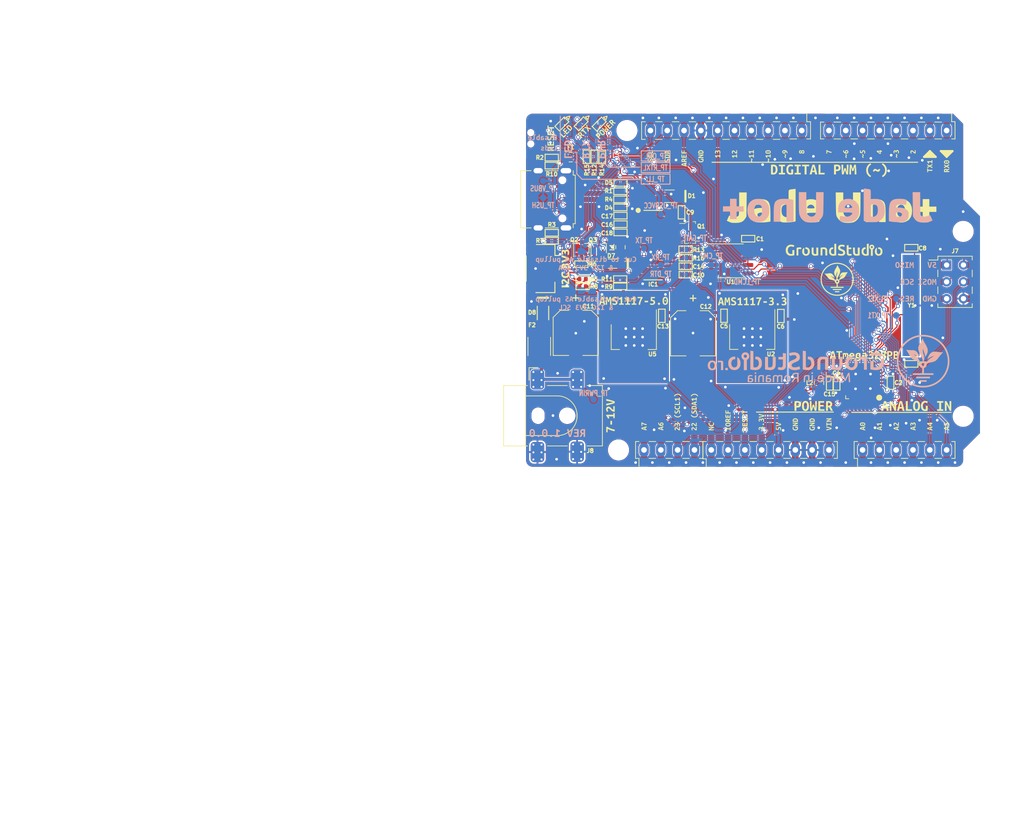
<source format=kicad_pcb>
(kicad_pcb (version 20211014) (generator pcbnew)
  (title_block (title "GroundStudio Jade Uno+") (date "2022-09-13") (rev "1.0.0") (company "GroundStudio") (comment 1 "Layout: Victor"))
  (layers (0 "F.Cu" signal "Top") (31 "B.Cu" signal "Bottom") (34 "B.Paste" user) (35 "F.Paste" user) (36 "B.SilkS" user "B.Silkscreen") (37 "F.SilkS" user "F.Silkscreen") (38 "B.Mask" user) (39 "F.Mask" user) (44 "Edge.Cuts" user))
  (net 0 "")
  (net 1 "GND")
  (net 2 "Net-(J1-Pad2)")
  (net 3 "AREF")
  (net 4 "+3V3")
  (net 5 "Net-(D4-Pad1)")
  (net 6 "TX1")
  (net 7 "RX0")
  (net 8 "USB_VCC")
  (net 9 "D13_SCK")
  (net 10 "D12_MISO")
  (net 11 "D11_MOSI")
  (net 12 "D10_SS")
  (net 13 "D9")
  (net 14 "D8")
  (net 15 "D7")
  (net 16 "D6")
  (net 17 "D5")
  (net 18 "D4")
  (net 19 "D3")
  (net 20 "D2")
  (net 21 "RES")
  (net 22 "A3")
  (net 23 "A2")
  (net 24 "A1")
  (net 25 "A0")
  (net 26 "Net-(Q1-Pad1)")
  (net 27 "UD+")
  (net 28 "L_CMD")
  (net 29 "UD-")
  (net 32 "Net-(D8-Pad2)")
  (net 33 "A4_SDA")
  (net 34 "A5_SCL")
  (net 35 "NC")
  (net 36 "D+")
  (net 37 "D-")
  (net 42 "IC1_RX")
  (net 43 "IC1_TX")
  (net 44 "VIN")
  (net 45 "Net-(D3-Pad2)")
  (net 46 "Net-(D2-Pad2)")
  (net 47 "Net-(IC1-Pad8)")
  (net 48 "Net-(F2-Pad2)")
  (net 51 "PE0")
  (net 52 "PE1")
  (net 53 "+5V")
  (net 54 "VBUS")
  (net 55 "ADC6{slash}PE2")
  (net 56 "ADC7{slash}PE3")
  (net 57 "Net-(R3-Pad2)")
  (net 58 "Net-(R11-Pad2)")
  (net 59 "Net-(R10-Pad1)")
  (net 60 "Net-(J9-Pad2)")
  (net 61 "Net-(J2-Pad4)")
  (net 62 "Net-(J2-Pad3)")
  (net 63 "Net-(J14-Pad2)")
  (net 64 "Net-(J13-Pad2)")
  (net 65 "Net-(D6-Pad2)")
  (net 66 "Net-(D6-Pad1)")
  (net 67 "Net-(C8-Pad2)")
  (net 68 "Net-(C7-Pad2)")
  (net 69 "Net-(C18-Pad1)")
  (net 70 "Net-(C15-Pad1)")
  (net 71 "Net-(C14-Pad1)")
  (net 72 "Net-(C10-Pad1)")
  (footprint "GS_Global6:C_0402" (layer "F.Cu") (at 125.87224 113.0554 -90)
    (fp_text reference "C5")
    (fp_text value "C_0402_10uF_10V")
  )
  (footprint "GS_Global6:SOT-223" (layer "F.Cu") (at 130.13392 116.21894 -90)
    (fp_text reference "U2")
    (fp_text value "SOT-223 AMS1117-3.3")
  )
  (footprint "GS_Global6:PinHeader_1x6_P2.54_V_F_SMD+THT" (layer "F.Cu") (at 153.15184 133.3246 90)
    (fp_text reference "J6")
    (fp_text value "PinH_1x6_P2.54_V_F_SMD")
  )
  (footprint "GS_Global6:PinHeader_1x8_P2.54_V_F_SMD+THT" (layer "F.Cu") (at 132.83184 133.3246 90)
    (fp_text reference "J5")
    (fp_text value "PinH_1x8_P2.54_V_F_SMD")
  )
  (footprint "GS_Global6:PinHeader_1x8_P2.54_V_F_SMD+THT" (layer "F.Cu") (at 150.61184 85.0619 -90)
    (fp_text reference "J4")
    (fp_text value "PinH_1x8_P2.54_V_F_SMD")
  )
  (footprint "GS_Global6:Fiducial_0.75mm_Mask1.5mm" (layer "F.Cu") (at 113.68104 91.87052)
    (fp_text reference "FID1")
    (fp_text value "Fiducial")
  )
  (footprint "GS_Global6:Fiducial_0.75mm_Mask1.5mm" (layer "F.Cu") (at 161.73704 122.8852 90)
    (fp_text reference "FID2")
    (fp_text value "Fiducial")
  )
  (footprint "GS_Global6:QFN-32-1EP_5x5_P0.5_EP3.1x3.1" (layer "F.Cu") (at 146.8628 122.97664 180)
    (fp_text reference "U3")
    (fp_text value "ATmega328PB-MUR")
  )
  (footprint "GS_Global6:C_0402" (layer "F.Cu") (at 151.02604 123.16552 90)
    (fp_text reference "C2")
    (fp_text value "C_0402_100nF_16V")
  )
  (footprint "GS_Global6:TestPoint" (layer "F.Cu") (at 126.48184 107.9246)
    (fp_text reference "TP3")
    (fp_text value "TP_LCMD")
  )
  (footprint "GS_Global6:TestPoint" (layer "F.Cu") (at 121.40184 102.8446)
    (fp_text reference "TP5")
    (fp_text value "TP_GATE")
  )
  (footprint "GS_Global6:TestPoint" (layer "F.Cu") (at 123.94184 105.3846)
    (fp_text reference "TP6")
    (fp_text value "TP_CMP")
  )
  (footprint "GS_Global6:TestPoint" (layer "F.Cu") (at 151.88184 113.0046 -90)
    (fp_text reference "TP16")
    (fp_text value "TP_XT1")
  )
  (footprint "GS_Global6:TestPoint" (layer "F.Cu") (at 151.88184 110.4646 -90)
    (fp_text reference "TP18")
    (fp_text value "TP_XT2")
  )
  (footprint "GS_Global6:TestPoint" (layer "F.Cu") (at 106.16184 125.7046)
    (fp_text reference "TP23")
    (fp_text value "TP_PWRIN")
  )
  (footprint "GS_Global6:C_0402" (layer "F.Cu") (at 134.45744 113.0832 -90)
    (fp_text reference "C6")
    (fp_text value "C_0402_10uF_10V")
  )
  (footprint "GS_Global6:L_0805" (layer "F.Cu") (at 140.22604 123.19052 90)
    (fp_text reference "L2")
    (fp_text value "L_0805_SCMI201209X100KT")
  )
  (footprint "GS_Global6:C_0402" (layer "F.Cu") (at 141.83854 123.29052 -90)
    (fp_text reference "C15")
    (fp_text value "C_0402_100nF_16V")
  )
  (footprint "GS_Global6:L_0805" (layer "F.Cu") (at 110.22584 102.6922 -90)
    (fp_text reference "L1")
    (fp_text value "L_0805_BLM21PG221SN1D")
  )
  (footprint "GS_Global6:TestPoint" (layer "F.Cu") (at 98.54184 92.6846)
    (fp_text reference "TP1")
    (fp_text value "TP_VBUS")
  )
  (footprint "GS_Global6:TestPoint" (layer "F.Cu") (at 116.32184 97.7646)
    (fp_text reference "TP2")
    (fp_text value "TP_USBVCC")
  )
  (footprint "GS_Global6:USB_C_C167321" (layer "F.Cu") (at 98.8498 95.4532 -90)
    (fp_text reference "USB1")
    (fp_text value "USB_C_FULL")
  )
  (footprint "GS_Global6:C_0402" (layer "F.Cu") (at 142.88934 123.2896 -90)
    (fp_text reference "C4")
    (fp_text value "C_0402_100nF_16V")
  )
  (footprint "GS_Global6:TestPoint" (layer "F.Cu") (at 113.78184 102.8446)
    (fp_text reference "TP7")
    (fp_text value "TP_TX")
  )
  (footprint "GS_Global6:TestPoint" (layer "F.Cu") (at 98.54184 95.2246)
    (fp_text reference "TP4")
    (fp_text value "TP_USH")
  )
  (footprint "GS_Global6:TestPoint" (layer "F.Cu") (at 116.32184 107.9246)
    (fp_text reference "TP19")
    (fp_text value "TP_DTR")
  )
  (footprint "GS_Global6:R_0402" (layer "F.Cu") (at 99.84486 100.51796)
    (fp_text reference "R3")
    (fp_text value "R_0402_5.1k")
  )
  (footprint "GS_Global6:R_0402" (layer "F.Cu") (at 99.83216 90.35796 180)
    (fp_text reference "R10")
    (fp_text value "R_0402_5.1k")
  )
  (footprint "GS_Global6:DC-005-5.5-2.0MM-SMD" (layer "F.Cu") (at 100.68052 128.1557)
    (fp_text reference "J8")
    (fp_text value "DC-005-5.5-Barr_Jck_SMD")
  )
  (footprint "GS_Global6:R_0402" (layer "F.Cu") (at 99.84232 89.15146)
    (fp_text reference "R2")
    (fp_text value "R_0402_10k")
  )
  (footprint "GS_Global6:R_0402" (layer "F.Cu") (at 110.18012 107.5161)
    (fp_text reference "R11")
    (fp_text value "R_0402_10k")
  )
  (footprint "GS_Global6:TS24CA" (layer "F.Cu") (at 96.6724 86.233 90)
    (fp_text reference "SW2")
    (fp_text value "TS24CA")
  )
  (footprint "GS_Global6:C_0402" (layer "F.Cu") (at 110.23092 99.20986)
    (fp_text reference "C16")
    (fp_text value "C_0402_47pF_50V")
  )
  (footprint "GS_Global6:C_0402" (layer "F.Cu") (at 110.23092 100.45446 180)
    (fp_text reference "C18")
    (fp_text value "C_0402_1uF_10V")
  )
  (footprint "GS_Global6:R_0402" (layer "F.Cu") (at 110.23092 92.98686)
    (fp_text reference "D5")
    (fp_text value "R_0402_PS0402V014AT")
  )
  (footprint "GS_Global6:R_0402" (layer "F.Cu") (at 110.20552 96.68002 180)
    (fp_text reference "D4")
    (fp_text value "R_0402_PS0402V014AT")
  )
  (footprint "GS_Global6:C_0402" (layer "F.Cu") (at 110.2209 97.92208)
    (fp_text reference "C17")
    (fp_text value "C_0402_47pF_50V")
  )
  (footprint "GS_Global6:R_0402" (layer "F.Cu") (at 110.2106 94.23908)
    (fp_text reference "R1")
    (fp_text value "R_0402_33")
  )
  (footprint "GS_Global6:R_0402" (layer "F.Cu") (at 110.20552 95.47352)
    (fp_text reference "R4")
    (fp_text value "R_0402_33")
  )
  (footprint "GS_Global6:D_1206" (layer "F.Cu") (at 117.65104 94.99052 180)
    (fp_text reference "D1")
    (fp_text value "D_1206_CD1206-S01575")
  )
  (footprint "GS_Global6:SOT-323_SC-70" (layer "F.Cu") (at 104.31018 102.86746 90)
    (fp_text reference "Q2")
    (fp_text value "SOT-323 2N7002PW")
  )
  (footprint "GS_Global6:R_0402" (layer "F.Cu") (at 104.50184 107.5161)
    (fp_text reference "R5")
    (fp_text value "R_0402_2.2k")
  )
  (footprint "GS_Global6:R_0402" (layer "F.Cu") (at 104.3172 105.2646)
    (fp_text reference "R6")
    (fp_text value "R_0402_2.2k")
  )
  (footprint "GS_Global6:R_0402" (layer "F.Cu") (at 99.84994 101.70922)
    (fp_text reference "R7")
    (fp_text value "R_0402_2.2k")
  )
  (footprint "GS_Global6:SH__1x04_P1.00mm_Horizontal" (layer "F.Cu") (at 98.23604 105.91942 -90)
    (fp_text reference "J2")
    (fp_text value "SH_1x04_P1.0_H")
  )
  (footprint "GS_Global6:R_0402" (layer "F.Cu") (at 104.50184 108.6083 180)
    (fp_text reference "R8")
    (fp_text value "R_0402_2.2k")
  )
  (footprint "GS_Global6:SOP-16_150MIL" (layer "F.Cu") (at 115.14582 102.3747)
    (fp_text reference "IC1")
    (fp_text value "SOP-16_150MIL HT42B534-2")
  )
  (footprint "GS_Global6:R_0402" (layer "F.Cu") (at 120.08612 104.28986 180)
    (fp_text reference "R16")
    (fp_text value "R_0402_1k")
  )
  (footprint "GS_Global6:R_0402" (layer "F.Cu") (at 120.06072 103.01986 180)
    (fp_text reference "R13")
    (fp_text value "R_0402_1k")
  )
  (footprint "GS_Global6:C_0402" (layer "F.Cu") (at 120.08612 106.82986)
    (fp_text reference "C10")
    (fp_text value "C_0402_100nF_16V")
  )
  (footprint "GS_Global6:C_0402" (layer "F.Cu") (at 129.52222 101.40696 180)
    (fp_text reference "C1")
    (fp_text value "C_0402_100nF_16V")
  )
  (footprint "GS_Global6:SOP-8_3.9x4.9mm_P1.27mm" (layer "F.Cu") (at 126.84252 104.74706)
    (fp_text reference "U1")
    (fp_text value "SOP-8_3.9x4.9_P1.27 LM358")
  )
  (footprint "GS_Global6:C_0402" (layer "F.Cu") (at 120.08612 105.55986)
    (fp_text reference "C14")
    (fp_text value "C_0402_100nF_16V")
  )
  (footprint "GS_Global6:C_0402" (layer "F.Cu") (at 154.16784 102.77856)
    (fp_text reference "C8")
    (fp_text value "C_0402_22pF_50V")
  )
  (footprint "GS_Global6:C_0402" (layer "F.Cu") (at 154.16784 120.32234)
    (fp_text reference "C7")
    (fp_text value "C_0402_22pF_50V")
  )
  (footprint "GS_Global6:LED_0402" (layer "F.Cu") (at 104.28224 84.05114 -135)
    (fp_text reference "D6")
    (fp_text value "LED_0402_GREEN")
  )
  (footprint "GS_Global6:LED_0402" (layer "F.Cu") (at 101.3714 84.07908 -135)
    (fp_text reference "D2")
    (fp_text value "LED_0402_GREEN")
  )
  (footprint "GS_Global6:LED_0402" (layer "F.Cu") (at 107.00766 84.09686 -135)
    (fp_text reference "D3")
    (fp_text value "LED_0402_RED")
  )
  (footprint "GS_Global6:R_0402" (layer "F.Cu") (at 105.09758 89.03716 -90)
    (fp_text reference "R15")
    (fp_text value "R_0402_20k")
  )
  (footprint "GS_Global6:R_0402" (layer "F.Cu") (at 107.48518 89.03716 90)
    (fp_text reference "R14")
    (fp_text value "R_0402_20k")
  )
  (footprint "GS_Global6:R_0402" (layer "F.Cu") (at 106.28376 89.02192 -90)
    (fp_text reference "R12")
    (fp_text value "R_0402_20k")
  )
  (footprint "GS_Global6:TestPoint" (layer "F.Cu") (at 108.70184 87.6046 180)
    (fp_text reference "TP10")
    (fp_text value "TP_ONL")
  )
  (footprint "GS_Global6:TestPoint" (layer "F.Cu") (at 106.16184 90.1446 180)
    (fp_text reference "TP13")
    (fp_text value "TP_RTXL")
  )
  (footprint "GS_Global6:TestPoint" (layer "F.Cu") (at 103.62184 87.6046 180)
    (fp_text reference "TP8")
    (fp_text value "TP_LL")
  )
  (footprint "GS_Global6:SOT-323_SC-70" (layer "F.Cu") (at 106.93654 102.86746 90)
    (fp_text reference "Q3")
    (fp_text value "SOT-323 2N7002PW")
  )
  (footprint "GS_Global6:C_0402" (layer "F.Cu") (at 119.45104 97.41552 -90)
    (fp_text reference "C9")
    (fp_text value "C_0402_100nF_16V")
  )
  (footprint "GS_Global6:SOT-23-3" (layer "F.Cu") (at 120.74652 100.47986)
    (fp_text reference "Q1")
    (fp_text value "SOT-23 IRLML6402")
  )
  (footprint "GS_Global6:TestPoint" (layer "F.Cu") (at 116.32184 105.3846)
    (fp_text reference "TP9")
    (fp_text value "TP_RX")
  )
  (footprint "GS_Global6:SOD-123" (layer "F.Cu") (at 98.51644 112.6236 -90)
    (fp_text reference "D8")
    (fp_text value "SOD-123 1N4007W")
  )
  (footprint "GS_Global6:CP_Elec_6.3x5.4" (layer "F.Cu") (at 103.46944 115.636006 -90)
    (fp_text reference "C11")
    (fp_text value "CP_Elec_6.3x5.4_47uF_25V")
  )
  (footprint "GS_Global6:CP_Elec_6.3x5.4" (layer "F.Cu") (at 121.191031 115.696201 -90)
    (fp_text reference "C12")
    (fp_text value "CP_Elec_6.3x5.4_47uF_25V")
  )
  (footprint "GS_Global6:SOD-323" (layer "F.Cu") (at 109.0422 105.1814 180)
    (fp_text reference "D7")
    (fp_text value "SOD-323 SD103AWS")
  )
  (footprint "GS_Global6:R_0402" (layer "F.Cu") (at 110.18012 108.6083)
    (fp_text reference "R9")
    (fp_text value "R_0402_10k")
  )
  (footprint "GS_Global6:Fuse_1812" (layer "F.Cu") (at 97.95764 117.6782 -90)
    (fp_text reference "F2")
    (fp_text value "Fuse_1812_MF-MSMF050-2")
  )
  (footprint "GS_Global6:Crystal_HC49-SMD" (layer "F.Cu") (at 154.16784 111.4806 90)
    (fp_text reference "Y1")
    (fp_text value "HC49-SMD 5M0-1600A2020")
  )
  (footprint "GS_Global6:PinSocket_2x03_P2.54_V_F_SMD+THT" (layer "F.Cu") (at 159.50184 105.3846)
    (fp_text reference "J7")
    (fp_text value "PinHeader_2x03_P2.54_V_M")
  )
  (footprint "GS_Branding:GS_Logo2_5x5" (layer "F.Cu") (at 142.95904 107.535)
    (fp_text reference "G***")
    (fp_text value "LOGO")
  )
  (footprint "GS_Global6:R_0805" (layer "F.Cu") (at 102.70998 89.08796 180)
    (fp_text reference "F1")
    (fp_text value "Fuse_0805_MF-PSMF050X-2")
  )
  (footprint "gs_branding:Jade Uno+ 32x5.5" (layer "F.Cu") (at 142.22222 96.49206)
    (fp_text reference "G***")
    (fp_text value "LOGO")
  )
  (footprint "GS_Branding:GS_GroundStudio_14.6x1.8" (layer "F.Cu") (at 142.50184 103.0646)
    (fp_text reference "G***")
    (fp_text value "LOGO")
  )
  (footprint "GS_Branding:I2C 3V3 5.9x1.3mm" (layer "F.Cu") (at 101.9048 105.91292 90)
    (fp_text reference "G***")
    (fp_text value "LOGO")
  )
  (footprint "kibuzzard-6304BE44" (layer "F.Cu") (at 141.72184 129.4638 90)
    (fp_text reference "kibuzzard-6304BE44" hide)
    (fp_text value "G***" hide)
  )
  (footprint "kibuzzard-6304BD88" (layer "F.Cu") (at 126.473203 128.8542 90)
    (fp_text reference "kibuzzard-6304BD88" hide)
    (fp_text value "G***" hide)
  )
  (footprint "kibuzzard-6304BA0A" (layer "F.Cu") (at 146.80184 129.7686 90)
    (fp_text reference "kibuzzard-6304BA0A" hide)
    (fp_text value "G***" hide)
  )
  (footprint "kibuzzard-6304BB7B" (layer "F.Cu") (at 159.50184 129.7686 90)
    (fp_text reference "kibuzzard-6304BB7B" hide)
    (fp_text value "G***" hide)
  )
  (footprint "kibuzzard-6304BFFA" (layer "F.Cu") (at 151.88184 88.5952 90)
    (fp_text reference "kibuzzard-6304BFFA" hide)
    (fp_text value "G***" hide)
  )
  (footprint "kibuzzard-6304BB5A" (layer "F.Cu") (at 154.42184 129.7686 90)
    (fp_text reference "kibuzzard-6304BB5A" hide)
    (fp_text value "G***" hide)
  )
  (footprint "kibuzzard-6304BFA8" (layer "F.Cu") (at 141.72184 88.2904 90)
    (fp_text reference "kibuzzard-6304BFA8" hide)
    (fp_text value "G***" hide)
  )
  (footprint "kibuzzard-6304C05A" (layer "F.Cu") (at 159.50184 90.4494 90)
    (fp_text reference "kibuzzard-6304C05A" hide)
    (fp_text value "G***" hide)
  )
  (footprint "kibuzzard-6304BE0A" (layer "F.Cu") (at 134.10184 129.7686 90)
    (fp_text reference "kibuzzard-6304BE0A" hide)
    (fp_text value "G***" hide)
  )
  (footprint "kibuzzard-6304C185" (layer "F.Cu") (at 108.70184 128.143 90)
    (fp_text reference "kibuzzard-6304C185" hide)
    (fp_text value "G***" hide)
  )
  (footprint "kibuzzard-6304BEF7" (layer "F.Cu") (at 124.90704 88.6206 90)
    (fp_text reference "kibuzzard-6304BEF7" hide)
    (fp_text value "G***" hide)
  )
  (footprint "kibuzzard-6304B90F" (layer "F.Cu") (at 141.719817 91.055103)
    (fp_text reference "kibuzzard-6304B90F" hide)
    (fp_text value "G***" hide)
  )
  (footprint "kibuzzard-6304D41D" (layer "F.Cu") (at 99.68484 86.22792 90)
    (fp_text reference "kibuzzard-6304D41D" hide)
    (fp_text value "G***" hide)
  )
  (footprint "kibuzzard-6304BE24" (layer "F.Cu") (at 139.18184 129.4638 90)
    (fp_text reference "kibuzzard-6304BE24" hide)
    (fp_text value "G***" hide)
  )
  (footprint "kibuzzard-6304D43B" (layer "F.Cu") (at 102.02164 85.13572 45)
    (fp_text reference "kibuzzard-6304D43B" hide)
    (fp_text value "G***" hide)
  )
  (footprint "kibuzzard-6304BFCD" (layer "F.Cu") (at 146.80184 88.6206 90)
    (fp_text reference "kibuzzard-6304BFCD" hide)
    (fp_text value "G***" hide)
  )
  (footprint "kibuzzard-6304BB68" (layer "F.Cu") (at 156.96184 129.7686 90)
    (fp_text reference "kibuzzard-6304BB68" hide)
    (fp_text value "G***" hide)
  )
  (footprint "kibuzzard-6304BF17" (layer "F.Cu") (at 129.98704 88.9508 90)
    (fp_text reference "kibuzzard-6304BF17" hide)
    (fp_text value "G***" hide)
  )
  (footprint "kibuzzard-6304BEA3" (layer "F.Cu") (at 117.28704 88.9508 90)
    (fp_text reference "kibuzzard-6304BEA3" hide)
    (fp_text value "G***" hide)
  )
  (footprint "kibuzzard-6304BF64" (layer "F.Cu") (at 135.06704 88.6206 90)
    (fp_text reference "kibuzzard-6304BF64" hide)
    (fp_text value "G***" hide)
  )
  (footprint "kibuzzard-6304C1E0" (layer "F.Cu") (at 112.20704 110.7948)
    (fp_text reference "kibuzzard-6304C1E0" hide)
    (fp_text value "G***" hide)
  )
  (footprint "kibuzzard-6304BC55" (layer "F.Cu") (at 116.32184 129.7686 90)
    (fp_text reference "kibuzzard-6304BC55" hide)
    (fp_text value "G***" hide)
  )
  (footprint "kibuzzard-6304C016" (layer "F.Cu") (at 154.42184 88.2904 90)
    (fp_text reference "kibuzzard-6304C016" hide)
    (fp_text value "G***" hide)
  )
  (footprint "kibuzzard-6304BE24" (layer "F.Cu") (at 122.36704 88.9508 90)
    (fp_text reference "kibuzzard-6304BE24" hide)
    (fp_text value "G***" hide)
  )
  (footprint "kibuzzard-6304BE24" (layer "F.Cu") (at 136.64184 129.4638 90)
    (fp_text reference "kibuzzard-6304BE24" hide)
    (fp_text value "G***" hide)
  )
  (footprint "kibuzzard-6304B959" (layer "F.Cu") (at 147.07104 119.13052)
    (fp_text reference "kibuzzard-6304B959" hide)
    (fp_text value "G***" hide)
  )
  (footprint "GS_Global6:PinHeader_1x04_P2.54_V_F_SMD+THT" (layer "F.Cu") (at 117.59184 133.3246 90)
    (fp_text reference "J10")
    (fp_text value "Conn_01x04")
  )
  (footprint "GS_Global6:SOT-223" (layer "F.Cu") (at 112.237531 116.244885 -90)
    (fp_text reference "U5")
    (fp_text value "SOT-223 AMS1117-5.0")
  )
  (footprint "kibuzzard-6304BF84" (layer "F.Cu") (at 137.60704 88.2904 90)
    (fp_text reference "kibuzzard-6304BF84" hide)
    (fp_text value "G***" hide)
  )
  (footprint "kibuzzard-6304BEBA" (layer "F.Cu") (at 119.82704 89.281 90)
    (fp_text reference "kibuzzard-6304BEBA" hide)
    (fp_text value "G***" hide)
  )
  (footprint "kibuzzard-6304B8C4" (layer "F.Cu") (at 139.41806 126.680477)
    (fp_text reference "kibuzzard-6304B8C4" hide)
    (fp_text value "G***" hide)
  )
  (footprint "kibuzzard-6304BC48" (layer "F.Cu") (at 113.78184 129.7686 90)
    (fp_text reference "kibuzzard-6304BC48" hide)
    (fp_text value "G***" hide)
  )
  (footprint "kibuzzard-6304B8AA" (layer "F.Cu") (at 154.91206 126.680477)
    (fp_text reference "kibuzzard-6304B8AA" hide)
    (fp_text value "G***" hide)
  )
  (footprint "kibuzzard-6304C1FC" (layer "F.Cu") (at 130.13944 110.871)
    (fp_text reference "kibuzzard-6304C1FC" hide)
    (fp_text value "G***" hide)
  )
  (footprint "kibuzzard-6304BFB9" (layer "F.Cu") (at 144.26184 88.6206 90)
    (fp_text reference "kibuzzard-6304BFB9" hide)
    (fp_text value "G***" hide)
  )
  (footprint "kibuzzard-6304C044" (layer "F.Cu") (at 156.96184 90.4494 90)
    (fp_text reference "kibuzzard-6304C044" hide)
    (fp_text value "G***" hide)
  )
  (footprint "kibuzzard-6304BF08" (layer "F.Cu") (at 127.44704 88.6206 90)
    (fp_text reference "kibuzzard-6304BF08" hide)
    (fp_text value "G***" hide)
  )
  (footprint "kibuzzard-6304BF4E" (layer "F.Cu") (at 132.52704 88.9508 90)
    (fp_text reference "kibuzzard-6304BF4E" hide)
    (fp_text value "G***" hide)
  )
  (footprint "kibuzzard-6304BC77" (layer "F.Cu") (at 118.86184 127.6096 90)
    (fp_text reference "kibuzzard-6304BC77" hide)
    (fp_text value "G***" hide)
  )
  (footprint "kibuzzard-6304BD32" (layer "F.Cu") (at 121.40184 127.6096 90)
    (fp_text reference "kibuzzard-6304BD32" hide)
    (fp_text value "G***" hide)
  )
  (footprint "kibuzzard-6304BB25" (layer "F.Cu") (at 151.88184 129.7686 90)
    (fp_text reference "kibuzzard-6304BB25" hide)
    (fp_text value "G***" hide)
  )
  (footprint "kibuzzard-6304BFE9" (layer "F.Cu") (at 149.34184 88.3158 90)
    (fp_text reference "kibuzzard-6304BFE9" hide)
    (fp_text value "G***" hide)
  )
  (footprint "kibuzzard-6304BE81" (layer "F.Cu") (at 114.74704 88.9254 90)
    (fp_text reference "kibuzzard-6304BE81" hide)
    (fp_text value "G***" hide)
  )
  (footprint "GS_Global6:PinHeader_1x10_P2.54_V_F_SMD+THT" (layer "F.Cu") (at 126.18184 85.0646 -90)
    (fp_text reference "J3")
    (fp_text value "PinH_1x10_P2.54_V_F_SMD")
  )
  (footprint "kibuzzard-6304BA95" (layer "F.Cu") (at 149.34184 129.7686 90)
    (fp_text reference "kibuzzard-6304BA95" hide)
    (fp_text value "G***" hide)
  )
  (footprint "kibuzzard-6304BD56" (layer "F.Cu") (at 123.94184 129.7686 90)
    (fp_text reference "kibuzzard-6304BD56" hide)
    (fp_text value "G***" hide)
  )
  (footprint "kibuzzard-6304BDD1" (layer "F.Cu") (at 129.02184 128.8542 90)
    (fp_text reference "kibuzzard-6304BDD1" hide)
    (fp_text value "G***" hide)
  )
  (footprint "GS_Global6:C_0402" (layer "F.Cu") (at 116.474251 113.055405 -90)
    (fp_text reference "C13")
    (fp_text value "C_0402_100nF_16V")
  )
  (footprint "kibuzzard-6304BDFC" (layer "F.Cu") (at 131.51104 129.1082 90)
    (fp_text reference "kibuzzard-6304BDFC" hide)
    (fp_text value "G***" hide)
  )
  (footprint "kibuzzard-6304D472" (layer "F.Cu") (at 107.986094 84.832359 45)
    (fp_text reference "kibuzzard-6304D472" hide)
    (fp_text value "G***" hide)
  )
  (footprint "kibuzzard-632175D7" (layer "F.Cu") (at 104.76484 85.18652 45)
    (fp_text reference "kibuzzard-632175D7" hide)
    (fp_text value "G***" hide)
  )
  (footprint "GS_Global6:SolderJumper_NC" (layer "B.Cu") (at 105.01376 84.5312 90)
    (fp_text reference "J12")
    (fp_text value "SolderJumper_NC")
  )
  (footprint "GS_Global6:SolderJumper_NC" (layer "B.Cu") (at 107.38358 84.5312 90)
    (fp_text reference "J13")
    (fp_text value "SolderJumper_NC")
  )
  (footprint "GS_Global6:SolderJumper_NC" (layer "B.Cu") (at 102.33914 84.51342 90)
    (fp_text reference "J14")
    (fp_text value "SolderJumper_NC")
  )
  (footprint "gs_branding:Jade Uno+ 32x5.5" (layer "B.Cu") (at 141.44244 96.4438 180)
    (fp_text reference "G***")
    (fp_text value "LOGO")
  )
  (footprint "GS_Branding:GS_.ro_3.4x1.8" (layer "B.Cu") (at 124.95784 120.5738 180)
    (fp_text reference "G***")
    (fp_text value "LOGO")
  )
  (footprint "GS_Branding:GS_Made in Romania_15.5x1.6" (layer "B.Cu") (at 137.20064 122.301 180)
    (fp_text reference "G***")
    (fp_text value "LOGO")
  )
  (footprint "GS_Branding:GS_Logo2_8x8" (layer "B.Cu") (at 155.94584 119.9134 180)
    (fp_text reference "G***")
    (fp_text value "LOGO")
  )
  (footprint "GS_Branding:GS_GroundStudio_23.6x3" (layer "B.Cu") (at 138.29284 119.7864 180)
    (fp_text reference "G***")
    (fp_text value "LOGO")
  )
  (footprint "kibuzzard-6304C4B7" (layer "B.Cu") (at 156.93644 110.4646 180)
    (fp_text reference "kibuzzard-6304C4B7" hide)
    (fp_text value "G***" hide)
  )
  (footprint "kibuzzard-6304C525" (layer "B.Cu") (at 104.99344 111.7854 180)
    (fp_text reference "kibuzzard-6304C525" hide)
    (fp_text value "G***" hide)
  )
  (footprint "kibuzzard-6304C47B" (layer "B.Cu") (at 157.29204 105.3846 180)
    (fp_text reference "kibuzzard-6304C47B" hide)
    (fp_text value "G***" hide)
  )
  (footprint "kibuzzard-6304C570" (layer "B.Cu") (at 104.96804 105.791 180)
    (fp_text reference "kibuzzard-6304C570" hide)
    (fp_text value "G***" hide)
  )
  (footprint "kibuzzard-6304C31B" (layer "B.Cu") (at 102.32644 87.884 90)
    (fp_text reference "kibuzzard-6304C31B" hide)
    (fp_text value "G***" hide)
  )
  (footprint "kibuzzard-6304C46A" (layer "B.Cu") (at 153.15184 105.3846 180)
    (fp_text reference "kibuzzard-6304C46A" hide)
    (fp_text value "G***" hide)
  )
  (footprint "kibuzzard-6304C555" (layer "B.Cu") (at 105.01884 104.5718 180)
    (fp_text reference "kibuzzard-6304C555" hide)
    (fp_text value "G***" hide)
  )
  (footprint "kibuzzard-63217612" (layer "B.Cu") (at 105.024315 87.87052 90)
    (fp_text reference "kibuzzard-63217612" hide)
    (fp_text value "G***" hide)
  )
  (footprint "kibuzzard-6304C4A6" (layer "B.Cu") (at 153.53284 110.4646 180)
    (fp_text reference "kibuzzard-6304C4A6" hide)
    (fp_text value "G***" hide)
  )
  (footprint "kibuzzard-6304C490" (layer "B.Cu") (at 153.50744 107.9246 180)
    (fp_text reference "kibuzzard-6304C490" hide)
    (fp_text value "G***" hide)
  )
  (footprint "kibuzzard-63208071" (layer "B.Cu") (at 100.68104 130.77052 180)
    (fp_text reference "kibuzzard-63208071" hide)
    (fp_text value "G***" hide)
  )
  (footprint "GS_Global6:SolderJumper_NC_0.65-A_1Oz_OuterLayer_5C-T" (layer "B.Cu") (at 105.14584 103.3526)
    (fp_text reference "J9")
    (fp_text value "SolderJumper_NC")
  )
  (footprint "GS_Global6:SolderJumper_NC_0.65-A_1Oz_OuterLayer_5C-T" (layer "B.Cu") (at 105.14584 109.2646)
    (fp_text reference "J1")
    (fp_text value "SolderJumper_NC")
  )
  (footprint "kibuzzard-6304C295" (layer "B.Cu") (at 107.38104 87.884 90)
    (fp_text reference "kibuzzard-6304C295" hide)
    (fp_text value "G***" hide)
  )
  (footprint "kibuzzard-6304C450" (layer "B.Cu") (at 156.58084 107.9246 180)
    (fp_text reference "kibuzzard-6304C450" hide)
    (fp_text value "G***" hide)
  )
  (footprint "kibuzzard-6304C4F3" (layer "B.Cu") (at 105.01884 110.5662 180)
    (fp_text reference "kibuzzard-6304C4F3" hide)
    (fp_text value "G***" hide)
  )
  (footprint "kibuzzard-6304C6B6" (layer "B.Cu") (at 98.41484 86.868 180)
    (fp_text reference "kibuzzard-6304C6B6" hide)
    (fp_text value "G***" hide)
  )
  (gr_line (start 109.18444 88.0872) (end 109.99724 88.9) (layer "B.SilkS") (width 0.1524))
  (gr_rect (start 117.70924 89.8906) (end 113.37544 91.4146) (layer "B.SilkS") (width 0.1524) (fill none))
  (gr_line (start 107.91444 90.1192) (end 108.398847 90.6018) (layer "B.SilkS") (width 0.1524))
  (gr_rect (start 117.70924 88.138) (end 113.37544 89.662) (layer "B.SilkS") (width 0.1524) (fill none))
  (gr_line (start 113.14684 92.4306) (end 104.43464 92.4306) (layer "B.SilkS") (width 0.1524))
  (gr_line (start 103.62184 91.6178) (end 104.43464 92.4306) (layer "B.SilkS") (width 0.1524))
  (gr_line (start 113.14684 88.9) (end 109.99724 88.9) (layer "B.SilkS") (width 0.1524))
  (gr_line (start 103.62184 91.6178) (end 103.62184 88.3158) (layer "B.SilkS") (width 0.1524))
  (gr_rect (start 117.70924 91.6432) (end 113.37544 93.1672) (layer "B.SilkS") (width 0.1524) (fill none))
  (gr_line (start 113.14684 90.6018) (end 108.398847 90.6018) (layer "B.SilkS") (width 0.1524))
  (gr_line (start 101.13264 89.916) (end 101.13264 82.9056) (layer "B.SilkS") (width 0.1524))
  (gr_line (start 107.91444 90.1192) (end 106.87304 90.1192) (layer "B.SilkS") (width 0.1524))
  (gr_line (start 159.5113 88.5434) (end 159.5113 88.6704) (layer "F.SilkS") (width 0.3048))
  (gr_line (start 158.6223 88.1624) (end 159.5113 89.0514) (layer "F.SilkS") (width 0.3048))
  (gr_line (start 159.5113 88.7974) (end 159.1303 88.4164) (layer "F.SilkS") (width 0.3048))
  (gr_line (start 159.0033 88.2894) (end 160.0193 88.2894) (layer "F.SilkS") (width 0.3048))
  (gr_line (start 159.5113 89.0514) (end 160.4003 88.1624) (layer "F.SilkS") (width 0.3048))
  (gr_line (start 160.4003 88.1624) (end 158.6223 88.1624) (layer "F.SilkS") (width 0.3048))
  (gr_line (start 160.0193 88.2894) (end 159.5113 88.7974) (layer "F.SilkS") (width 0.3048))
  (gr_line (start 159.1303 88.4164) (end 159.6383 88.4164) (layer "F.SilkS") (width 0.3048))
  (gr_line (start 124.05614 89.86012) (end 155.1305 89.86012) (layer "F.SilkS") (width 0.1524))
  (gr_line (start 145.22958 127.645677) (end 160.19526 127.645677) (layer "F.SilkS") (width 0.1524))
  (gr_line (start 156.9713 88.1624) (end 156.0823 89.0514) (layer "F.SilkS") (width 0.3048))
  (gr_line (start 130.77444 127.60452) (end 142.38224 127.602497) (layer "F.SilkS") (width 0.1524))
  (gr_line (start 157.4793 88.9244) (end 156.7173 88.9244) (layer "F.SilkS") (width 0.3048))
  (gr_line (start 156.9713 88.4164) (end 157.4793 88.9244) (layer "F.SilkS") (width 0.3048))
  (gr_line (start 157.8603 89.0514) (end 156.9713 88.1624) (layer "F.SilkS") (width 0.3048))
  (gr_line (start 156.0823 89.0514) (end 157.8603 89.0514) (layer "F.SilkS") (width 0.3048))
  (gr_line (start 156.4633 88.9244) (end 156.9713 88.4164) (layer "F.SilkS") (width 0.3048))
  (gr_line (start 156.7173 88.9244) (end 157.0983 88.6704) (layer "F.SilkS") (width 0.3048))
  (gr_line (start 121.35612 135.8636) (end 96.9605 135.8636) (layer "Edge.Cuts") (width 0.00254))
  (gr_line (start 162.0005 84.0476) (end 162.0005 95.4776) (layer "Edge.Cuts") (width 0.00254))
  (gr_arc (start 95.9605 83.5236) (mid 96.253393 82.816493) (end 96.9605 82.5236) (layer "Edge.Cuts") (width 0.00254))
  (gr_arc (start 162.0005 134.8636) (mid 161.707607 135.570707) (end 161.0005 135.8636) (layer "Edge.Cuts") (width 0.00254))
  (gr_line (start 96.9605 82.5236) (end 160.4765 82.5236) (layer "Edge.Cuts") (width 0.00254))
  (gr_line (start 95.9605 134.8636) (end 95.9605 83.5236) (layer "Edge.Cuts") (width 0.00254))
  (gr_line (start 162.0005 133.3236) (end 162.0005 134.8636) (layer "Edge.Cuts") (width 0.00254))
  (gr_line (start 164.5405 98.0176) (end 164.5405 130.7836) (layer "Edge.Cuts") (width 0.00254))
  (gr_circle (center 162.000946 128.24206) (end 163.600892 128.24206) (layer "Edge.Cuts") (width 0.00254) (fill none))
  (gr_circle (center 111.2012 85.06206) (end 112.801146 85.06206) (layer "Edge.Cuts") (width 0.00254) (fill none))
  (gr_circle (center 162.000946 100.302061) (end 163.600892 100.302061) (layer "Edge.Cuts") (width 0.00254) (fill none))
  (gr_circle (center 109.931199 133.32206) (end 111.531145 133.32206) (layer "Edge.Cuts") (width 0.00254) (fill none))
  (gr_line (start 164.5405 130.7836) (end 162.0005 133.3236) (layer "Edge.Cuts") (width 0.00254))
  (gr_arc (start 96.9605 135.8636) (mid 96.253393 135.570707) (end 95.9605 134.8636) (layer "Edge.Cuts") (width 0.00254))
  (gr_line (start 162.0005 95.4776) (end 164.5405 98.0176) (layer "Edge.Cuts") (width 0.00254))
  (gr_line (start 161.0005 135.8636) (end 121.35612 135.8636) (layer "Edge.Cuts") (width 0.00254))
  (gr_line (start 160.4765 82.5236) (end 162.0005 84.0476) (layer "Edge.Cuts") (width 0.00254))
  (segment (start 111.92522 101.7397) (end 111.27604 101.09052) (width 0.252536) (layer "F.Cu") (net 1))
  (segment (start 154.75458 111.50346) (end 157.2641 111.50346) (width 0.252536) (layer "F.Cu") (net 1))
  (segment (start 103.05542 98.80346) (end 103.05542 98.50374) (width 0.252536) (layer "F.Cu") (net 1))
  (segment (start 113.23936 101.7397) (end 116.41354 98.56552) (width 0.252536) (layer "F.Cu") (net 1))
  (segment (start 116.474251 113.540405) (end 114.983051 113.540405) (width 0.457483) (layer "F.Cu") (net 1))
  (segment (start 118.78604 98.56552) (end 119.45104 97.90052) (width 0.252536) (layer "F.Cu") (net 1))
  (segment (start 125.32604 105.64052) (end 125.32604 106.14052) (width 0.252536) (layer "F.Cu") (net 1))
  (segment (start 157.2641 111.50346) (end 157.26664 111.506) (width 0.252536) (layer "F.Cu") (net 1))
  (segment (start 114.80104 103.41552) (end 113.12522 101.7397) (width 0.252536) (layer "F.Cu") (net 1))
  (segment (start 143.93992 123.22664) (end 144.4253 123.22664) (width 0.252536) (layer "F.Cu") (net 1))
  (segment (start 142.88934 123.7746) (end 142.77604 123.8879) (width 0.252536) (layer "F.Cu") (net 1))
  (segment (start 120.57112 105.55986) (end 120.54538 105.55986) (width 0.252536) (layer "F.Cu") (net 1))
  (segment (start 141.90104 123.77552) (end 142.95092 123.77552) (width 0.252536) (layer "F.Cu") (net 1))
  (segment (start 144.4253 123.22664) (end 146.6128 123.22664) (width 0.252536) (layer "F.Cu") (net 1))
  (segment (start 125.95104 105.01552) (end 125.32604 105.64052) (width 0.252536) (layer "F.Cu") (net 1))
  (segment (start 147.1128 122.72664) (end 146.8628 122.97664) (width 0.252536) (layer "F.Cu") (net 1))
  (segment (start 136.44344 113.5682) (end 136.48944 113.6142) (width 0.457483) (layer "F.Cu") (net 1))
  (segment (start 123.86324 113.5404) (end 123.84024 113.5634) (width 0.457483) (layer "F.Cu") (net 1))
  (segment (start 116.41354 98.56552) (end 118.78604 98.56552) (width 0.252536) (layer "F.Cu") (net 1))
  (segment (start 150.97992 122.72664) (end 149.3003 122.72664) (width 0.252536) (layer "F.Cu") (net 1))
  (segment (start 142.95092 123.77552) (end 142.95184 123.7746) (width 0.252536) (layer "F.Cu") (net 1))
  (segment (start 143.02684 123.7746) (end 143.48592 123.31552) (width 0.252536) (layer "F.Cu") (net 1))
  (segment (start 151.02604 122.68052) (end 150.97992 122.72664) (width 0.252536) (layer "F.Cu") (net 1))
  (segment (start 143.85104 123.31552) (end 143.93992 123.22664) (width 0.252536) (layer "F.Cu") (net 1))
  (segment (start 134.45744 113.5682) (end 136.44344 113.5682) (width 0.457483) (layer "F.Cu") (net 1))
  (segment (start 120.54538 105.55986) (end 119.90104 104.91552) (width 0.252536) (layer "F.Cu") (net 1))
  (segment (start 143.48592 123.31552) (end 143.85104 123.31552) (width 0.252536) (layer "F.Cu") (net 1))
  (segment (start 146.6128 123.22664) (end 146.8628 122.97664) (width 0.252536) (layer "F.Cu") (net 1))
  (segment (start 113.12522 101.7397) (end 112.54582 101.7397) (width 0.252536) (layer "F.Cu") (net 1))
  (segment (start 129.0346 101.40696) (end 125.95104 104.49052) (width 0.252536) (layer "F.Cu") (net 1))
  (segment (start 124.8145 106.65206) (end 124.21752 106.65206) (width 0.252536) (layer "F.Cu") (net 1))
  (segment (start 125.87224 113.5404) (end 123.86324 113.5404) (width 0.457483) (layer "F.Cu") (net 1))
  (segment (start 109.74592 100.45446) (end 109.74592 100.44444) (width 0.252536) (layer "F.Cu") (net 1))
  (segment (start 103.05542 92.10802) (end 103.05542 92.40774) (width 0.252536) (layer "F.Cu") (net 1))
  (segment (start 114.983051 113.540405) (end 114.537531 113.094885) (width 0.457483) (layer "F.Cu") (net 1))
  (segment (start 119.90104 104.91552) (end 115.10104 104.91552) (width 0.252536) (layer "F.Cu") (net 1))
  (segment (start 125.32604 106.14052) (end 124.8145 106.65206) (width 0.252536) (layer "F.Cu") (net 1))
  (segment (start 142.77604 123.8879) (end 142.77604 124.69052) (width 0.252536) (layer "F.Cu") (net 1))
  (segment (start 129.03722 101.40696) (end 129.0346 101.40696) (width 0.252536) (layer "F.Cu") (net 1))
  (segment (start 115.10104 104.91552) (end 114.80104 104.61552) (width 0.252536) (layer "F.Cu") (net 1))
  (segment (start 109.74592 100.44444) (end 109.13872 99.83724) (width 0.252536) (layer "F.Cu") (net 1))
  (segment (start 132.93318 113.5682) (end 132.43392 113.06894) (width 0.457483) (layer "F.Cu") (net 1))
  (segment (start 125.95104 104.49052) (end 125.95104 105.01552) (width 0.252536) (layer "F.Cu") (net 1))
  (segment (start 116.449251 113.540405) (end 118.458251 113.540405) (width 0.457483) (layer "F.Cu") (net 1))
  (segment (start 112.54582 101.7397) (end 111.92522 101.7397) (width 0.252536) (layer "F.Cu") (net 1))
  (segment (start 134.45744 113.5682) (end 132.93318 113.5682) (width 0.457483) (layer "F.Cu") (net 1))
  (segment (start 149.3003 122.72664) (end 147.1128 122.72664) (width 0.252536) (layer "F.Cu") (net 1))
  (segment (start 112.54582 101.7397) (end 113.23936 101.7397) (width 0.252536) (layer "F.Cu") (net 1))
  (via (at 123.50184 110.2896) (size 0.6) (drill 0.4) (layers "F.Cu" "B.Cu") (net 1))
  (via (at 109.13872 99.83724) (size 0.6) (drill 0.4) (layers "F.Cu" "B.Cu") (net 1))
  (via (at 106.98104 96.57052) (size 0.6) (drill 0.4) (layers "F.Cu" "B.Cu") (net 1))
  (via (at 104.89264 93.29292) (size 0.6) (drill 0.4) (layers "F.Cu" "B.Cu") (net 1))
  (via (at 97.39884 105.918) (size 0.6) (drill 0.4) (layers "F.Cu" "B.Cu") (net 1))
  (via (at 100.02774 128.1303) (size 0.6) (drill 0.4) (layers "F.Cu" "B.Cu") (net 1))
  (via (at 105.57604 123.61552) (size 0.6) (drill 0.4) (layers "F.Cu" "B.Cu") (net 1))
  (via (at 142.89104 129.97052) (size 0.6) (drill 0.4) (layers "F.Cu" "B.Cu") (net 1))
  (via (at 155.42604 123.14052) (size 0.6) (drill 0.4) (layers "F.Cu" "B.Cu") (net 1))
  (via (at 154.25384 125.8124) (size 0.6) (drill 0.4) (layers "F.Cu" "B.Cu") (net 1))
  (via (at 158.93034 116.3828) (size 0.6) (drill 0.4) (layers "F.Cu" "B.Cu") (net 1))
  (via (at 158.54934 102.9843) (size 0.6) (drill 0.4) (layers "F.Cu" "B.Cu") (net 1))
  (via (at 151.39924 103.9749) (size 0.6) (drill 0.4) (layers "F.Cu" "B.Cu") (net 1))
  (via (at 152.13584 108.8136) (size 0.6) (drill 0.4) (layers "F.Cu" "B.Cu") (net 1))
  (via (at 140.75184 105.0646) (size 0.6) (drill 0.4) (layers "F.Cu" "B.Cu") (net 1))
  (via (at 137.02284 109.6899) (size 0.6) (drill 0.4) (layers "F.Cu" "B.Cu") (net 1))
  (via (at 131.56184 103.0478) (size 0.6) (drill 0.4) (layers "F.Cu" "B.Cu") (net 1))
  (via (at 125.50104 100.84052) (size 0.6) (drill 0.4) (layers "F.Cu" "B.Cu") (net 1))
  (via (at 122.75104 94.44052) (size 0.6) (drill 0.4) (layers "F.Cu" "B.Cu") (net 1))
  (via (at 113.88104 100.17052) (size 0.6) (drill 0.4) (layers "F.Cu" "B.Cu") (net 1))
  (via (at 113.57864 108.2167) (size 0.6) (drill 0.4) (layers "F.Cu" "B.Cu") (net 1))
  (via (at 107.52684 108.5896) (size 0.6) (drill 0.4) (layers "F.Cu" "B.Cu") (net 1))
  (via (at 102.12324 108.4453) (size 0.6) (drill 0.4) (layers "F.Cu" "B.Cu") (net 1))
  (via (at 134.80184 130.3646) (size 0.6) (drill 0.4) (layers "F.Cu" "B.Cu") (net 1))
  (via (at 142.77604 124.69052) (size 0.6) (drill 0.4) (layers "F.Cu" "B.Cu") (net 1))
  (via (at 144.412338 115.263844) (size 0.6) (drill 0.4) (layers "F.Cu" "B.Cu") (net 1))
  (via (at 112.79124 87.7189) (size 0.6) (drill 0.4) (layers "F.Cu" "B.Cu") (net 1))
  (via (at 99.68484 83.6422) (size 0.6) (drill 0.4) (layers "F.Cu" "B.Cu") (net 1))
  (via (at 109.00664 102.7303) (size 0.6) (drill 0.4) (layers "F.Cu" "B.Cu") (net 1))
  (via (at 153.1512 83.1569) (size 0.6) (drill 0.4) (layers "F.Cu" "B.Cu") (net 1))
  (via (at 117.88104 94.67052) (size 0.6) (drill 0.4) (layers "F.Cu" "B.Cu") (net 1))
  (via (at 145.55804 87.04452) (size 0.6) (drill 0.4) (layers "F.Cu" "B.Cu") (net 1))
  (via (at 139.37684 88.9646) (size 0.6) (drill 0.4) (layers "F.Cu" "B.Cu") (net 1))
  (via (at 147.98294 124.05106) (size 0.6) (drill 0.4) (layers "F.Cu" "B.Cu") (net 1))
  (via (at 117.28104 96.37052) (size 0.6) (drill 0.4) (layers "F.Cu" "B.Cu") (net 1))
  (via (at 140.18104 129.97052) (size 0.6) (drill 0.4) (layers "F.Cu" "B.Cu") (net 1))
  (via (at 130.29184 135.2296) (size 0.6) (drill 0.4) (layers "F.Cu" "B.Cu") (net 1))
  (via (at 100.57384 134.7216) (size 0.6) (drill 0.4) (layers "F.Cu" "B.Cu") (net 1))
  (via (at 136.48944 113.6142) (size 0.6) (drill 0.4) (layers "F.Cu" "B.Cu") (net 1))
  (via (at 136.3465 83.1586) (size 0.6) (drill 0.4) (layers "F.Cu" "B.Cu") (net 1))
  (via (at 121.191031 115.66552) (size 0.6) (drill 0.4) (layers "F.Cu" "B.Cu") (net 1))
  (via (at 153.075172 119.678099) (size 0.6) (drill 0.4) (layers "F.Cu" "B.Cu") (net 1))
  (via (at 150.61184 135.2296) (size 0.6) (drill 0.4) (layers "F.Cu" "B.Cu") (net 1))
  (via (at 155.6912 83.1569) (size 0.6) (drill 0.4) (layers "F.Cu" "B.Cu") (net 1))
  (via (at 103.47604 115.69052) (size 0.6) (drill 0.4) (layers "F.Cu" "B.Cu") (net 1))
  (via (at 135.37184 135.2296) (size 0.6) (drill 0.4) (layers "F.Cu" "B.Cu") (net 1))
  (via (at 150.48484 101.4476) (size 0.6) (drill 0.4) (layers "F.Cu" "B.Cu") (net 1))
  (via (at 115.30584 130.2766) (size 0.6) (drill 0.4) (layers "F.Cu" "B.Cu") (net 1))
  (via (at 132.83184 135.2296) (size 0.6) (drill 0.4) (layers "F.Cu" "B.Cu") (net 1))
  (via (at 111.27604 101.09052) (size 0.6) (drill 0.4) (layers "F.Cu" "B.Cu") (net 1))
  (via (at 118.30104 122.66552) (size 0.6) (drill 0.4) (layers "F.Cu" "B.Cu") (net 1))
  (via (at 119.87784 130.4544) (size 0.6) (drill 0.4) (layers "F.Cu" "B.Cu") (net 1))
  (via (at 119.95104 98.71552) (size 0.6) (drill 0.4) (layers "F.Cu" "B.Cu") (net 1))
  (via (at 112.030785 93.776057) (size 0.6) (drill 0.4) (layers "F.Cu" "B.Cu") (net 1))
  (via (at 150.73884 91.1606) (size 0.6) (drill 0.4) (layers "F.Cu" "B.Cu") (net 1))
  (via (at 148.07184 135.2296) (size 0.6) (drill 0.4) (layers "F.Cu" "B.Cu") (net 1))
  (via (at 117.02604 123.99052) (size 0.6) (drill 0.4) (layers "F.Cu" "B.Cu") (net 1))
  (via (at 148.0712 83.1569) (size 0.6) (drill 0.4) (layers "F.Cu" "B.Cu") (net 1))
  (via (at 119.96166 126.95428) (size 0.6) (drill 0.4) (layers "F.Cu" "B.Cu") (net 1))
  (via (at 155.82684 89.5646) (size 0.6) (drill 0.4) (layers "F.Cu" "B.Cu") (net 1))
  (via (at 145.5312 83.1569) (size 0.6) (drill 0.4) (layers "F.Cu" "B.Cu") (net 1))
  (via (at 162.00104 97.31552) (size 0.6) (drill 0.4) (layers "F.Cu" "B.Cu") (net 1))
  (via (at 117.59184 135.2296) (size 0.6) (drill 0.4) (layers "F.Cu" "B.Cu") (net 1))
  (via (at 101.10724 103.759) (size 0.6) (drill 0.4) (layers "F.Cu" "B.Cu") (net 1))
  (via (at 126.1865 83.1586) (size 0.6) (drill 0.4) (layers "F.Cu" "B.Cu") (net 1))
  (via (at 134.12724 123.8758) (size 0.6) (drill 0.4) (layers "F.Cu" "B.Cu") (net 1))
  (via (at 158.2312 83.1569) (size 0.6) (drill 0.4) (layers "F.Cu" "B.Cu") (net 1))
  (via (at 108.44784 124.0536) (size 0.6) (drill 0.4) (layers "F.Cu" "B.Cu") (net 1))
  (via (at 104.35844 99.949) (size 0.6) (drill 0.4) (layers "F.Cu" "B.Cu") (net 1))
  (via (at 100.72604 121.74052) (size 0.6) (drill 0.4) (layers "F.Cu" "B.Cu") (net 1))
  (via (at 158.23184 135.2296) (size 0.6) (drill 0.4) (layers "F.Cu" "B.Cu") (net 1))
  (via (at 150.63804 87.04452) (size 0.6) (drill 0.4) (layers "F.Cu" "B.Cu") (net 1))
  (via (at 145.76044 121.84888) (size 0.6) (drill 0.4) (layers "F.Cu" "B.Cu") (net 1))
  (via (at 96.77684 110.8896) (size 0.6) (drill 0.4) (layers "F.Cu" "B.Cu") (net 1))
  (via (at 144.26184 135.2296) (size 0.6) (drill 0.4) (layers "F.Cu" "B.Cu") (net 1))
  (via (at 127.75184 135.2296) (size 0.6) (drill 0.4) (layers "F.Cu" "B.Cu") (net 1))
  (via (at 108.204 107.05592) (size 0.6) (drill 0.4) (layers "F.Cu" "B.Cu") (net 1))
  (via (at 154.75458 111.50346) (size 0.6) (drill 0.4) (layers "F.Cu" "B.Cu") (net 1))
  (via (at 160.77184 135.2296) (size 0.6) (drill 0.4) (layers "F.Cu" "B.Cu") (net 1))
  (via (at 128.7265 83.1586) (size 0.6) (drill 0.4) (layers "F.Cu" "B.Cu") (net 1))
  (via (at 123.83008 108.2294) (size 0.6) (drill 0.4) (layers "F.Cu" "B.Cu") (net 1))
  (via (at 145.52684 89.3396) (size 0.6) (drill 0.4) (layers "F.Cu" "B.Cu") (net 1))
  (via (at 151.40104 121.84052) (size 0.6) (drill 0.4) (layers "F.Cu" "B.Cu") (net 1))
  (via (at 118.481251 113.517405) (size 0.6) (drill 0.4) (layers "F.Cu" "B.Cu") (net 1))
  (via (at 124.27712 92.38488) (size 0.6) (drill 0.4) (layers "F.Cu" "B.Cu") (net 1))
  (via (at 148.00326 121.85904) (size 0.6) (drill 0.4) (layers "F.Cu" "B.Cu") (net 1))
  (via (at 122.02604 101.29052) (size 0.6) (drill 0.4) (layers "F.Cu" "B.Cu") (net 1))
  (via (at 131.70184 90.2146) (size 0.6) (drill 0.4) (layers "F.Cu" "B.Cu") (net 1))
  (via (at 122.65104 103.69052) (size 0.6) (drill 0.4) (layers "F.Cu" "B.Cu") (net 1))
  (via (at 148.05184 89.2646) (size 0.6) (drill 0.4) (layers "F.Cu" "B.Cu") (net 1))
  (via (at 131.2665 83.1586) (size 0.6) (drill 0.4) (layers "F.Cu" "B.Cu") (net 1))
  (via (at 143.60184 110.3646) (size 0.6) (drill 0.4) (layers "F.Cu" "B.Cu") (net 1))
  (via (at 120.13184 135.2296) (size 0.6) (drill 0.4) (layers "F.Cu" "B.Cu") (net 1))
  (via (at 125.90104 106.74052) (size 0.6) (drill 0.4) (layers "F.Cu" "B.Cu") (net 1))
  (via (at 99.63404 86.868) (size 0.6) (drill 0.4) (layers "F.Cu" "B.Cu") (net 1))
  (via (at 121.45772 104.0765) (size 0.6) (drill 0.4) (layers "F.Cu" "B.Cu") (net 1))
  (via (at 155.69184 135.2296) (size 0.6) (drill 0.4) (layers "F.Cu" "B.Cu") (net 1))
  (via (at 150.99284 129.5908) (size 0.6) (drill 0.4) (layers "F.Cu" "B.Cu") (net 1))
  (via (at 157.26664 111.506) (size 0.6) (drill 0.4) (layers "F.Cu" "B.Cu") (net 1))
  (via (at 121.1065 83.1586) (size 0.6) (drill 0.4) (layers "F.Cu" "B.Cu") (net 1))
  (via (at 135.92684 89.3146) (size 0.6) (drill 0.4) (layers "F.Cu" "B.Cu") (net 1))
  (via (at 118.5665 83.1586) (size 0.6) (drill 0.4) (layers "F.Cu" "B.Cu") (net 1))
  (via (at 137.91184 135.2296) (size 0.6) (drill 0.4) (layers "F.Cu" "B.Cu") (net 1))
  (via (at 122.67184 135.2296) (size 0.6) (drill 0.4) (layers "F.Cu" "B.Cu") (net 1))
  (via (at 155.41244 128.8288) (size 0.6) (drill 0.4) (layers "F.Cu" "B.Cu") (net 1))
  (via (at 114.80104 104.61552) (size 0.6) (drill 0.4) (layers "F.Cu" "B.Cu") (net 1))
  (via (at 114.80104 103.41552) (size 0.6) (drill 0.4) (layers "F.Cu" "B.Cu") (net 1))
  (via (at 153.80184 89.1646) (size 0.6) (drill 0.4) (layers "F.Cu" "B.Cu") (net 1))
  (via (at 123.84024 113.5634) (size 0.6) (drill 0.4) (layers "F.Cu" "B.Cu") (net 1))
  (via (at 148.68104 129.97052) (size 0.6) (drill 0.4) (layers "F.Cu" "B.Cu") (net 1))
  (via (at 150.6112 83.1569) (size 0.6) (drill 0.4) (layers "F.Cu" "B.Cu") (net 1))
  (via (at 145.74012 124.0917) (size 0.6) (drill 0.4) (layers "F.Cu" "B.Cu") (net 1))
  (via (at 148.09804 131.49452) (size 0.6) (drill 0.4) (layers "F.Cu" "B.Cu") (net 1))
  (via (at 123.91644 122.9106) (size 0.6) (drill 0.4) (layers "F.Cu" "B.Cu") (net 1))
  (via (at 112.35944 91.31808) (size 0.6) (drill 0.4) (layers "F.Cu" "B.Cu") (net 1))
  (via (at 146.77684 94.1646) (size 0.6) (drill 0.4) (layers "F.Cu" "B.Cu") (net 1))
  (via (at 144.62604 96.4946) (size 0.6) (drill 0.4) (layers "F.Cu" "B.Cu") (net 1))
  (via (at 136.17604 122.29052) (size 0.6) (drill 0.4) (layers "F.Cu" "B.Cu") (net 1))
  (via (at 126.07544 123.825) (size 0.6) (drill 0.4) (layers "F.Cu" "B.Cu") (net 1))
  (via (at 112.00384 96.8756) (size 0.6) (drill 0.4) (layers "F.Cu" "B.Cu") (net 1))
  (via (at 153.15184 135.2296) (size 0.6) (drill 0.4) (layers "F.Cu" "B.Cu") (net 1))
  (via (at 116.0265 83.1586) (size 0.6) (drill 0.4) (layers "F.Cu" "B.Cu") (net 1))
  (via (at 112.51184 135.2296) (size 0.6) (drill 0.4) (layers "F.Cu" "B.Cu") (net 1))
  (via (at 115.05184 135.2296) (size 0.6) (drill 0.4) (layers "F.Cu" "B.Cu") (net 1))
  (via (at 118.62604 89.51552) (size 0.6) (drill 0.4) (layers "F.Cu" "B.Cu") (net 1))
  (via (at 106.92464 92.17532) (size 0.6) (drill 0.4) (layers "F.Cu" "B.Cu") (net 1))
  (via (at 125.21184 135.2296) (size 0.6) (drill 0.4) (layers "F.Cu" "B.Cu") (net 1))
  (via (at 138.87704 125.603) (size 0.6) (drill 0.4) (layers "F.Cu" "B.Cu") (net 1))
  (via (at 126.58344 126.619) (size 0.6) (drill 0.4) (layers "F.Cu" "B.Cu") (net 1))
  (via (at 133.55184 89.4146) (size 0.6) (drill 0.4) (layers "F.Cu" "B.Cu") (net 1))
  (via (at 142.9912 83.1569) (size 0.6) (drill 0.4) (layers "F.Cu" "B.Cu") (net 1))
  (via (at 151.12684 88.7896) (size 0.6) (drill 0.4) (layers "F.Cu" "B.Cu") (net 1))
  (via (at 133.8065 83.1586) (size 0.6) (drill 0.4) (layers "F.Cu" "B.Cu") (net 1))
  (via (at 140.45184 135.2296) (size 0.6) (drill 0.4) (layers "F.Cu" "B.Cu") (net 1))
  (via (at 158.08104 128.8288) (size 0.6) (drill 0.4) (layers "F.Cu" "B.Cu") (net 1))
  (via (at 139.6892 83.1586) (size 0.6) (drill 0.4) (layers "F.Cu" "B.Cu") (net 1))
  (via (at 135.75284 125.3744) (size 0.6) (drill 0.4) (layers "F.Cu" "B.Cu") (net 1))
  (via (at 123.6465 83.1586) (size 0.6) (drill 0.4) (layers "F.Cu" "B.Cu") (net 1))
  (via (at 153.38044 129.286) (size 0.6) (drill 0.4) (layers "F.Cu" "B.Cu") (net 1))
  (via (at 104.18104 96.57052) (size 0.6) (drill 0.4) (layers "F.Cu" "B.Cu") (net 1))
  (via (at 104.76484 113.8936) (size 0.6) (drill 0.4) (layers "F.Cu" "B.Cu") (net 1))
  (via (at 113.6135 83.1586) (size 0.6) (drill 0.4) (layers "F.Cu" "B.Cu") (net 1))
  (via (at 142.87604 120.64052) (size 0.6) (drill 0.4) (layers "F.Cu" "B.Cu") (net 1))
  (segment (start 114.80104 103.41552) (end 114.80104 104.61552) (width 0.252536) (layer "B.Cu") (net 1))
  (segment (start 110.02276 99.83724) (end 109.13872 99.83724) (width 0.252536) (layer "B.Cu") (net 1))
  (segment (start 154.753377 111.501798) (end 157.262897 111.501798) (width 0.252536) (layer "B.Cu") (net 1))
  (segment (start 111.27604 101.09052) (end 110.02276 99.83724) (width 0.252536) (layer "B.Cu") (net 1))
  (segment (start 106.87684 107.3396) (end 106.87684 102.6146) (width 0.252536) (layer "F.Cu") (net 2))
  (segment (start 106.87684 102.6146) (end 106.93654 102.5549) (width 0.252536) (layer "F.Cu") (net 2))
  (segment (start 106.93654 102.5549) (end 106.93654 101.86746) (width 0.252536) (layer "F.Cu") (net 2))
  (segment (start 106.02684 108.0605) (end 105.47904 108.6083) (width 0.252536) (layer "F.Cu") (net 2))
  (segment (start 106.02684 108.1896) (end 106.87684 107.3396) (width 0.252536) (layer "F.Cu") (net 2))
  (segment (start 105.47904 108.6083) (end 104.98684 108.6083) (width 0.252536) (layer "F.Cu") (net 2))
  (via (at 106.02684 108.1896) (size 0.6) (drill 0.4) (layers "F.Cu" "B.Cu") (net 2))
  (segment (start 106.03484 109.2646) (end 106.03484 108.1976) (width 0.252536) (layer "B.Cu") (net 2))
  (segment (start 106.03484 108.1976) (end 106.02684 108.1896) (width 0.252536) (layer "B.Cu") (net 2))
  (segment (start 143.48696 122.8046) (end 142.95184 122.8046) (width 0.252536) (layer "F.Cu") (net 3))
  (segment (start 143.58716 122.72664) (end 144.4253 122.72664) (width 0.252536) (layer "F.Cu") (net 3))
  (segment (start 145.00351 112.31879) (end 144.7292 112.04448) (width 0.252536) (layer "F.Cu") (net 3))
  (segment (start 144.38883 120.24361) (end 144.38883 119.69243) (width 0.252536) (layer "F.Cu") (net 3))
  (segment (start 144.00784 120.6246) (end 144.38883 120.24361) (width 0.252536) (layer "F.Cu") (net 3))
  (segment (start 143.57604 122.71552) (end 143.48696 122.8046) (width 0.252536) (layer "F.Cu") (net 3))
  (segment (start 144.38883 119.69243) (end 145.00351 119.07775) (width 0.252536) (layer "F.Cu") (net 3))
  (segment (start 143.57604 122.71552) (end 143.58716 122.72664) (width 0.252536) (layer "F.Cu") (net 3))
  (segment (start 145.00351 119.07775) (end 145.00351 112.31879) (width 0.252536) (layer "F.Cu") (net 3))
  (via (at 144.7292 112.04448) (size 0.6) (drill 0.4) (layers "F.Cu" "B.Cu") (net 3))
  (via (at 143.57604 122.71552) (size 0.6) (drill 0.4) (layers "F.Cu" "B.Cu") (net 3))
  (via (at 144.00784 120.6246) (size 0.6) (drill 0.4) (layers "F.Cu" "B.Cu") (net 3))
  (segment (start 138.54325 107.355522) (end 130.548588 107.355522) (width 0.252536) (layer "B.Cu") (net 3))
  (segment (start 122.337791 91.419491) (end 122.33779 90.559466) (width 0.252536) (layer "B.Cu") (net 3))
  (segment (start 124.55144 101.358374) (end 124.551439 93.633139) (width 0.252536) (layer "B.Cu") (net 3))
  (segment (start 143.57604 121.0564) (end 144.00784 120.6246) (width 0.252536) (layer "B.Cu") (net 3))
  (segment (start 130.548588 107.355522) (end 124.55144 101.358374) (width 0.252536) (layer "B.Cu") (net 3))
  (segment (start 119.83184 88.053516) (end 119.83184 85.0646) (width 0.252536) (layer "B.Cu") (net 3))
  (segment (start 144.7292 112.04448) (end 143.232208 112.04448) (width 0.252536) (layer "B.Cu") (net 3))
  (segment (start 143.232208 112.04448) (end 138.54325 107.355522) (width 0.252536) (layer "B.Cu") (net 3))
  (segment (start 122.33779 90.559466) (end 119.83184 88.053516) (width 0.252536) (layer "B.Cu") (net 3))
  (segment (start 124.551439 93.633139) (end 122.337791 91.419491) (width 0.252536) (layer "B.Cu") (net 3))
  (segment (start 143.57604 122.71552) (end 143.57604 121.0564) (width 0.252536) (layer "B.Cu") (net 3))
  (segment (start 123.94692 104.11206) (end 124.6505 104.11206) (width 0.252536) (layer "F.Cu") (net 4))
  (segment (start 105.95356 106.33788) (end 106.28654 106.0049) (width 0.252536) (layer "F.Cu") (net 4))
  (segment (start 116.07546 103.09098) (end 116.710008 102.456432) (width 0.252536) (layer "F.Cu") (net 4))
  (segment (start 122.09272 102.25786) (end 123.94692 104.11206) (width 0.252536) (layer "F.Cu") (net 4))
  (segment (start 100.11564 105.41942) (end 100.1207 105.42448) (width 0.252536) (layer "F.Cu") (net 4))
  (segment (start 116.710008 102.456432) (end 118.947748 102.456432) (width 0.252536) (layer "F.Cu") (net 4))
  (segment (start 106.28654 106.0049) (end 106.28654 104.14686) (width 0.252536) (layer "F.Cu") (net 4))
  (segment (start 131.98104 130.37052) (end 131.5212 130.83036) (width 0.252536) (layer "F.Cu") (net 4))
  (segment (start 102.880922 105.42448) (end 103.67232 105.42448) (width 0.252536) (layer "F.Cu") (net 4))
  (segment (start 119.14632 102.25786) (end 122.09272 102.25786) (width 0.252536) (layer "F.Cu") (net 4))
  (segment (start 102.880922 104.926118) (end 102.880922 105.42448) (width 0.252536) (layer "F.Cu") (net 4))
  (segment (start 131.5212 130.83036) (end 131.5212 133.3246) (width 0.252536) (layer "F.Cu") (net 4))
  (segment (start 100.1207 105.42448) (end 102.880922 105.42448) (width 0.252536) (layer "F.Cu") (net 4))
  (segment (start 103.66018 104.14686) (end 102.880922 104.926118) (width 0.252536) (layer "F.Cu") (net 4))
  (segment (start 124.6505 104.11206) (end 125.19914 104.6607) (width 0.252536) (layer "F.Cu") (net 4))
  (segment (start 103.67232 105.42448) (end 103.8322 105.2646) (width 0.252536) (layer "F.Cu") (net 4))
  (segment (start 105.95356 106.99242) (end 105.95356 106.33788) (width 0.252536) (layer "F.Cu") (net 4))
  (segment (start 118.947748 102.456432) (end 119.14632 102.25786) (width 0.252536) (layer "F.Cu") (net 4))
  (segment (start 99.36494 101.70922) (end 98.60534 101.70922) (width 0.252536) (layer "F.Cu") (net 4))
  (segment (start 116.07546 103.49738) (end 116.07546 103.09098) (width 0.252536) (layer "F.Cu") (net 4))
  (segment (start 105.987838 107.026698) (end 105.95356 106.99242) (width 0.252536) (layer "F.Cu") (net 4))
  (via (at 135.02684 122.8146) (size 0.6) (drill 0.4) (layers "F.Cu" "B.Cu") (net 4))
  (via (at 130.15976 114.99596) (size 0.6) (drill 0.4) (layers "F.Cu" "B.Cu") (net 4))
  (via (at 131.42976 114.99596) (size 0.6) (drill 0.4) (layers "F.Cu" "B.Cu") (net 4))
  (via (at 128.88976 116.26596) (size 0.6) (drill 0.4) (layers "F.Cu" "B.Cu") (net 4))
  (via (at 130.15976 116.26596) (size 0.6) (drill 0.4) (layers "F.Cu" "B.Cu") (net 4))
  (via (at 131.42976 116.26596) (size 0.6) (drill 0.4) (layers "F.Cu" "B.Cu") (net 4))
  (via (at 128.88976 117.53596) (size 0.6) (drill 0.4) (layers "F.Cu" "B.Cu") (net 4))
  (via (at 130.15976 117.53596) (size 0.6) (drill 0.4) (layers "F.Cu" "B.Cu") (net 4))
  (via (at 131.42976 117.53596) (size 0.6) (drill 0.4) (layers "F.Cu" "B.Cu") (net 4))
  (via (at 131.98104 130.37052) (size 0.6) (drill 0.4) (layers "F.Cu" "B.Cu") (net 4))
  (via (at 125.19914 104.6607) (size 0.6) (drill 0.4) (layers "F.Cu" "B.Cu") (net 4))
  (via (at 128.88976 114.99596) (size 0.6) (drill 0.4) (layers "F.Cu" "B.Cu") (net 4))
  (via (at 116.07546 103.49738) (size 0.6) (drill 0.4) (layers "F.Cu" "B.Cu") (net 4))
  (via (at 134.747 109.89056) (size 0.6) (drill 0.4) (layers "F.Cu" "B.Cu") (net 4))
  (via (at 102.880922 105.42448) (size 0.6) (drill 0.4) (layers "F.Cu" "B.Cu") (net 4))
  (via (at 125.19152 109.66196) (size 0.6) (drill 0.4) (layers "F.Cu" "B.Cu") (net 4))
  (via (at 105.987838 107.026698) (size 0.6) (drill 0.4) (layers "F.Cu" "B.Cu") (net 4))
  (via (at 98.60534 101.70922) (size 0.6) (drill 0.4) (layers "F.Cu" "B.Cu") (net 4))
  (segment (start 125.19152 109.66196) (end 125.19152 104.66832) (width 0.252536) (layer "B.Cu") (net 4))
  (segment (start 132.28104 126.79957) (end 135.02684 124.05377) (width 0.252536) (layer "B.Cu") (net 4))
  (segment (start 103.968538 107.026698) (end 102.880922 105.939082) (width 0.252536) (layer "B.Cu") (net 4))
  (segment (start 102.880922 105.939082) (end 102.880922 105.42448) (width 0.252536) (layer "B.Cu") (net 4))
  (segment (start 116.07546 104.32288) (end 116.07546 103.49738) (width 0.252536) (layer "B.Cu") (net 4))
  (segment (start 105.987838 107.026698) (end 106.80954 107.8484) (width 0.252536) (layer "B.Cu") (net 4))
  (segment (start 132.28104 130.07052) (end 132.28104 126.79957) (width 0.252536) (layer "B.Cu") (net 4))
  (segment (start 131.98104 130.37052) (end 132.28104 130.07052) (width 0.252536) (layer "B.Cu") (net 4))
  (segment (start 125.19152 104.66832) (end 125.19914 104.6607) (width 0.252536) (layer "B.Cu") (net 4))
  (segment (start 112.54994 107.8484) (end 116.07546 104.32288) (width 0.252536) (layer "B.Cu") (net 4))
  (segment (start 106.80954 107.8484) (end 112.54994 107.8484) (width 0.252536) (layer "B.Cu") (net 4))
  (segment (start 98.60534 101.70922) (end 102.27146 101.70922) (width 0.252536) (layer "B.Cu") (net 4))
  (segment (start 102.880922 102.318682) (end 102.880922 105.42448) (width 0.252536) (layer "B.Cu") (net 4))
  (segment (start 135.02684 124.05377) (end 135.02684 122.8146) (width 0.252536) (layer "B.Cu") (net 4))
  (segment (start 102.27146 101.70922) (end 102.880922 102.318682) (width 0.252536) (layer "B.Cu") (net 4))
  (segment (start 105.987838 107.026698) (end 103.968538 107.026698) (width 0.252536) (layer "B.Cu") (net 4))
  (segment (start 111.32684 97.31634) (end 111.32684 98.3646) (width 0.252536) (layer "F.Cu") (net 5))
  (segment (start 108.38688 100.7872) (end 109.35438 101.7547) (width 0.252536) (layer "F.Cu") (net 5))
  (segment (start 110.71606 92.98686) (end 111.2393 93.5101) (width 0.252536) (layer "F.Cu") (net 5))
  (segment (start 109.35438 101.7547) (end 110.22584 101.7547) (width 0.252536) (layer "F.Cu") (net 5))
  (segment (start 110.69052 96.68002) (end 111.32684 97.31634) (width 0.252536) (layer "F.Cu") (net 5))
  (segment (start 111.12684 98.5646) (end 108.85184 98.5646) (width 0.252536) (layer "F.Cu") (net 5))
  (segment (start 110.71592 92.98686) (end 110.71606 92.98686) (width 0.252536) (layer "F.Cu") (net 5))
  (segment (start 111.18104 96.1895) (end 110.69052 96.68002) (width 0.252536) (layer "F.Cu") (net 5))
  (segment (start 111.18104 96.17052) (end 111.18104 96.1895) (width 0.252536) (layer "F.Cu") (net 5))
  (segment (start 108.38688 99.02956) (end 108.38688 100.7872) (width 0.252536) (layer "F.Cu") (net 5))
  (segment (start 111.32684 98.3646) (end 111.12684 98.5646) (width 0.252536) (layer "F.Cu") (net 5))
  (segment (start 108.85184 98.5646) (end 108.38688 99.02956) (width 0.252536) (layer "F.Cu") (net 5))
  (via (at 111.2393 93.5101) (size 0.6) (drill 0.4) (layers "F.Cu" "B.Cu") (net 5))
  (via (at 111.18104 96.17052) (size 0.6) (drill 0.4) (layers "F.Cu" "B.Cu") (net 5))
  (segment (start 111.18104 96.17052) (end 111.2393 96.11226) (width 0.252536) (layer "B.Cu") (net 5))
  (segment (start 111.2393 96.11226) (end 111.2393 93.5101) (width 0.252536) (layer "B.Cu") (net 5))
  (segment (start 150.27656 126.18212) (end 150.66264 126.5682) (width 0.175857) (layer "F.Cu") (net 6))
  (segment (start 149.507173 112.656853) (end 149.265689 112.415369) (width 0.175857) (layer "F.Cu") (net 6))
  (segment (start 148.1128 125.94622) (end 148.3487 126.18212) (width 0.175857) (layer "F.Cu") (net 6))
  (segment (start 148.1128 125.41414) (end 148.1128 125.94622) (width 0.175857) (layer "F.Cu") (net 6))
  (segment (start 154.293334 89.763598) (end 156.9612 87.095732) (width 0.175857) (layer "F.Cu") (net 6))
  (segment (start 149.265689 90.678684) (end 150.180775 89.763598) (width 0.175857) (layer "F.Cu") (net 6))
  (segment (start 122.97604 107.66552) (end 131.0259 107.66552) (width 0.175857) (layer "F.Cu") (net 6))
  (segment (start 122.42604 107.11552) (end 122.97604 107.66552) (width 0.175857) (layer "F.Cu") (net 6))
  (segment (start 149.265689 112.415369) (end 149.265689 90.678684) (width 0.175857) (layer "F.Cu") (net 6))
  (segment (start 122.42604 106.14478) (end 122.42604 107.11552) (width 0.175857) (layer "F.Cu") (net 6))
  (segment (start 148.3487 126.18212) (end 150.27656 126.18212) (width 0.175857) (layer "F.Cu") (net 6))
  (segment (start 156.9612 87.095732) (end 156.9612 85.0619) (width 0.175857) (layer "F.Cu") (net 6))
  (segment (start 120.57112 104.28986) (end 122.42604 106.14478) (width 0.175857) (layer "F.Cu") (net 6))
  (segment (start 149.507173 113.600268) (end 149.507173 112.656853) (width 0.175857) (layer "F.Cu") (net 6))
  (segment (start 131.0259 107.66552) (end 132.03682 106.6546) (width 0.175857) (layer "F.Cu") (net 6))
  (segment (start 150.180775 89.763598) (end 154.293334 89.763598) (width 0.175857) (layer "F.Cu") (net 6))
  (via (at 149.507173 113.600268) (size 0.6) (drill 0.4) (layers "F.Cu" "B.Cu") (net 6))
  (via (at 132.03682 106.6546) (size 0.6) (drill 0.4) (layers "F.Cu" "B.Cu") (net 6))
  (via (at 150.66264 126.5682) (size 0.6) (drill 0.4) (layers "F.Cu" "B.Cu") (net 6))
  (segment (start 150.96744 126.873) (end 150.66264 126.5682) (width 0.175857) (layer "B.Cu") (net 6))
  (segment (start 149.507173 112.627063) (end 149.49424 112.61413) (width 0.175857) (layer "B.Cu") (net 6))
  (segment (start 150.407768 114.192448) (end 150.407768 115.605092) (width 0.175857) (layer "B.Cu") (net 6))
  (segment (start 152.918481 121.011329) (end 152.91848 126.167308) (width 0.175857) (layer "B.Cu") (net 6))
  (segment (start 132.365799 106.983579) (end 132.03682 106.6546) (width 0.175857) (layer "B.Cu") (net 6))
  (segment (start 139.843559 106.983579) (end 132.365799 106.983579) (width 0.175857) (layer "B.Cu") (net 6))
  (segment (start 152.91848 126.167308) (end 152.212788 126.873) (width 0.175857) (layer "B.Cu") (net 6))
  (segment (start 152.205343 120.298191) (end 152.918481 121.011329) (width 0.175857) (layer "B.Cu") (net 6))
  (segment (start 141.05128 108.1913) (end 139.843559 106.983579) (width 0.175857) (layer "B.Cu") (net 6))
  (segment (start 149.49424 111.982786) (end 145.702754 108.1913) (width 0.175857) (layer "B.Cu") (net 6))
  (segment (start 145.702754 108.1913) (end 141.05128 108.1913) (width 0.175857) (layer "B.Cu") (net 6))
  (segment (start 151.88812 117.085444) (end 151.88812 118.245449) (width 0.175857) (layer "B.Cu") (net 6))
  (segment (start 152.205343 118.562672) (end 152.205343 120.298191) (width 0.175857) (layer "B.Cu") (net 6))
  (segment (start 149.49424 112.61413) (end 149.49424 111.982786) (width 0.175857) (layer "B.Cu") (net 6))
  (segment (start 152.212788 126.873) (end 150.96744 126.873) (width 0.175857) (layer "B.Cu") (net 6))
  (segment (start 149.507173 113.600268) (end 149.800505 113.8936) (width 0.175857) (layer "B.Cu") (net 6))
  (segment (start 149.507173 113.600268) (end 149.507173 112.627063) (width 0.175857) (layer "B.Cu") (net 6))
  (segment (start 150.407768 115.605092) (end 151.88812 117.085444) (width 0.175857) (layer "B.Cu") (net 6))
  (segment (start 149.800505 113.8936) (end 150.10892 113.8936) (width 0.175857) (layer "B.Cu") (net 6))
  (segment (start 150.10892 113.8936) (end 150.407768 114.192448) (width 0.175857) (layer "B.Cu") (net 6))
  (segment (start 151.88812 118.245449) (end 152.205343 118.562672) (width 0.175857) (layer "B.Cu") (net 6))
  (segment (start 150.23084 90.1446) (end 157.08884 90.1446) (width 0.175857) (layer "F.Cu") (net 7))
  (segment (start 123.101487 107.362663) (end 122.74922 107.010396) (width 0.175857) (layer "F.Cu") (net 7))
  (segment (start 127.347364 107.362663) (end 123.101487 107.362663) (width 0.175857) (layer "F.Cu") (net 7))
  (segment (start 148.31191 126.85399) (end 149.75078 126.85399) (width 0.175857) (layer "F.Cu") (net 7))
  (segment (start 121.7295 103.01986) (end 120.54572 103.01986) (width 0.175857) (layer "F.Cu") (net 7))
  (segment (start 150.053086 112.093098) (end 149.5705 111.610512) (width 0.175857) (layer "F.Cu") (net 7))
  (segment (start 159.5012 87.73224) (end 159.5012 85.0619) (width 0.175857) (layer "F.Cu") (net 7))
  (segment (start 131.93268 105.28808) (end 131.10464 105.28808) (width 0.175857) (layer "F.Cu") (net 7))
  (segment (start 128.698047 106.01198) (end 127.347364 107.362663) (width 0.175857) (layer "F.Cu") (net 7))
  (segment (start 149.5705 111.610512) (end 149.5705 90.80494) (width 0.175857) (layer "F.Cu") (net 7))
  (segment (start 147.6128 125.41414) (end 147.6128 126.15488) (width 0.175857) (layer "F.Cu") (net 7))
  (segment (start 149.5705 90.80494) (end 150.23084 90.1446) (width 0.175857) (layer "F.Cu") (net 7))
  (segment (start 147.6128 126.15488) (end 148.31191 126.85399) (width 0.175857) (layer "F.Cu") (net 7))
  (segment (start 122.10796 105.37072) (end 122.10796 103.39832) (width 0.175857) (layer "F.Cu") (net 7))
  (segment (start 122.10796 103.39832) (end 121.7295 103.01986) (width 0.175857) (layer "F.Cu") (net 7))
  (segment (start 130.38074 106.01198) (end 128.698047 106.01198) (width 0.175857) (layer "F.Cu") (net 7))
  (segment (start 122.74922 106.01198) (end 122.10796 105.37072) (width 0.175857) (layer "F.Cu") (net 7))
  (segment (start 122.74922 107.010396) (end 122.74922 106.01198) (width 0.175857) (layer "F.Cu") (net 7))
  (segment (start 157.08884 90.1446) (end 159.5012 87.73224) (width 0.175857) (layer "F.Cu") (net 7))
  (segment (start 131.10464 105.28808) (end 130.38074 106.01198) (width 0.175857) (layer "F.Cu") (net 7))
  (via (at 131.93268 105.28808) (size 0.6) (drill 0.4) (layers "F.Cu" "B.Cu") (net 7))
  (via (at 150.053086 112.093098) (size 0.6) (drill 0.4) (layers "F.Cu" "B.Cu") (net 7))
  (via (at 149.75078 126.85399) (size 0.6) (drill 0.4) (layers "F.Cu" "B.Cu") (net 7))
  (segment (start 151.06396 113.13091) (end 151.06396 115.83298) (width 0.175857) (layer "B.Cu") (net 7))
  (segment (start 150.07459 127.1778) (end 149.75078 126.85399) (width 0.175857) (layer "B.Cu") (net 7))
  (segment (start 152.5082 118.437225) (end 152.5082 120.172744) (width 0.175857) (layer "B.Cu") (net 7))
  (segment (start 152.190977 116.959997) (end 152.190977 118.120002) (width 0.175857) (layer "B.Cu") (net 7))
  (segment (start 150.035618 112.093098) (end 145.81632 107.8738) (width 0.175857) (layer "B.Cu") (net 7))
  (segment (start 150.053086 112.093098) (end 150.053086 112.120036) (width 0.175857) (layer "B.Cu") (net 7))
  (segment (start 153.221336 126.295504) (end 152.33904 127.1778) (width 0.175857) (layer "B.Cu") (net 7))
  (segment (start 150.053086 112.093098) (end 150.035618 112.093098) (width 0.175857) (layer "B.Cu") (net 7))
  (segment (start 133.29666 106.65206) (end 131.93268 105.28808) (width 0.175857) (layer "B.Cu") (net 7))
  (segment (start 151.06396 115.83298) (end 152.190977 116.959997) (width 0.175857) (layer "B.Cu") (net 7))
  (segment (start 152.33904 127.1778) (end 150.07459 127.1778) (width 0.175857) (layer "B.Cu") (net 7))
  (segment (start 152.190977 118.120002) (end 152.5082 118.437225) (width 0.175857) (layer "B.Cu") (net 7))
  (segment (start 145.81632 107.8738) (end 141.17066 107.8738) (width 0.175857) (layer "B.Cu") (net 7))
  (segment (start 150.053086 112.120036) (end 151.06396 113.13091) (width 0.175857) (layer "B.Cu") (net 7))
  (segment (start 139.94892 106.65206) (end 133.29666 106.65206) (width 0.175857) (layer "B.Cu") (net 7))
  (segment (start 152.5082 120.172744) (end 153.221337 120.885881) (width 0.175857) (layer "B.Cu") (net 7))
  (segment (start 141.17066 107.8738) (end 139.94892 106.65206) (width 0.175857) (layer "B.Cu") (net 7))
  (segment (start 153.221337 120.885881) (end 153.221336 126.295504) (width 0.175857) (layer "B.Cu") (net 7))
  (segment (start 103.64748 89.08796) (end 103.64748 89.28024) (width 0.457483) (layer "F.Cu") (net 8))
  (segment (start 119.45104 96.93052) (end 119.99104 96.93052) (width 0.457483) (layer "F.Cu") (net 8))
  (segment (start 119.99104 96.93052) (end 120.85104 97.79052) (width 0.457483) (layer "F.Cu") (net 8))
  (segment (start 118.38686 97.9297) (end 117.74582 97.9297) (width 0.457483) (layer "F.Cu") (net 8))
  (segment (start 121.36538 100.47986) (end 121.79652 100.47986) (width 0.457483) (layer "F.Cu") (net 8))
  (segment (start 104.71184 90.3446) (end 105.44608 90.3446) (width 0.457483) (layer "F.Cu") (net 8))
  (segment (start 105.24824 91.56572) (end 105.24824 90.880739) (width 0.457483) (layer "F.Cu") (net 8))
  (segment (start 120.85104 97.79052) (end 120.85104 99.96552) (width 0.457483) (layer "F.Cu") (net 8))
  (segment (start 116.07604 96.79052) (end 117.21522 97.9297) (width 0.457483) (layer "F.Cu") (net 8))
  (segment (start 119.38604 96.93052) (end 118.38686 97.9297) (width 0.457483) (layer "F.Cu") (net 8))
  (segment (start 117.21522 97.9297) (end 117.74582 97.9297) (width 0.457483) (layer "F.Cu") (net 8))
  (segment (start 107.12784 93.44532) (end 105.24824 91.56572) (width 0.457483) (layer "F.Cu") (net 8))
  (segment (start 103.64748 89.28024) (end 104.71184 90.3446) (width 0.457483) (layer "F.Cu") (net 8))
  (segment (start 119.45104 96.93052) (end 119.38604 96.93052) (width 0.457483) (layer "F.Cu") (net 8))
  (segment (start 120.85104 99.96552) (end 121.36538 100.47986) (width 0.457483) (layer "F.Cu") (net 8))
  (segment (start 105.24824 90.880739) (end 104.606228 90.238727) (width 0.457483) (layer "F.Cu") (net 8))
  (segment (start 109.00744 93.44532) (end 107.12784 93.44532) (width 0.457483) (layer "F.Cu") (net 8))
  (segment (start 105.44608 90.3446) (end 106.28376 89.50692) (width 0.457483) (layer "F.Cu") (net 8))
  (via (at 109.00744 93.44532) (size 0.6) (drill 0.4) (layers "F.Cu" "B.Cu") (net 8))
  (via (at 116.07604 96.79052) (size 0.6) (drill 0.4) (layers "F.Cu" "B.Cu") (net 8))
  (segment (start 116.07604 96.79052) (end 116.32604 97.04052) (width 0.457483) (layer "B.Cu") (net 8))
  (segment (start 116.32604 97.04052) (end 116.32604 97.7604) (width 0.457483) (layer "B.Cu") (net 8))
  (segment (start 116.08104 94.97052) (end 116.08104 96.78552) (width 0.457483) (layer "B.Cu") (net 8))
  (segment (start 109.00744 93.44532) (end 109.935559 92.517201) (width 0.457483) (layer "B.Cu") (net 8))
  (segment (start 109.935559 92.517201) (end 113.627721 92.517201) (width 0.457483) (layer "B.Cu") (net 8))
  (segment (start 113.627721 92.517201) (end 116.08104 94.97052) (width 0.457483) (layer "B.Cu") (net 8))
  (segment (start 116.08104 96.78552) (end 116.07604 96.79052) (width 0.457483) (layer "B.Cu") (net 8))
  (segment (start 116.32604 97.7604) (end 116.32184 97.7646) (width 0.457483) (layer "B.Cu") (net 8))
  (segment (start 144.69872 110.91164) (end 145.35912 111.57204) (width 0.175857) (layer "F.Cu") (net 9))
  (segment (start 149.391768 116.612196) (end 150.029604 115.97436) (width 0.175857) (layer "F.Cu") (net 9))
  (segment (start 144.419959 110.446433) (end 144.705743 110.160649) (width 0.175857) (layer "F.Cu") (net 9))
  (segment (start 133.80212 105.98912) (end 134.30504 105.4862) (width 0.175857) (layer "F.Cu") (net 9))
  (segment (start 160.82772 106.68508) (end 159.5882 107.9246) (width 0.175857) (layer "F.Cu") (net 9))
  (segment (start 131.51358 105.98912) (end 133.80212 105.98912) (width 0.175857) (layer "F.Cu") (net 9))
  (segment (start 150.29435 103.57103) (end 152.39238 101.473) (width 0.175857) (layer "F.Cu") (net 9))
  (segment (start 148.760977 117.549493) (end 149.391768 116.918702) (width 0.175857) (layer "F.Cu") (net 9))
  (segment (start 158.77032 101.473) (end 160.82772 103.5304) (width 0.175857) (layer "F.Cu") (net 9))
  (segment (start 144.419959 110.446433) (end 144.69872 110.725194) (width 0.175857) (layer "F.Cu") (net 9))
  (segment (start 130.85064 106.65206) (end 129.46752 106.65206) (width 0.175857) (layer "F.Cu") (net 9))
  (segment (start 150.29435 109.89311) (end 150.29435 103.57103) (width 0.175857) (layer "F.Cu") (net 9))
  (segment (start 145.373763 105.736523) (end 144.40184 104.7646) (width 0.175857) (layer "F.Cu") (net 9))
  (segment (start 144.705743 110.160649) (end 144.705744 110.120712) (width 0.175857) (layer "F.Cu") (net 9))
  (segment (start 148.586882 117.549493) (end 148.760977 117.549493) (width 0.175857) (layer "F.Cu") (net 9))
  (segment (start 145.373763 109.452693) (end 145.373763 105.736523) (width 0.175857) (layer "F.Cu") (net 9))
  (segment (start 160.82772 103.5304) (end 160.82772 106.68508) (width 0.175857) (layer "F.Cu") (net 9))
  (segment (start 144.74444 119.83974) (end 144.74444 120.9075) (width 0.175857) (layer "F.Cu") (net 9))
  (segment (start 140.46281 105.5646) (end 139.00184 105.5646) (width 0.175857) (layer "F.Cu") (net 9))
  (segment (start 152.39238 101.473) (end 158.77032 101.473) (width 0.175857) (layer "F.Cu") (net 9))
  (segment (start 144.40184 104.7646) (end 141.84087 104.7646) (width 0.175857) (layer "F.Cu") (net 9))
  (segment (start 130.85064 106.65206) (end 131.51358 105.98912) (width 0.175857) (layer "F.Cu") (net 9))
  (segment (start 140.520738 105.622528) (end 140.46281 105.5646) (width 0.175857) (layer "F.Cu") (net 9))
  (segment (start 149.391768 116.918702) (end 149.391768 116.612196) (width 0.175857) (layer "F.Cu") (net 9))
  (segment (start 144.705744 110.120712) (end 145.373763 109.452693) (width 0.175857) (layer "F.Cu") (net 9))
  (segment (start 145.35912 119.22506) (end 144.74444 119.83974) (width 0.175857) (layer "F.Cu") (net 9))
  (segment (start 145.35912 111.57204) (end 145.35912 119.22506) (width 0.175857) (layer "F.Cu") (net 9))
  (segment (start 144.69872 110.725194) (end 144.69872 110.91164) (width 0.175857) (layer "F.Cu") (net 9))
  (segment (start 150.99055 114.864586) (end 150.99055 110.58931) (width 0.175857) (layer "F.Cu") (net 9))
  (segment (start 140.982942 105.622528) (end 140.520738 105.622528) (width 0.175857) (layer "F.Cu") (net 9))
  (segment (start 141.84087 104.7646) (end 140.982942 105.622528) (width 0.175857) (layer "F.Cu") (net 9))
  (segment (start 150.99055 110.58931) (end 150.29435 109.89311) (width 0.175857) (layer "F.Cu") (net 9))
  (segment (start 150.029604 115.825532) (end 150.99055 114.864586) (width 0.175857) (layer "F.Cu") (net 9))
  (segment (start 150.029604 115.97436) (end 150.029604 115.825532) (width 0.175857) (layer "F.Cu") (net 9))
  (segment (start 144.74444 120.9075) (end 144.4253 121.22664) (width 0.175857) (layer "F.Cu") (net 9))
  (via (at 130.85064 106.65206) (size 0.6) (drill 0.4) (layers "F.Cu" "B.Cu") (net 9))
  (via (at 148.586882 117.549493) (size 0.6) (drill 0.4) (layers "F.Cu" "B.Cu") (net 9))
  (via (at 134.30504 105.4862) (size 0.6) (drill 0.4) (layers "F.Cu" "B.Cu") (net 9))
  (via (at 139.00184 105.5646) (size 0.6) (drill 0.4) (layers "F.Cu" "B.Cu") (net 9))
  (via (at 144.419959 110.446433) (size 0.6) (drill 0.4) (layers "F.Cu" "B.Cu") (net 9))
  (segment (start 138.63574 105.9307) (end 134.74954 105.9307) (width 0.175857) (layer "B.Cu") (net 9))
  (segment (start 130.429 106.65206) (end 130.85064 106.65206) (width 0.175857) (layer "B.Cu") (net 9))
  (segment (start 148.586882 117.549493) (end 147.841305 117.549493) (width 0.175857) (layer "B.Cu") (net 9))
  (segment (start 147.841305 117.549493) (end 146.216768 115.924956) (width 0.175857) (layer "B.Cu") (net 9))
  (segment (start 134.74954 105.9307) (end 134.30504 105.4862) (width 0.175857) (layer "B.Cu") (net 9))
  (segment (start 146.216768 110.269058) (end 145.889942 109.942232) (width 0.175857) (layer "B.Cu") (net 9))
  (segment (start 144.923537 110.446433) (end 144.419959 110.446433) (width 0.175857) (layer "B.Cu") (net 9))
  (segment (start 146.216768 115.924956) (end 146.216768 110.269058) (width 0.175857) (layer "B.Cu") (net 9))
  (segment (start 124.91184 85.0646) (end 124.9172 85.06996) (width 0.175857) (layer "B.Cu") (net 9))
  (segment (start 145.427738 109.942232) (end 144.923537 110.446433) (width 0.175857) (layer "B.Cu") (net 9))
  (segment (start 124.9172 85.06996) (end 124.9172 101.14026) (width 0.175857) (layer "B.Cu") (net 9))
  (segment (start 139.00184 105.5646) (end 138.63574 105.9307) (width 0.175857) (layer "B.Cu") (net 9))
  (segment (start 145.889942 109.942232) (end 145.427738 109.942232) (width 0.175857) (layer "B.Cu") (net 9))
  (segment (start 124.9172 101.14026) (end 130.429 106.65206) (width 0.175857) (layer "B.Cu") (net 9))
  (segment (start 158.6484 101.80828) (end 159.5882 102.74808) (width 0.175857) (layer "F.Cu") (net 10))
  (segment (start 145.1128 119.94636) (end 145.1128 120.53914) (width 0.175857) (layer "F.Cu") (net 10))
  (segment (start 130.6322 90.7796) (end 127.4565 87.6039) (width 0.175857) (layer "F.Cu") (net 10))
  (segment (start 150.59916 109.30892) (end 150.59916 103.7158) (width 0.175857) (layer "F.Cu") (net 10))
  (segment (start 127.4565 87.6039) (end 127.4565 85.0636) (width 0.175857) (layer "F.Cu") (net 10))
  (segment (start 145.67662 119.38254) (end 145.1128 119.94636) (width 0.175857) (layer "F.Cu") (net 10))
  (segment (start 152.50668 101.80828) (end 158.6484 101.80828) (width 0.175857) (layer "F.Cu") (net 10))
  (segment (start 145.0086 110.24616) (end 145.0086 110.76432) (width 0.175857) (layer "F.Cu") (net 10))
  (segment (start 145.67662 96.00438) (end 140.45184 90.7796) (width 0.175857) (layer "F.Cu") (net 10))
  (segment (start 150.99284 109.7026) (end 150.59916 109.30892) (width 0.175857) (layer "F.Cu") (net 10))
  (segment (start 145.67662 109.57814) (end 145.0086 110.24616) (width 0.175857) (layer "F.Cu") (net 10))
  (segment (start 145.0086 110.76432) (end 145.67662 111.43234) (width 0.175857) (layer "F.Cu") (net 10))
  (segment (start 145.25184 104.8146) (end 145.67662 105.23938) (width 0.175857) (layer "F.Cu") (net 10))
  (segment (start 159.5882 102.74808) (end 159.5882 105.3846) (width 0.175857) (layer "F.Cu") (net 10))
  (segment (start 145.67662 111.43234) (end 145.67662 119.38254) (width 0.175857) (layer "F.Cu") (net 10))
  (segment (start 140.45184 90.7796) (end 130.6322 90.7796) (width 0.175857) (layer "F.Cu") (net 10))
  (segment (start 145.67662 104.38982) (end 145.67662 96.00438) (width 0.175857) (layer "F.Cu") (net 10))
  (segment (start 150.59916 103.7158) (end 152.50668 101.80828) (width 0.175857) (layer "F.Cu") (net 10))
  (segment (start 145.25184 104.8146) (end 145.67662 104.38982) (width 0.175857) (layer "F.Cu") (net 10))
  (segment (start 145.67662 105.23938) (end 145.67662 109.57814) (width 0.175857) (layer "F.Cu") (net 10))
  (via (at 145.25184 104.8146) (size 0.6) (drill 0.4) (layers "F.Cu" "B.Cu") (net 10))
  (via (at 150.99284 109.7026) (size 0.6) (drill 0.4) (layers "F.Cu" "B.Cu") (net 10))
  (segment (start 145.25184 106.1206) (end 145.25184 104.8146) (width 0.175857) (layer "B.Cu") (net 10))
  (segment (start 149.5679 110.43666) (end 145.25184 106.1206) (width 0.175857) (layer "B.Cu") (net 10))
  (segment (start 150.25878 110.43666) (end 149.5679 110.43666) (width 0.175857) (layer "B.Cu") (net 10))
  (segment (start 150.99284 109.7026) (end 150.25878 110.43666) (width 0.175857) (layer "B.Cu") (net 10))
  (segment (start 151.584844 120.049324) (end 152.254112 120.049324) (width 0.175857) (layer "F.Cu") (net 11))
  (segment (start 129.9972 87.056935) (end 133.338865 90.3986) (width 0.175857) (layer "F.Cu") (net 11))
  (segment (start 153.95104 122.84052) (end 154.22604 123.11552) (width 0.175857) (layer "F.Cu") (net 11))
  (segment (start 145.98143 95.80119) (end 145.98143 110.17757) (width 0.175857) (layer "F.Cu") (net 11))
  (segment (start 152.254112 120.049324) (end 153.95104 121.746252) (width 0.175857) (layer "F.Cu") (net 11))
  (segment (start 145.98142 119.56542) (end 145.6128 119.93404) (width 0.175857) (layer "F.Cu") (net 11))
  (segment (start 145.98143 110.17757) (end 145.65884 110.50016) (width 0.175857) (layer "F.Cu") (net 11))
  (segment (start 145.65884 110.50016) (end 145.98142 110.82274) (width 0.175857) (layer "F.Cu") (net 11))
  (segment (start 145.6128 119.93404) (end 145.6128 120.53914) (width 0.175857) (layer "F.Cu") (net 11))
  (segment (start 150.042085 118.078351) (end 150.042085 118.506565) (width 0.175857) (layer "F.Cu") (net 11))
  (segment (start 133.338865 90.3986) (end 140.57884 90.3986) (width 0.175857) (layer "F.Cu") (net 11))
  (segment (start 129.9972 85.0643) (end 129.9972 87.056935) (width 0.175857) (layer "F.Cu") (net 11))
  (segment (start 153.95104 121.746252) (end 153.95104 122.84052) (width 0.175857) (layer "F.Cu") (net 11))
  (segment (start 140.57884 90.3986) (end 145.98143 95.80119) (width 0.175857) (layer "F.Cu") (net 11))
  (segment (start 145.98142 110.82274) (end 145.98142 119.56542) (width 0.175857) (layer "F.Cu") (net 11))
  (segment (start 150.042085 118.506565) (end 151.584844 120.049324) (width 0.175857) (layer "F.Cu") (net 11))
  (segment (start 129.9965 85.0636) (end 129.9972 85.0643) (width 0.175857) (layer "F.Cu") (net 11))
  (via (at 150.042085 118.078351) (size 0.6) (drill 0.4) (layers "F.Cu" "B.Cu") (net 11))
  (via (at 154.22604 123.11552) (size 0.6) (drill 0.4) (layers "F.Cu" "B.Cu") (net 11))
  (via (at 145.65884 110.50016) (size 0.6) (drill 0.4) (layers "F.Cu" "B.Cu") (net 11))
  (segment (start 145.913911 116.050403) (end 145.913911 110.755231) (width 0.175857) (layer "B.Cu") (net 11))
  (segment (start 145.913911 110.755231) (end 145.65884 110.50016) (width 0.175857) (layer "B.Cu") (net 11))
  (segment (start 147.970929 118.107421) (end 145.913911 116.050403) (width 0.175857) (layer "B.Cu") (net 11))
  (segment (start 150.042085 118.078351) (end 150.071155 118.107421) (width 0.175857) (layer "B.Cu") (net 11))
  (segment (start 159.89301 111.95811) (end 160.738835 111.112285) (width 0.175857) (layer "B.Cu") (net 11))
  (segment (start 160.738835 109.313965) (end 162.1282 107.9246) (width 0.175857) (layer "B.Cu") (net 11))
  (segment (start 159.89301 116.920536) (end 159.89301 111.95811) (width 0.175857) (layer "B.Cu") (net 11))
  (segment (start 160.738835 111.112285) (end 160.738835 109.313965) (width 0.175857) (layer "B.Cu") (net 11))
  (segment (start 150.071155 118.107421) (end 147.970929 118.107421) (width 0.175857) (layer "B.Cu") (net 11))
  (segment (start 154.22604 123.11552) (end 154.22604 122.587506) (width 0.175857) (layer "B.Cu") (net 11))
  (segment (start 154.22604 122.587506) (end 159.89301 116.920536) (width 0.175857) (layer "B.Cu") (net 11))
  (segment (start 146.29384 95.655666) (end 140.655774 90.0176) (width 0.175857) (layer "F.Cu") (net 12))
  (segment (start 132.5365 85.0636) (end 132.5365 87.6039) (width 0.175857) (layer "F.Cu") (net 12))
  (segment (start 140.655774 90.0176) (end 134.9502 90.0176) (width 0.175857) (layer "F.Cu") (net 12))
  (segment (start 134.9502 90.0176) (end 132.5372 87.6046) (width 0.175857) (layer "F.Cu") (net 12))
  (segment (start 146.1128 119.89632) (end 146.29384 119.71528) (width 0.175857) (layer "F.Cu") (net 12))
  (segment (start 146.1128 120.53914) (end 146.1128 119.89632) (width 0.175857) (layer "F.Cu") (net 12))
  (segment (start 132.5365 87.6039) (end 132.5372 87.6046) (width 0.175857) (layer "F.Cu") (net 12))
  (segment (start 146.29384 119.71528) (end 146.29384 95.655666) (width 0.175857) (layer "F.Cu") (net 12))
  (segment (start 135.0765 87.6039) (end 135.0772 87.6046) (width 0.175857) (layer "F.Cu") (net 13))
  (segment (start 137.1092 89.6366) (end 135.0772 87.6046) (width 0.175857) (layer "F.Cu") (net 13))
  (segment (start 135.0765 85.0636) (end 135.0765 87.6039) (width 0.175857) (layer "F.Cu") (net 13))
  (segment (start 146.6128 120.53914) (end 146.6128 95.54356) (width 0.175857) (layer "F.Cu") (net 13))
  (segment (start 140.70584 89.6366) (end 137.1092 89.6366) (width 0.175857) (layer "F.Cu") (net 13))
  (segment (start 146.6128 95.54356) (end 140.70584 89.6366) (width 0.175857) (layer "F.Cu") (net 13))
  (segment (start 147.1128 95.53556) (end 147.1128 120.53914) (width 0.175857) (layer "F.Cu") (net 14))
  (segment (start 138.816673 87.6046) (end 139.18184 87.6046) (width 0.175857) (layer "F.Cu") (net 14))
  (segment (start 139.18184 87.6046) (end 147.1128 95.53556) (width 0.175857) (layer "F.Cu") (net 14))
  (segment (start 137.6165 86.404427) (end 138.816673 87.6046) (width 0.175857) (layer "F.Cu") (net 14))
  (segment (start 137.6165 85.0636) (end 137.6165 86.404427) (width 0.175857) (layer "F.Cu") (net 14))
  (segment (start 147.415657 90.758417) (end 147.415657 120.012155) (width 0.175857) (layer "F.Cu") (net 15))
  (segment (start 146.67484 90.0176) (end 147.415657 90.758417) (width 0.175857) (layer "F.Cu") (net 15))
  (segment (start 141.7212 87.83103) (end 143.90777 90.0176) (width 0.175857) (layer "F.Cu") (net 15))
  (segment (start 147.415657 120.012155) (end 147.6128 120.209298) (width 0.175857) (layer "F.Cu") (net 15))
  (segment (start 147.6128 120.209298) (end 147.6128 120.53914) (width 0.175857) (layer "F.Cu") (net 15))
  (segment (start 143.90777 90.0176) (end 146.67484 90.0176) (width 0.175857) (layer "F.Cu") (net 15))
  (segment (start 141.7212 85.0619) (end 141.7212 87.83103) (width 0.175857) (layer "F.Cu") (net 15))
  (segment (start 147.718514 119.815012) (end 148.1128 120.209298) (width 0.175857) (layer "F.Cu") (net 16))
  (segment (start 144.26184 87.0966) (end 147.718514 90.553274) (width 0.175857) (layer "F.Cu") (net 16))
  (segment (start 148.1128 120.209298) (end 148.1128 120.53914) (width 0.175857) (layer "F.Cu") (net 16))
  (segment (start 147.718514 90.553274) (end 147.718514 119.815012) (width 0.175857) (layer "F.Cu") (net 16))
  (segment (start 144.2612 86.51126) (end 144.26184 86.5119) (width 0.175857) (layer "F.Cu") (net 16))
  (segment (start 144.2612 85.0619) (end 144.2612 86.51126) (width 0.175857) (layer "F.Cu") (net 16))
  (segment (start 144.26184 86.5119) (end 144.26184 87.0966) (width 0.175857) (layer "F.Cu") (net 16))
  (segment (start 148.6128 120.53914) (end 148.6128 120.209298) (width 0.175857) (layer "F.Cu") (net 17))
  (segment (start 148.6128 120.209298) (end 148.021371 119.617869) (width 0.175857) (layer "F.Cu") (net 17))
  (segment (start 148.021371 90.221131) (end 146.8012 89.00096) (width 0.175857) (layer "F.Cu") (net 17))
  (segment (start 148.021371 119.617869) (end 148.021371 90.221131) (width 0.175857) (layer "F.Cu") (net 17))
  (segment (start 146.8012 89.00096) (end 146.8012 85.0619) (width 0.175857) (layer "F.Cu") (net 17))
  (segment (start 149.34184 87.60524) (end 149.3412 87.6046) (width 0.175857) (layer "F.Cu") (net 18))
  (segment (start 150.27604 125.11552) (end 149.9664 124.80588) (width 0.175857) (layer "F.Cu") (net 18))
  (segment (start 148.35126 115.636185) (end 148.35126 90.192965) (width 0.175857) (layer "F.Cu") (net 18))
  (segment (start 149.3412 87.6046) (end 149.3412 85.0619) (width 0.175857) (layer "F.Cu") (net 18))
  (segment (start 149.649478 124.22664) (end 149.3003 124.22664) (width 0.175857) (layer "F.Cu") (net 18))
  (segment (start 149.9664 124.80588) (end 149.9664 124.543562) (width 0.175857) (layer "F.Cu") (net 18))
  (segment (start 151.75484 124.4346) (end 151.07392 125.11552) (width 0.175857) (layer "F.Cu") (net 18))
  (segment (start 148.35126 90.192965) (end 149.34184 89.202385) (width 0.175857) (layer "F.Cu") (net 18))
  (segment (start 149.9664 124.543562) (end 149.649478 124.22664) (width 0.175857) (layer "F.Cu") (net 18))
  (segment (start 151.07392 125.11552) (end 150.27604 125.11552) (width 0.175857) (layer "F.Cu") (net 18))
  (segment (start 148.566999 115.851924) (end 148.35126 115.636185) (width 0.175857) (layer "F.Cu") (net 18))
  (segment (start 149.34184 89.202385) (end 149.34184 87.60524) (width 0.175857) (layer "F.Cu") (net 18))
  (via (at 148.566999 115.851924) (size 0.6) (drill 0.4) (layers "F.Cu" "B.Cu") (net 18))
  (via (at 151.75484 124.4346) (size 0.6) (drill 0.4) (layers "F.Cu" "B.Cu") (net 18))
  (segment (start 151.958968 124.230472) (end 151.75484 124.4346) (width 0.175857) (layer "B.Cu") (net 18))
  (segment (start 150.979549 117.461785) (end 150.979549 118.621789) (width 0.175857) (layer "B.Cu") (net 18))
  (segment (start 151.296772 120.674532) (end 151.958968 121.336728) (width 0.175857) (layer "B.Cu") (net 18))
  (segment (start 149.369688 115.851924) (end 150.979549 117.461785) (width 0.175857) (layer "B.Cu") (net 18))
  (segment (start 148.566999 115.851924) (end 149.369688 115.851924) (width 0.175857) (layer "B.Cu") (net 18))
  (segment (start 150.979549 118.621789) (end 151.296772 118.939012) (width 0.175857) (layer "B.Cu") (net 18))
  (segment (start 151.958968 121.336728) (end 151.958968 124.230472) (width 0.175857) (layer "B.Cu") (net 18))
  (segment (start 151.296772 118.939012) (end 151.296772 120.674532) (width 0.175857) (layer "B.Cu") (net 18))
  (segment (start 149.3003 125.25666) (end 149.3003 124.72664) (width 0.175857) (layer "F.Cu") (net 19))
  (segment (start 149.21484 115.1636) (end 148.656069 114.604829) (width 0.175857) (layer "F.Cu") (net 19))
  (segment (start 151.72944 125.5522) (end 149.59584 125.5522) (width 0.175857) (layer "F.Cu") (net 19))
  (segment (start 148.656069 90.364381) (end 151.88184 87.13861) (width 0.175857) (layer "F.Cu") (net 19))
  (segment (start 148.656069 114.604829) (end 148.656069 90.364381) (width 0.175857) (layer "F.Cu") (net 19))
  (segment (start 151.98344 125.2982) (end 151.72944 125.5522) (width 0.175857) (layer "F.Cu") (net 19))
  (segment (start 149.59584 125.5522) (end 149.3003 125.25666) (width 0.175857) (layer "F.Cu") (net 19))
  (segment (start 151.88184 87.13861) (end 151.88184 85.0619) (width 0.175857) (layer "F.Cu") (net 19))
  (via (at 149.21484 115.1636) (size 0.6) (drill 0.4) (layers "F.Cu" "B.Cu") (net 19))
  (via (at 151.98344 125.2982) (size 0.6) (drill 0.4) (layers "F.Cu" "B.Cu") (net 19))
  (segment (start 152.312768 124.968872) (end 151.98344 125.2982) (width 0.175857) (layer "B.Cu") (net 19))
  (segment (start 151.282406 117.336338) (end 151.282406 118.496343) (width 0.175857) (layer "B.Cu") (net 19))
  (segment (start 151.599629 118.813566) (end 151.599629 120.549085) (width 0.175857) (layer "B.Cu") (net 19))
  (segment (start 149.21484 115.268772) (end 151.282406 117.336338) (width 0.175857) (layer "B.Cu") (net 19))
  (segment (start 151.282406 118.496343) (end 151.599629 118.813566) (width 0.175857) (layer "B.Cu") (net 19))
  (segment (start 152.312768 121.262224) (end 152.312768 124.968872) (width 0.175857) (layer "B.Cu") (net 19))
  (segment (start 151.599629 120.549085) (end 152.312768 121.262224) (width 0.175857) (layer "B.Cu") (net 19))
  (segment (start 149.21484 115.1636) (end 149.21484 115.268772) (width 0.175857) (layer "B.Cu") (net 19))
  (segment (start 151.39416 125.87732) (end 151.67864 126.1618) (width 0.175857) (layer "F.Cu") (net 20))
  (segment (start 152.6432 89.3826) (end 154.4212 87.6046) (width 0.175857) (layer "F.Cu") (net 20))
  (segment (start 149.34184 114.5286) (end 148.96088 114.14764) (width 0.175857) (layer "F.Cu") (net 20))
  (segment (start 149.84984 114.5286) (end 149.34184 114.5286) (width 0.175857) (layer "F.Cu") (net 20))
  (segment (start 148.96088 114.14764) (end 148.96088 90.52556) (width 0.175857) (layer "F.Cu") (net 20))
  (segment (start 150.10384 89.3826) (end 152.6432 89.3826) (width 0.175857) (layer "F.Cu") (net 20))
  (segment (start 154.4212 87.6046) (end 154.4212 85.0619) (width 0.175857) (layer "F.Cu") (net 20))
  (segment (start 148.6128 125.41414) (end 149.07598 125.87732) (width 0.175857) (layer "F.Cu") (net 20))
  (segment (start 148.96088 90.52556) (end 150.10384 89.3826) (width 0.175857) (layer "F.Cu") (net 20))
  (segment (start 149.07598 125.87732) (end 151.39416 125.87732) (width 0.175857) (layer "F.Cu") (net 20))
  (via (at 151.67864 126.1618) (size 0.6) (drill 0.4) (layers "F.Cu" "B.Cu") (net 20))
  (via (at 149.84984 114.5286) (size 0.6) (drill 0.4) (layers "F.Cu" "B.Cu") (net 20))
  (segment (start 151.902486 120.423638) (end 152.615625 121.136777) (width 0.175857) (layer "B.Cu") (net 20))
  (segment (start 152.615625 121.136777) (end 152.615624 125.885216) (width 0.175857) (layer "B.Cu") (net 20))
  (segment (start 151.585263 118.370896) (end 151.902486 118.688119) (width 0.175857) (layer "B.Cu") (net 20))
  (segment (start 151.585263 117.210891) (end 151.585263 118.370896) (width 0.175857) (layer "B.Cu") (net 20))
  (segment (start 149.84984 114.5286) (end 149.84984 115.475468) (width 0.175857) (layer "B.Cu") (net 20))
  (segment (start 151.902486 118.688119) (end 151.902486 120.423638) (width 0.175857) (layer "B.Cu") (net 20))
  (segment (start 152.33904 126.1618) (end 151.67864 126.1618) (width 0.175857) (layer "B.Cu") (net 20))
  (segment (start 149.84984 115.475468) (end 151.585263 117.210891) (width 0.175857) (layer "B.Cu") (net 20))
  (segment (start 152.615624 125.885216) (end 152.33904 126.1618) (width 0.175857) (layer "B.Cu") (net 20))
  (segment (start 100.19284 85.7758) (end 100.19284 87.8586) (width 0.175857) (layer "F.Cu") (net 21))
  (segment (start 120.57112 106.92624) (end 121.2215 107.57662) (width 0.175857) (layer "F.Cu") (net 21))
  (segment (start 98.98504 84.568) (end 98.2224 84.568) (width 0.175857) (layer "F.Cu") (net 21))
  (segment (start 147.1128 126.34576) (end 148.24964 127.4826) (width 0.175857) (layer "F.Cu") (net 21))
  (segment (start 100.19284 87.8586) (end 99.35732 88.69412) (width 0.175857) (layer "F.Cu") (net 21))
  (segment (start 110.82684 90.54494) (end 109.63402 89.35212) (width 0.175857) (layer "F.Cu") (net 21))
  (segment (start 110.82684 91.2146) (end 110.82684 90.54494) (width 0.175857) (layer "F.Cu") (net 21))
  (segment (start 99.45624 85.0392) (end 98.98504 84.568) (width 0.175857) (layer "F.Cu") (net 21))
  (segment (start 129.02184 128.38938) (end 143.69034 128.38938) (width 0.175857) (layer "F.Cu") (net 21))
  (segment (start 143.69034 128.38938) (end 144.07642 128.0033) (width 0.175857) (layer "F.Cu") (net 21))
  (segment (start 99.35732 88.69412) (end 99.35732 89.15146) (width 0.175857) (layer "F.Cu") (net 21))
  (segment (start 116.25104 94.04052) (end 116.25104 94.99052) (width 0.175857) (layer "F.Cu") (net 21))
  (segment (start 148.24964 127.4826) (end 148.65604 127.4826) (width 0.175857) (layer "F.Cu") (net 21))
  (segment (start 120.57112 106.82986) (end 120.57112 106.92624) (width 0.175857) (layer "F.Cu") (net 21))
  (segment (start 129.02184 133.3246) (end 129.02184 130.2696) (width 0.175857) (layer "F.Cu") (net 21))
  (segment (start 129.02184 130.2696) (end 129.02684 130.2646) (width 0.127) (layer "F.Cu") (net 21))
  (segment (start 147.1128 125.41414) (end 147.1128 126.34576) (width 0.175857) (layer "F.Cu") (net 21))
  (segment (start 115.88104 93.67052) (end 116.25104 94.04052) (width 0.175857) (layer "F.Cu") (net 21))
  (segment (start 99.45624 85.0392) (end 100.19284 85.7758) (width 0.175857) (layer "F.Cu") (net 21))
  (via (at 109.63402 89.35212) (size 0.6) (drill 0.4) (layers "F.Cu" "B.Cu") (net 21))
  (via (at 110.82684 91.2146) (size 0.6) (drill 0.4) (layers "F.Cu" "B.Cu") (net 21))
  (via (at 144.07642 128.0033) (size 0.6) (drill 0.4) (layers "F.Cu" "B.Cu") (net 21))
  (via (at 121.2215 107.57662) (size 0.6) (drill 0.4) (layers "F.Cu" "B.Cu") (net 21))
  (via (at 129.02684 130.2646) (size 0.6) (drill 0.4) (layers "F.Cu" "B.Cu") (net 21))
  (via (at 115.88104 93.67052) (size 0.6) (drill 0.4) (layers "F.Cu" "B.Cu") (net 21))
  (via (at 148.65604 127.4826) (size 0.6) (drill 0.4) (layers "F.Cu" "B.Cu") (net 21))
  (via (at 129.02184 128.38938) (size 0.6) (drill 0.4) (layers "F.Cu" "B.Cu") (net 21))
  (via (at 99.45624 85.0392) (size 0.6) (drill 0.4) (layers "F.Cu" "B.Cu") (net 21))
  (segment (start 148.65604 127.4826) (end 152.54224 127.4826) (width 0.175857) (layer "B.Cu") (net 21))
  (segment (start 129.02184 128.38938) (end 129.02184 127.889) (width 0.175857) (layer "B.Cu") (net 21))
  (segment (start 99.45624 85.0392) (end 99.45624 85.04428) (width 0.175857) (layer "B.Cu") (net 21))
  (segment (start 111.438248 91.876008) (end 110.82684 91.2646) (width 0.175857) (layer "B.Cu") (net 21))
  (segment (start 148.65604 127.4826) (end 144.59712 127.4826) (width 0.175857) (layer "B.Cu") (net 21))
  (segment (start 115.98104 93.67052) (end 118.212472 95.901952) (width 0.175857) (layer "B.Cu") (net 21))
  (segment (start 112.59603 91.87052) (end 112.590542 91.876008) (width 0.175857) (layer "B.Cu") (net 21))
  (segment (start 124.55398 110.39174) (end 123.07684 108.9146) (width 0.175857) (layer "B.Cu") (net 21))
  (segment (start 115.48104 93.67052) (end 113.68104 91.87052) (width 0.175857) (layer "B.Cu") (net 21))
  (segment (start 112.590542 91.876008) (end 111.438248 91.876008) (width 0.175857) (layer "B.Cu") (net 21))
  (segment (start 105.676689 91.264729) (end 106.580951 91.264729) (width 0.175857) (layer "B.Cu") (net 21))
  (segment (start 119.462948 96.252428) (end 120.673239 97.462719) (width 0.175857) (layer "B.Cu") (net 21))
  (segment (start 153.60904 126.4158) (end 153.60904 122.77344) (width 0.175857) (layer "B.Cu") (net 21))
  (segment (start 118.539298 96.252428) (end 119.462948 96.252428) (width 0.175857) (layer "B.Cu") (net 21))
  (segment (start 152.54224 127.4826) (end 153.60904 126.4158) (width 0.175857) (layer "B.Cu") (net 21))
  (segment (start 129.02684 128.39438) (end 129.02684 130.2646) (width 0.175857) (layer "B.Cu") (net 21))
  (segment (start 129.02184 128.38938) (end 129.02684 128.39438) (width 0.127) (layer "B.Cu") (net 21))
  (segment (start 122.55948 108.9146) (end 121.2215 107.57662) (width 0.175857) (layer "B.Cu") (net 21))
  (segment (start 120.673239 107.028359) (end 121.2215 107.57662) (width 0.175857) (layer "B.Cu") (net 21))
  (segment (start 106.580951 91.264729) (end 108.5596 89.28608) (width 0.175857) (layer "B.Cu") (net 21))
  (segment (start 124.55398 123.42114) (end 124.55398 110.39174) (width 0.175857) (layer "B.Cu") (net 21))
  (segment (start 110.82684 91.2646) (end 110.82684 91.2146) (width 0.175857) (layer "B.Cu") (net 21))
  (segment (start 144.59712 127.4826) (end 144.07642 128.0033) (width 0.175857) (layer "B.Cu") (net 21))
  (segment (start 115.88104 93.67052) (end 115.98104 93.67052) (width 0.175857) (layer "B.Cu") (net 21))
  (segment (start 108.5596 89.28608) (end 109.4867 89.28608) (width 0.175857) (layer "B.Cu") (net 21))
  (segment (start 118.212472 95.901952) (end 118.212472 95.925602) (width 0.175857) (layer "B.Cu") (net 21))
  (segment (start 115.88104 93.67052) (end 115.48104 93.67052) (width 0.175857) (layer "B.Cu") (net 21))
  (segment (start 159.5882 116.79428) (end 159.5882 110.4646) (width 0.175857) (layer "B.Cu") (net 21))
  (segment (start 120.673239 97.462719) (end 120.673239 107.028359) (width 0.175857) (layer "B.Cu") (net 21))
  (segment (start 113.68104 91.87052) (end 112.59603 91.87052) (width 0.175857) (layer "B.Cu") (net 21))
  (segment (start 99.45624 85.04428) (end 105.676689 91.264729) (width 0.175857) (layer "B.Cu") (net 21))
  (segment (start 123.07684 108.9146) (end 122.55948 108.9146) (width 0.175857) (layer "B.Cu") (net 21))
  (segment (start 153.60904 122.77344) (end 159.5882 116.79428) (width 0.175857) (layer "B.Cu") (net 21))
  (segment (start 129.02184 127.889) (end 124.55398 123.42114) (width 0.175857) (layer "B.Cu") (net 21))
  (segment (start 118.212472 95.925602) (end 118.539298 96.252428) (width 0.175857) (layer "B.Cu") (net 21))
  (segment (start 147.99564 128.9812) (end 152.11844 128.9812) (width 0.252536) (layer "F.Cu") (net 22))
  (segment (start 152.11844 128.9812) (end 154.3805 131.24326) (width 0.252536) (layer "F.Cu") (net 22))
  (segment (start 145.6128 126.59836) (end 147.99564 128.9812) (width 0.252536) (layer "F.Cu") (net 22))
  (segment (start 145.6128 125.41414) (end 145.6128 126.59836) (width 0.252536) (layer "F.Cu") (net 22))
  (segment (start 154.3805 131.24326) (end 154.3805 133.3236) (width 0.252536) (layer "F.Cu") (net 22))
  (segment (start 147.81784 129.3876) (end 149.92484 129.3876) (width 0.252536) (layer "F.Cu") (net 23))
  (segment (start 149.92484 129.3876) (end 151.8405 131.30326) (width 0.252536) (layer "F.Cu") (net 23))
  (segment (start 145.1128 125.41414) (end 145.1128 126.68256) (width 0.252536) (layer "F.Cu") (net 23))
  (segment (start 151.8405 131.30326) (end 151.8405 133.3236) (width 0.252536) (layer "F.Cu") (net 23))
  (segment (start 145.1128 126.68256) (end 147.81784 129.3876) (width 0.252536) (layer "F.Cu") (net 23))
  (segment (start 149.34184 131.487443) (end 144.2974 126.443003) (width 0.252536) (layer "F.Cu") (net 24))
  (segment (start 149.34184 133.3246) (end 149.34184 131.487443) (width 0.252536) (layer "F.Cu") (net 24))
  (segment (start 144.2974 125.91288) (end 144.4253 125.78498) (width 0.252536) (layer "F.Cu") (net 24))
  (segment (start 144.4253 125.78498) (end 144.4253 124.72664) (width 0.252536) (layer "F.Cu") (net 24))
  (segment (start 144.2974 126.443003) (end 144.2974 125.91288) (width 0.252536) (layer "F.Cu") (net 24))
  (segment (start 143.734532 124.533345) (end 144.041237 124.22664) (width 0.252536) (layer "F.Cu") (net 25))
  (segment (start 143.740518 124.925922) (end 143.734532 124.919935) (width 0.252536) (layer "F.Cu") (net 25))
  (segment (start 146.7605 133.3236) (end 146.7605 129.49866) (width 0.252536) (layer "F.Cu") (net 25))
  (segment (start 146.7605 129.49866) (end 143.740518 126.478678) (width 0.252536) (layer "F.Cu") (net 25))
  (segment (start 144.041237 124.22664) (end 144.4253 124.22664) (width 0.252536) (layer "F.Cu") (net 25))
  (segment (start 143.734532 124.919935) (end 143.734532 124.533345) (width 0.252536) (layer "F.Cu") (net 25))
  (segment (start 143.740518 126.478678) (end 143.740518 124.925922) (width 0.252536) (layer "F.Cu") (net 25))
  (segment (start 120.63984 100.42318) (end 119.74652 99.52986) (width 0.175857) (layer "F.Cu") (net 26))
  (segment (start 120.63984 100.86086) (end 120.63984 100.42318) (width 0.175857) (layer "F.Cu") (net 26))
  (segment (start 121.695644 101.916664) (end 120.63984 100.86086) (width 0.175857) (layer "F.Cu") (net 26))
  (segment (start 123.02744 102.3112) (end 122.632904 101.916664) (width 0.175857) (layer "F.Cu") (net 26))
  (segment (start 123.68666 102.3112) (end 124.21752 102.84206) (width 0.175857) (layer "F.Cu") (net 26))
  (segment (start 123.02744 102.3112) (end 123.68666 102.3112) (width 0.175857) (layer "F.Cu") (net 26))
  (segment (start 122.632904 101.916664) (end 121.695644 101.916664) (width 0.175857) (layer "F.Cu") (net 26))
  (via (at 123.02744 102.3112) (size 0.6) (drill 0.4) (layers "F.Cu" "B.Cu") (net 26))
  (segment (start 121.93524 102.3112) (end 121.40184 102.8446) (width 0.127) (layer "B.Cu") (net 26))
  (segment (start 123.02744 102.3112) (end 121.93524 102.3112) (width 0.127) (layer "B.Cu") (net 26))
  (segment (start 113.14582 97.9297) (end 112.54582 97.9297) (width 0.77) (layer "F.Cu") (net 27))
  (segment (start 109.72052 96.68002) (end 109.73816 96.68002) (width 0.2) (layer "F.Cu") (net 27))
  (segment (start 109.73816 96.68002) (end 110.20044 96.21774) (width 0.2) (layer "F.Cu") (net 27))
  (segment (start 111.810191 95.558712) (end 113.243762 95.558712) (width 0.77) (layer "F.Cu") (net 27))
  (segment (start 113.31962 98.1035) (end 113.14582 97.9297) (width 0.77) (layer "F.Cu") (net 27))
  (segment (start 114.235949 97.416096) (end 113.548545 98.1035) (width 0.77) (layer "F.Cu") (net 27))
  (segment (start 109.72052 96.9367) (end 110.7059 97.92208) (width 0.2) (layer "F.Cu") (net 27))
  (segment (start 113.243762 95.558712) (end 114.235949 96.550899) (width 0.77) (layer "F.Cu") (net 27))
  (segment (start 110.20044 95.9636) (end 110.69052 95.47352) (width 0.2) (layer "F.Cu") (net 27))
  (segment (start 111.13408 95.02996) (end 111.281439 95.02996) (width 0.2) (layer "F.Cu") (net 27))
  (segment (start 110.20044 96.21774) (end 110.20044 95.9636) (width 0.2) (layer "F.Cu") (net 27))
  (segment (start 110.69052 95.47352) (end 111.13408 95.02996) (width 0.2) (layer "F.Cu") (net 27))
  (segment (start 113.548545 98.1035) (end 113.31962 98.1035) (width 0.77) (layer "F.Cu") (net 27))
  (segment (start 109.72052 96.68002) (end 109.72052 96.9367) (width 0.2) (layer "F.Cu") (net 27))
  (segment (start 114.235949 96.550899) (end 114.235949 97.416096) (width 0.77) (layer "F.Cu") (net 27))
  (segment (start 111.281439 95.02996) (end 111.810191 95.558712) (width 0.2) (layer "F.Cu") (net 27))
  (segment (start 129.45906 105.39052) (end 129.46752 105.38206) (width 0.175857) (layer "F.Cu") (net 28))
  (segment (start 129.46752 104.11206) (end 129.46752 105.38206) (width 0.175857) (layer "F.Cu") (net 28))
  (segment (start 126.47604 105.39052) (end 129.45906 105.39052) (width 0.175857) (layer "F.Cu") (net 28))
  (segment (start 109.69244 88.26754) (end 110.236 88.26754) (width 0.175857) (layer "F.Cu") (net 28))
  (segment (start 110.236 88.26754) (end 112.0902 90.12174) (width 0.175857) (layer "F.Cu") (net 28))
  (via (at 112.0902 90.12174) (size 0.6) (drill 0.4) (layers "F.Cu" "B.Cu") (net 28))
  (via (at 109.69244 88.26754) (size 0.6) (drill 0.4) (layers "F.Cu" "B.Cu") (net 28))
  (via (at 126.47604 105.39052) (size 0.6) (drill 0.4) (layers "F.Cu" "B.Cu") (net 28))
  (segment (start 109.69244 88.26754) (end 109.14126 88.26754) (width 0.175857) (layer "B.Cu") (net 28))
  (segment (start 123.38301 94.15777) (end 120.00484 90.7796) (width 0.175857) (layer "B.Cu") (net 28))
  (segment (start 123.38301 101.87774) (end 123.38301 94.15777) (width 0.175857) (layer "B.Cu") (net 28))
  (segment (start 113.44402 90.7796) (end 112.78616 90.12174) (width 0.175857) (layer "B.Cu") (net 28))
  (segment (start 126.47604 104.97077) (end 123.38301 101.87774) (width 0.175857) (layer "B.Cu") (net 28))
  (segment (start 126.47604 105.39052) (end 126.47604 104.97077) (width 0.175857) (layer "B.Cu") (net 28))
  (segment (start 109.14126 88.26754) (end 106.448882 90.959918) (width 0.175857) (layer "B.Cu") (net 28))
  (segment (start 126.48184 105.39632) (end 126.48184 107.9246) (width 0.127) (layer "B.Cu") (net 28))
  (segment (start 112.78616 90.12174) (end 112.0902 90.12174) (width 0.175857) (layer "B.Cu") (net 28))
  (segment (start 126.47604 105.39052) (end 126.48184 105.39632) (width 0.127) (layer "B.Cu") (net 28))
  (segment (start 105.802944 90.959918) (end 101.95052 87.107494) (width 0.175857) (layer "B.Cu") (net 28))
  (segment (start 106.448882 90.959918) (end 105.802944 90.959918) (width 0.175857) (layer "B.Cu") (net 28))
  (segment (start 101.95052 85.79104) (end 102.33914 85.40242) (width 0.175857) (layer "B.Cu") (net 28))
  (segment (start 120.00484 90.7796) (end 113.44402 90.7796) (width 0.175857) (layer "B.Cu") (net 28))
  (segment (start 101.95052 87.107494) (end 101.95052 85.79104) (width 0.175857) (layer "B.Cu") (net 28))
  (segment (start 115.158349 96.168827) (end 115.158349 97.798168) (width 0.77) (layer "F.Cu") (net 29))
  (segment (start 111.768943 94.67756) (end 111.810191 94.636312) (width 0.2) (layer "F.Cu") (net 29))
  (segment (start 113.31962 99.0259) (end 113.14582 99.1997) (width 0.77) (layer "F.Cu") (net 29))
  (segment (start 109.74592 92.98686) (end 109.7788 92.98686) (width 0.2) (layer "F.Cu") (net 29))
  (segment (start 110.26394 93.472) (end 110.26394 93.80742) (width 0.2) (layer "F.Cu") (net 29))
  (segment (start 115.158349 97.798168) (end 113.930617 99.0259) (width 0.77) (layer "F.Cu") (net 29))
  (segment (start 111.810191 94.636312) (end 113.625834 94.636312) (width 0.77) (layer "F.Cu") (net 29))
  (segment (start 113.930617 99.0259) (end 113.31962 99.0259) (width 0.77) (layer "F.Cu") (net 29))
  (segment (start 113.14582 99.1997) (end 112.54582 99.1997) (width 0.77) (layer "F.Cu") (net 29))
  (segment (start 110.26394 93.80742) (end 110.6956 94.23908) (width 0.2) (layer "F.Cu") (net 29))
  (segment (start 110.72608 99.1997) (end 110.71592 99.20986) (width 0.2) (layer "F.Cu") (net 29))
  (segment (start 111.13408 94.67756) (end 111.768943 94.67756) (width 0.2) (layer "F.Cu") (net 29))
  (segment (start 112.54582 99.1997) (end 110.72608 99.1997) (width 0.2) (layer "F.Cu") (net 29))
  (segment (start 109.7788 92.98686) (end 110.26394 93.472) (width 0.2) (layer "F.Cu") (net 29))
  (segment (start 110.6956 94.23908) (end 111.13408 94.67756) (width 0.2) (layer "F.Cu") (net 29))
  (segment (start 113.625834 94.636312) (end 115.158349 96.168827) (width 0.77) (layer "F.Cu") (net 29))
  (segment (start 98.51644 114.1986) (end 98.51644 115.5407) (width 0.457483) (layer "F.Cu") (net 32))
  (segment (start 98.51644 115.5407) (end 97.95764 115.5407) (width 0.457483) (layer "F.Cu") (net 32))
  (segment (start 117.29184 86.5146) (end 117.2965 86.50994) (width 0.252536) (layer "F.Cu") (net 33))
  (segment (start 156.9205 131.28326) (end 156.9205 133.3236) (width 0.252536) (layer "F.Cu") (net 33))
  (segment (start 150.87604 120.59052) (end 151.121504 120.835984) (width 0.252536) (layer "F.Cu") (net 33))
  (segment (start 121.25198 91.05392) (end 117.29184 87.09378) (width 0.252536) (layer "F.Cu") (net 33))
  (segment (start 152.021504 120.835984) (end 153.22604 122.04052) (width 0.252536) (layer "F.Cu") (net 33))
  (segment (start 117.2965 86.50994) (end 117.2965 85.0636) (width 0.252536) (layer "F.Cu") (net 33))
  (segment (start 149.72284 120.205574) (end 150.107786 120.59052) (width 0.252536) (layer "F.Cu") (net 33))
  (segment (start 149.72284 119.3546) (end 149.72284 120.205574) (width 0.252536) (layer "F.Cu") (net 33))
  (segment (start 146.1128 126.51416) (end 148.17344 128.5748) (width 0.252536) (layer "F.Cu") (net 33))
  (segment (start 153.22604 123.5436) (end 154.55138 124.86894) (width 0.252536) (layer "F.Cu") (net 33))
  (segment (start 153.22604 122.04052) (end 153.22604 123.5436) (width 0.252536) (layer "F.Cu") (net 33))
  (segment (start 148.17344 128.5748) (end 154.21204 128.5748) (width 0.252536) (layer "F.Cu") (net 33))
  (segment (start 117.29184 87.09378) (end 117.29184 86.5146) (width 0.252536) (layer "F.Cu") (net 33))
  (segment (start 154.21204 128.5748) (end 156.9205 131.28326) (width 0.252536) (layer "F.Cu") (net 33))
  (segment (start 146.1128 125.41414) (end 146.1128 126.51416) (width 0.252536) (layer "F.Cu") (net 33))
  (segment (start 151.121504 120.835984) (end 152.021504 120.835984) (width 0.252536) (layer "F.Cu") (net 33))
  (segment (start 150.107786 120.59052) (end 150.87604 120.59052) (width 0.252536) (layer "F.Cu") (net 33))
  (via (at 121.25198 91.05392) (size 0.6) (drill 0.4) (layers "F.Cu" "B.Cu") (net 33))
  (via (at 154.55138 124.86894) (size 0.6) (drill 0.4) (layers "F.Cu" "B.Cu") (net 33))
  (via (at 149.72284 119.3546) (size 0.6) (drill 0.4) (layers "F.Cu" "B.Cu") (net 33))
  (segment (start 105.81624 100.0252) (end 104.25684 101.5846) (width 0.252536) (layer "B.Cu") (net 33))
  (segment (start 156.96184 133.3246) (end 156.9205 133.28326) (width 0.252536) (layer "B.Cu") (net 33))
  (segment (start 156.9205 127.23806) (end 154.55138 124.86894) (width 0.252536) (layer "B.Cu") (net 33))
  (segment (start 111.65149 89.3064) (end 113.05004 89.3064) (width 0.252536) (layer "B.Cu") (net 33))
  (segment (start 148.833248 118.860984) (end 147.705224 118.860984) (width 0.252536) (layer "B.Cu") (net 33))
  (segment (start 106.224708 98.792668) (end 105.83164 98.3996) (width 0.252536) (layer "B.Cu") (net 33))
  (segment (start 147.705224 118.860984) (end 145.008606 116.164366) (width 0.252536) (layer "B.Cu") (net 33))
  (segment (start 113.05004 89.3064) (end 117.29184 85.0646) (width 0.252536) (layer "B.Cu") (net 33))
  (segment (start 149.72284 119.3546) (end 149.326864 119.3546) (width 0.252536) (layer "B.Cu") (net 33))
  (segment (start 104.25684 101.5846) (end 104.25684 103.3526) (width 0.252536) (layer "B.Cu") (net 33))
  (segment (start 106.224708 99.632132) (end 106.224708 98.792668) (width 0.252536) (layer "B.Cu") (net 33))
  (segment (start 105.83164 98.3996) (end 105.83164 95.12625) (width 0.252536) (layer "B.Cu") (net 33))
  (segment (start 105.83164 100.0252) (end 105.81624 100.0252) (width 0.252536) (layer "B.Cu") (net 33))
  (segment (start 130.211907 108.168342) (end 123.738619 101.695054) (width 0.252536) (layer "B.Cu") (net 33))
  (segment (start 156.9205 133.28326) (end 156.9205 127.23806) (width 0.252536) (layer "B.Cu") (net 33))
  (segment (start 145.008606 115.016861) (end 138.160087 108.168342) (width 0.252536) (layer "B.Cu") (net 33))
  (segment (start 123.738619 101.695054) (end 123.738619 93.969819) (width 0.252536) (layer "B.Cu") (net 33))
  (segment (start 105.83164 95.12625) (end 111.65149 89.3064) (width 0.252536) (layer "B.Cu") (net 33))
  (segment (start 105.83164 100.0252) (end 106.224708 99.632132) (width 0.252536) (layer "B.Cu") (net 33))
  (segment (start 138.160087 108.168342) (end 130.211907 108.168342) (width 0.252536) (layer "B.Cu") (net 33))
  (segment (start 123.738619 93.969819) (end 121.25198 91.48318) (width 0.252536) (layer "B.Cu") (net 33))
  (segment (start 145.008606 116.164366) (end 145.008606 115.016861) (width 0.252536) (layer "B.Cu") (net 33))
  (segment (start 149.326864 119.3546) (end 148.833248 118.860984) (width 0.252536) (layer "B.Cu") (net 33))
  (segment (start 121.25198 91.48318) (end 121.25198 91.05392) (width 0.252536) (layer "B.Cu") (net 33))
  (segment (start 150.35784 119.9896) (end 151.02512 119.9896) (width 0.252536) (layer "F.Cu") (net 34))
  (segment (start 155.108192 124.272672) (end 155.69692 124.8614) (width 0.252536) (layer "F.Cu") (net 34))
  (segment (start 146.6128 126.42996) (end 146.6128 125.41414) (width 0.252536) (layer "F.Cu") (net 34))
  (segment (start 158.37892 128.1684) (end 148.35124 128.1684) (width 0.252536) (layer "F.Cu") (net 34))
  (segment (start 153.605576 123.386392) (end 154.491856 124.272672) (width 0.252536) (layer "F.Cu") (net 34))
  (segment (start 105.233128 100.183312) (end 104.389877 101.026563) (width 0.252536) (layer "F.Cu") (net 34))
  (segment (start 159.50184 129.29132) (end 158.37892 128.1684) (width 0.252536) (layer "F.Cu") (net 34))
  (segment (start 153.605576 121.883312) (end 153.605576 123.386392) (width 0.252536) (layer "F.Cu") (net 34))
  (segment (start 105.62844 99.2632) (end 105.233128 99.658512) (width 0.252536) (layer "F.Cu") (net 34))
  (segment (start 105.233128 99.658512) (end 105.233128 100.183312) (width 0.252536) (layer "F.Cu") (net 34))
  (segment (start 115.32684 89.8396) (end 114.7572 89.26996) (width 0.252536) (layer "F.Cu") (net 34))
  (segment (start 159.50184 133.28226) (end 159.50184 129.29132) (width 0.252536) (layer "F.Cu") (net 34))
  (segment (start 151.02512 119.9896) (end 151.42604 120.39052) (width 0.252536) (layer "F.Cu") (net 34))
  (segment (start 148.35124 128.1684) (end 146.6128 126.42996) (width 0.252536) (layer "F.Cu") (net 34))
  (segment (start 155.69692 124.8614) (end 155.69692 124.88418) (width 0.252536) (layer "F.Cu") (net 34))
  (segment (start 104.389877 101.026563) (end 102.864877 101.026563) (width 0.252536) (layer "F.Cu") (net 34))
  (segment (start 152.112784 120.39052) (end 153.605576 121.883312) (width 0.252536) (layer "F.Cu") (net 34))
  (segment (start 114.7572 89.26996) (end 114.7572 87.6046) (width 0.252536) (layer "F.Cu") (net 34))
  (segment (start 151.42604 120.39052) (end 152.112784 120.39052) (width 0.252536) (layer "F.Cu") (net 34))
  (segment (start 114.7572 87.6046) (end 114.7565 87.6039) (width 0.252536) (layer "F.Cu") (net 34))
  (segment (start 154.491856 124.272672) (end 155.108192 124.272672) (width 0.252536) (layer "F.Cu") (net 34))
  (segment (start 159.4605 133.3236) (end 159.50184 133.28226) (width 0.252536) (layer "F.Cu") (net 34))
  (segment (start 102.864877 101.026563) (end 101.10184 102.7896) (width 0.252536) (layer "F.Cu") (net 34))
  (segment (start 114.7565 87.6039) (end 114.7565 85.0636) (width 0.252536) (layer "F.Cu") (net 34))
  (via (at 115.32684 89.8396) (size 0.6) (drill 0.4) (layers "F.Cu" "B.Cu") (net 34))
  (via (at 101.10184 102.7896) (size 0.6) (drill 0.4) (layers "F.Cu" "B.Cu") (net 34))
  (via (at 105.62844 99.2632) (size 0.6) (drill 0.4) (layers "F.Cu" "B.Cu") (net 34))
  (via (at 150.35784 119.9896) (size 0.6) (drill 0.4) (layers "F.Cu" "B.Cu") (net 34))
  (via (at 155.69692 124.88418) (size 0.6) (drill 0.4) (layers "F.Cu" "B.Cu") (net 34))
  (segment (start 159.50184 129.24465) (end 155.69692 125.43973) (width 0.252536) (layer "B.Cu") (net 34))
  (segment (start 124.14503 93.80148) (end 121.931381 91.587831) (width 0.252536) (layer "B.Cu") (net 34))
  (segment (start 105.37444 95.0087) (end 111.50854 88.8746) (width 0.252536) (layer "B.Cu") (net 34))
  (segment (start 114.75184 86.8396) (end 114.75184 85.0646) (width 0.252536) (layer "B.Cu") (net 34))
  (segment (start 150.35784 119.019349) (end 150.096823 118.758332) (width 0.252536) (layer "B.Cu") (net 34))
  (segment (start 121.551374 90.3478) (end 115.83504 90.3478) (width 0.252536) (layer "B.Cu") (net 34))
  (segment (start 101.897304 107.035064) (end 101.897304 103.585064) (width 0.252536) (layer "B.Cu") (net 34))
  (segment (start 145.388142 116.007158) (end 145.388142 114.859653) (width 0.252536) (layer "B.Cu") (net 34))
  (segment (start 150.35784 119.9896) (end 150.35784 119.019349) (width 0.252536) (layer "B.Cu") (net 34))
  (segment (start 159.50184 133.3246) (end 159.50184 129.24465) (width 0.252536) (layer "B.Cu") (net 34))
  (segment (start 104.12684 109.2646) (end 101.897304 107.035064) (width 0.252536) (layer "B.Cu") (net 34))
  (segment (start 105.62844 98.8314) (end 105.37444 98.5774) (width 0.252536) (layer "B.Cu") (net 34))
  (segment (start 115.83504 90.3478) (end 115.32684 89.8396) (width 0.252536) (layer "B.Cu") (net 34))
  (segment (start 104.25684 109.2646) (end 104.12684 109.2646) (width 0.252536) (layer "B.Cu") (net 34))
  (segment (start 101.897304 103.585064) (end 101.10184 102.7896) (width 0.252536) (layer "B.Cu") (net 34))
  (segment (start 149.357688 118.481448) (end 147.862432 118.481448) (width 0.252536) (layer "B.Cu") (net 34))
  (segment (start 145.388142 114.859653) (end 138.29042 107.761931) (width 0.252536) (layer "B.Cu") (net 34))
  (segment (start 155.69692 125.43973) (end 155.69692 124.88418) (width 0.252536) (layer "B.Cu") (net 34))
  (segment (start 130.380247 107.761931) (end 124.14503 101.526714) (width 0.252536) (layer "B.Cu") (net 34))
  (segment (start 111.50854 88.8746) (end 112.71684 88.8746) (width 0.252536) (layer "B.Cu") (net 34))
  (segment (start 149.634572 118.758332) (end 149.357688 118.481448) (width 0.252536) (layer "B.Cu") (net 34))
  (segment (start 147.862432 118.481448) (end 145.388142 116.007158) (width 0.252536) (layer "B.Cu") (net 34))
  (segment (start 150.096823 118.758332) (end 149.634572 118.758332) (width 0.252536) (layer "B.Cu") (net 34))
  (segment (start 138.29042 107.761931) (end 130.380247 107.761931) (width 0.252536) (layer "B.Cu") (net 34))
  (segment (start 121.931381 90.727807) (end 121.551374 90.3478) (width 0.252536) (layer "B.Cu") (net 34))
  (segment (start 105.37444 98.5774) (end 105.37444 95.0087) (width 0.252536) (layer "B.Cu") (net 34))
  (segment (start 121.931381 91.587831) (end 121.931381 90.727807) (width 0.252536) (layer "B.Cu") (net 34))
  (segment (start 124.14503 101.526714) (end 124.14503 93.80148) (width 0.252536) (layer "B.Cu") (net 34))
  (segment (start 105.62844 99.2632) (end 105.62844 98.8314) (width 0.252536) (layer "B.Cu") (net 34))
  (segment (start 112.71684 88.8746) (end 114.75184 86.8396) (width 0.252536) (layer "B.Cu") (net 34))
  (segment (start 102.080421 96.21012) (end 103.05542 96.21012) (width 0.2) (layer "F.Cu") (net 36))
  (segment (start 102.020021 96.27052) (end 102.080421 96.21012) (width 0.2) (layer "F.Cu") (net 36))
  (segment (start 109.72052 95.47352) (end 103.78404 95.47352) (width 0.77) (layer "F.Cu") (net 36))
  (segment (start 101.58104 96.27052) (end 102.020021 96.27052) (width 0.2) (layer "F.Cu") (net 36))
  (segment (start 103.78404 95.47352) (end 103.78104 95.47052) (width 0.77) (layer "F.Cu") (net 36))
  (segment (start 101.65262 95.20682) (end 101.4212 94.9754) (width 0.2) (layer "F.Cu") (net 36))
  (segment (start 103.44335 95.13283) (end 103.78104 95.47052) (width 0.2) (layer "F.Cu") (net 36))
  (segment (start 103.154411 95.13283) (end 103.44335 95.13283) (width 0.2) (layer "F.Cu") (net 36))
  (segment (start 103.05542 95.20682) (end 101.65262 95.20682) (width 0.2) (layer "F.Cu") (net 36))
  (segment (start 102.73042 95.20682) (end 103.080421 95.20682) (width 0.2) (layer "F.Cu") (net 36))
  (segment (start 103.080421 95.20682) (end 103.154411 95.13283) (width 0.2) (layer "F.Cu") (net 36))
  (via (at 101.4212 94.9754) (size 0.6) (drill 0.4) (layers "F.Cu" "B.Cu") (net 36))
  (via (at 101.58104 96.27052) (size 0.6) (drill 0.4) (layers "F.Cu" "B.Cu") (net 36))
  (segment (start 101.58104 96.27052) (end 101.08104 95.77052) (width 0.2) (layer "B.Cu") (net 36))
  (segment (start 101.08104 95.77052) (end 101.08104 95.31556) (width 0.2) (layer "B.Cu") (net 36))
  (segment (start 101.08104 95.31556) (end 101.4212 94.9754) (width 0.2) (layer "B.Cu") (net 36))
  (segment (start 103.154411 94.78043) (end 103.76073 94.78043) (width 0.2) (layer "F.Cu") (net 37))
  (segment (start 102.090942 94.70644) (end 102.73042 94.70644) (width 0.2) (layer "F.Cu") (net 37))
  (segment (start 109.7256 94.23908) (end 109.41356 94.55112) (width 0.77) (layer "F.Cu") (net 37))
  (segment (start 102.73042 94.70644) (end 103.080421 94.70644) (width 0.2) (layer "F.Cu") (net 37))
  (segment (start 103.080421 94.70644) (end 103.154411 94.78043) (width 0.2) (layer "F.Cu") (net 37))
  (segment (start 109.41356 94.55112) (end 103.99004 94.55112) (width 0.77) (layer "F.Cu") (net 37))
  (segment (start 103.76073 94.78043) (end 103.99004 94.55112) (width 0.2) (layer "F.Cu") (net 37))
  (segment (start 101.095087 94.295999) (end 101.680501 94.295999) (width 0.2) (layer "F.Cu") (net 37))
  (segment (start 100.741799 95.301513) (end 100.741799 94.649287) (width 0.2) (layer "F.Cu") (net 37))
  (segment (start 100.741799 94.649287) (end 101.095087 94.295999) (width 0.2) (layer "F.Cu") (net 37))
  (segment (start 103.05542 95.7072) (end 101.147486 95.7072) (width 0.2) (layer "F.Cu") (net 37))
  (segment (start 101.680501 94.295999) (end 102.090942 94.70644) (width 0.2) (layer "F.Cu") (net 37))
  (segment (start 101.147486 95.7072) (end 100.741799 95.301513) (width 0.2) (layer "F.Cu") (net 37))
  (segment (start 118.95104 103.99052) (end 118.66186 104.2797) (width 0.175857) (layer "F.Cu") (net 42))
  (segment (start 119.25038 104.28986) (end 119.60112 104.28986) (width 0.175857) (layer "F.Cu") (net 42))
  (segment (start 118.95104 103.99052) (end 119.25038 104.28986) (width 0.175857) (layer "F.Cu") (net 42))
  (segment (start 118.66186 104.2797) (end 117.74582 104.2797) (width 0.175857) (layer "F.Cu") (net 42))
  (via (at 118.95104 103.99052) (size 0.6) (drill 0.4) (layers "F.Cu" "B.Cu") (net 42))
  (segment (start 118.95104 103.99052) (end 117.55696 105.3846) (width 0.175857) (layer "B.Cu") (net 42))
  (segment (start 117.55696 105.3846) (end 116.32184 105.3846) (width 0.175857) (layer "B.Cu") (net 42))
  (segment (start 113.77604 103.71552) (end 113.21186 104.2797) (width 0.175857) (layer "F.Cu") (net 43))
  (segment (start 114.115828 104.055308) (end 116.622645 104.055308) (width 0.175857) (layer "F.Cu") (net 43))
  (segment (start 118.52604 103.56552) (end 119.0717 103.01986) (width 0.175857) (layer "F.Cu") (net 43))
  (segment (start 119.0717 103.01986) (end 119.57572 103.01986) (width 0.175857) (layer "F.Cu") (net 43))
  (segment (start 117.112433 103.56552) (end 118.52604 103.56552) (width 0.175857) (layer "F.Cu") (net 43))
  (segment (start 113.21186 104.2797) (end 112.54582 104.2797) (width 0.175857) (layer "F.Cu") (net 43))
  (segment (start 113.77604 103.71552) (end 114.115828 104.055308) (width 0.175857) (layer "F.Cu") (net 43))
  (segment (start 116.622645 104.055308) (end 117.112433 103.56552) (width 0.175857) (layer "F.Cu") (net 43))
  (via (at 113.77604 103.71552) (size 0.6) (drill 0.4) (layers "F.Cu" "B.Cu") (net 43))
  (segment (start 113.78184 103.70972) (end 113.78184 102.8446) (width 0.175857) (layer "B.Cu") (net 43))
  (segment (start 113.77604 103.71552) (end 113.78184 103.70972) (width 0.175857) (layer "B.Cu") (net 43))
  (segment (start 106.49204 116.8654) (end 106.49204 123.6218) (width 0.457483) (layer "F.Cu") (net 44))
  (segment (start 101.522846 112.836006) (end 103.34244 112.836006) (width 0.457483) (layer "F.Cu") (net 44))
  (segment (start 129.78384 128.8796) (end 140.15316 128.8796) (width 0.457483) (layer "F.Cu") (net 44))
  (segment (start 103.284031 113.657391) (end 106.49204 116.8654) (width 0.457483) (layer "F.Cu") (net 44))
  (segment (start 99.73544 111.0486) (end 101.522846 112.836006) (width 0.457483) (layer "F.Cu") (net 44))
  (segment (start 98.51644 111.0486) (end 99.73544 111.0486) (width 0.457483) (layer "F.Cu") (net 44))
  (segment (start 141.6812 130.40764) (end 141.6812 133.3246) (width 0.457483) (layer "F.Cu") (net 44))
  (segment (start 128.25984 128.7526) (end 128.595361 129.088121) (width 0.457483) (layer "F.Cu") (net 44))
  (segment (start 120.97124 128.7526) (end 128.25984 128.7526) (width 0.457483) (layer "F.Cu") (net 44))
  (segment (start 103.527665 113.094885) (end 103.284031 112.851251) (width 0.457483) (layer "F.Cu") (net 44))
  (segment (start 103.284031 112.851251) (end 103.284031 113.657391) (width 0.457483) (layer "F.Cu") (net 44))
  (segment (start 110.66512 111.04132) (end 109.937531 111.768909) (width 0.457483) (layer "F.Cu") (net 44))
  (segment (start 129.575319 129.088121) (end 129.78384 128.8796) (width 0.457483) (layer "F.Cu") (net 44))
  (segment (start 110.66512 108.6083) (end 110.66512 111.04132) (width 0.457483) (layer "F.Cu") (net 44))
  (segment (start 109.937531 111.768909) (end 109.937531 113.094885) (width 0.457483) (layer "F.Cu") (net 44))
  (segment (start 111.31804 128.4478) (end 117.46484 128.4478) (width 0.457483) (layer "F.Cu") (net 44))
  (segment (start 109.937531 113.094885) (end 103.527665 113.094885) (width 0.457483) (layer "F.Cu") (net 44))
  (segment (start 140.15316 128.8796) (end 141.6812 130.40764) (width 0.457483) (layer "F.Cu") (net 44))
  (segment (start 128.595361 129.088121) (end 129.575319 129.088121) (width 0.457483) (layer "F.Cu") (net 44))
  (segment (start 120.28424 129.4396) (end 120.97124 128.7526) (width 0.457483) (layer "F.Cu") (net 44))
  (segment (start 106.49204 123.6218) (end 111.31804 128.4478) (width 0.457483) (layer "F.Cu") (net 44))
  (via (at 120.28424 129.4396) (size 0.6) (drill 0.4) (layers "F.Cu" "B.Cu") (net 44))
  (via (at 117.46484 128.4478) (size 0.6) (drill 0.4) (layers "F.Cu" "B.Cu") (net 44))
  (segment (start 120.28424 129.4396) (end 118.45664 129.4396) (width 0.457483) (layer "B.Cu") (net 44))
  (segment (start 118.45664 129.4396) (end 117.46484 128.4478) (width 0.457483) (layer "B.Cu") (net 44))
  (segment (start 106.95184 87.6146) (end 107.48518 88.14794) (width 0.175857) (layer "F.Cu") (net 45))
  (segment (start 107.48518 88.14794) (end 107.48518 88.55216) (width 0.175857) (layer "F.Cu") (net 45))
  (segment (start 106.664713 87.327473) (end 106.95184 87.6146) (width 0.175857) (layer "F.Cu") (net 45))
  (segment (start 106.664713 84.439807) (end 106.664713 87.327473) (width 0.175857) (layer "F.Cu") (net 45))
  (via (at 106.95184 87.6146) (size 0.6) (drill 0.4) (layers "F.Cu" "B.Cu") (net 45))
  (segment (start 106.96184 87.6046) (end 108.70184 87.6046) (width 0.127) (layer "B.Cu") (net 45))
  (segment (start 106.95184 87.6146) (end 106.96184 87.6046) (width 0.127) (layer "B.Cu") (net 45))
  (segment (start 101.028453 84.991213) (end 101.028453 84.422027) (width 0.175857) (layer "F.Cu") (net 46))
  (segment (start 102.80184 86.7646) (end 101.028453 84.991213) (width 0.175857) (layer "F.Cu") (net 46))
  (segment (start 104.879 89.52216) (end 105.09758 89.52216) (width 0.175857) (layer "F.Cu") (net 46))
  (segment (start 102.80184 86.7846) (end 104.48544 88.4682) (width 0.175857) (layer "F.Cu") (net 46))
  (segment (start 104.48544 89.1286) (end 104.879 89.52216) (width 0.175857) (layer "F.Cu") (net 46))
  (segment (start 102.80184 86.7646) (end 102.80184 86.7846) (width 0.175857) (layer "F.Cu") (net 46))
  (segment (start 104.48544 88.4682) (end 104.48544 89.1286) (width 0.175857) (layer "F.Cu") (net 46))
  (via (at 102.80184 86.7646) (size 0.6) (drill 0.4) (layers "F.Cu" "B.Cu") (net 46))
  (segment (start 102.80184 86.7846) (end 103.62184 87.6046) (width 0.175857) (layer "B.Cu") (net 46))
  (segment (start 102.80184 86.7646) (end 102.80184 86.7846) (width 0.175857) (layer "B.Cu") (net 46))
  (segment (start 112.54582 106.8197) (end 112.06734 106.8197) (width 0.175857) (layer "F.Cu") (net 47))
  (segment (start 112.06734 106.8197) (end 111.48314 106.2355) (width 0.175857) (layer "F.Cu") (net 47))
  (via (at 111.48314 106.2355) (size 0.6) (drill 0.4) (layers "F.Cu" "B.Cu") (net 47))
  (segment (start 110.4011 87.9602) (end 110.4011 89.47912) (width 0.175857) (layer "B.Cu") (net 47))
  (segment (start 106.23804 86.64448) (end 109.08538 86.64448) (width 0.175857) (layer "B.Cu") (net 47))
  (segment (start 109.08538 86.64448) (end 110.4011 87.9602) (width 0.175857) (layer "B.Cu") (net 47))
  (segment (start 103.74884 104.2162) (end 104.65344 104.2162) (width 0.175857) (layer "B.Cu") (net 47))
  (segment (start 106.67274 106.2355) (end 111.48314 106.2355) (width 0.175857) (layer "B.Cu") (net 47))
  (segment (start 105.01376 85.4202) (end 106.23804 86.64448) (width 0.175857) (layer "B.Cu") (net 47))
  (segment (start 103.34244 103.8098) (end 103.74884 104.2162) (width 0.175857) (layer "B.Cu") (net 47))
  (segment (start 105.01884 100.2976) (end 103.34244 101.974) (width 0.175857) (layer "B.Cu") (net 47))
  (segment (start 105.01884 94.86138) (end 105.01884 100.2976) (width 0.175857) (layer "B.Cu") (net 47))
  (segment (start 110.4011 89.47912) (end 105.01884 94.86138) (width 0.175857) (layer "B.Cu") (net 47))
  (segment (start 103.34244 101.974) (end 103.34244 103.8098) (width 0.175857) (layer "B.Cu") (net 47))
  (segment (start 104.65344 104.2162) (end 106.67274 106.2355) (width 0.175857) (layer "B.Cu") (net 47))
  (segment (start 97.70364 122.6566) (end 103.69804 122.6566) (width 0.457483) (layer "F.Cu") (net 48))
  (segment (start 98.29292 120.15098) (end 97.95764 119.8157) (width 0.457483) (layer "F.Cu") (net 48))
  (segment (start 98.29292 121.5517) (end 98.29292 120.15098) (width 0.457483) (layer "F.Cu") (net 48))
  (segment (start 106.16184 125.7046) (end 106.16184 125.66142) (width 0.457483) (layer "B.Cu") (net 48))
  (segment (start 106.16184 125.66142) (end 104.28732 123.7869) (width 0.457483) (layer "B.Cu") (net 48))
  (segment (start 97.70364 122.6566) (end 103.69804 122.6566) (width 0.457483) (layer "B.Cu") (net 48))
  (segment (start 149.3003 123.72664) (end 149.90388 123.72664) (width 0.175857) (layer "F.Cu") (net 51))
  (segment (start 149.90388 123.72664) (end 150.48484 124.3076) (width 0.175857) (layer "F.Cu") (net 51))
  (via (at 150.48484 124.3076) (size 0.6) (drill 0.4) (layers "F.Cu" "B.Cu") (net 51))
  (segment (start 121.40184 133.3246) (end 123.07824 131.6482) (width 0.175857) (layer "B.Cu") (net 51))
  (segment (start 149.698312 121.17362) (end 149.698312 123.521072) (width 0.175857) (layer "B.Cu") (net 51))
  (segment (start 149.698312 123.521072) (end 150.48484 124.3076) (width 0.175857) (layer "B.Cu") (net 51))
  (segment (start 148.438092 119.9134) (end 149.698312 121.17362) (width 0.175857) (layer "B.Cu") (net 51))
  (segment (start 132.98104 130.609252) (end 132.98104 127.0104) (width 0.175857) (layer "B.Cu") (net 51))
  (segment (start 131.942092 131.6482) (end 132.98104 130.609252) (width 0.175857) (layer "B.Cu") (net 51))
  (segment (start 140.07804 119.9134) (end 148.438092 119.9134) (width 0.175857) (layer "B.Cu") (net 51))
  (segment (start 123.07824 131.6482) (end 131.942092 131.6482) (width 0.175857) (layer "B.Cu") (net 51))
  (segment (start 132.98104 127.0104) (end 140.07804 119.9134) (width 0.175857) (layer "B.Cu") (net 51))
  (segment (start 150.30104 122.09052) (end 149.82604 122.09052) (width 0.175857) (layer "F.Cu") (net 52))
  (segment (start 149.68992 122.22664) (end 149.3003 122.22664) (width 0.175857) (layer "F.Cu") (net 52))
  (segment (start 149.82604 122.09052) (end 149.68992 122.22664) (width 0.175857) (layer "F.Cu") (net 52))
  (via (at 150.30104 122.09052) (size 0.6) (drill 0.4) (layers "F.Cu" "B.Cu") (net 52))
  (segment (start 139.954536 119.6086) (end 132.678183 126.884953) (width 0.175857) (layer "B.Cu") (net 52))
  (segment (start 150.30104 122.09052) (end 150.30104 121.65455) (width 0.175857) (layer "B.Cu") (net 52))
  (segment (start 150.093112 121.140116) (end 148.561596 119.6086) (width 0.175857) (layer "B.Cu") (net 52))
  (segment (start 132.678183 130.463257) (end 131.79804 131.3434) (width 0.175857) (layer "B.Cu") (net 52))
  (segment (start 131.79804 131.3434) (end 120.84304 131.3434) (width 0.175857) (layer "B.Cu") (net 52))
  (segment (start 132.678183 126.884953) (end 132.678183 130.463257) (width 0.175857) (layer "B.Cu") (net 52))
  (segment (start 148.561596 119.6086) (end 139.954536 119.6086) (width 0.175857) (layer "B.Cu") (net 52))
  (segment (start 150.093112 121.446622) (end 150.093112 121.140116) (width 0.175857) (layer "B.Cu") (net 52))
  (segment (start 150.30104 121.65455) (end 150.093112 121.446622) (width 0.175857) (layer "B.Cu") (net 52))
  (segment (start 120.84304 131.3434) (end 118.86184 133.3246) (width 0.175857) (layer "B.Cu") (net 52))
  (segment (start 121.516832 112.5704) (end 121.191031 112.896201) (width 0.457483) (layer "F.Cu") (net 53))
  (segment (start 149.938739 103.405941) (end 152.24252 101.10216) (width 0.252536) (layer "F.Cu") (net 53))
  (segment (start 149.938739 110.807499) (end 149.938739 103.405941) (width 0.252536) (layer "F.Cu") (net 53))
  (segment (start 150.48484 114.88777) (end 150.48484 112.504595) (width 0.252536) (layer "F.Cu") (net 53))
  (segment (start 130.00722 101.40696) (end 130.00722 102.30236) (width 0.252536) (layer "F.Cu") (net 53))
  (segment (start 109.40778 90.04554) (end 110.18774 90.8255) (width 0.252536) (layer "F.Cu") (net 53))
  (segment (start 119.70184 100.4646) (end 119.69652 100.46992) (width 0.252536) (layer "F.Cu") (net 53))
  (segment (start 150.23084 111.0996) (end 149.938739 110.807499) (width 0.252536) (layer "F.Cu") (net 53))
  (segment (start 149.688408 115.684202) (end 150.48484 114.88777) (width 0.252536) (layer "F.Cu") (net 53))
  (segment (start 150.23084 111.427601) (end 150.23084 111.0996) (width 0.252536) (layer "F.Cu") (net 53))
  (segment (start 141.77604 120.84052) (end 141.77604 118.85) (width 0.252536) (layer "F.Cu") (net 53))
  (segment (start 125.87224 112.5704) (end 121.516832 112.5704) (width 0.457483) (layer "F.Cu") (net 53))
  (segment (start 119.05104 95.16552) (end 121.57604 97.69052) (width 0.252536) (layer "F.Cu") (net 53))
  (segment (start 124.26188 101.60508) (end 126.36754 101.60508) (width 0.252536) (layer "F.Cu") (net 53))
  (segment (start 108.712 90.04554) (end 109.40778 90.04554) (width 0.252536) (layer "F.Cu") (net 53))
  (segment (start 150.649354 111.846115) (end 150.23084 111.427601) (width 0.252536) (layer "F.Cu") (net 53))
  (segment (start 110.623399 87.588139) (end 111.15548 88.12022) (width 0.252536) (layer "F.Cu") (net 53))
  (segment (start 108.712 89.37244) (end 108.94568 89.13876) (width 0.252536) (layer "F.Cu") (net 53))
  (segment (start 125.87224 112.5704) (end 127.33538 112.5704) (width 0.457483) (layer "F.Cu") (net 53))
  (segment (start 119.05104 94.74052) (end 119.05104 94.99052) (width 0.252536) (layer "F.Cu") (net 53))
  (segment (start 151.857547 121.21552) (end 152.65104 122.009013) (width 0.252536) (layer "F.Cu") (net 53))
  (segment (start 127.75184 127.52324) (end 127.75184 127.4826) (width 0.457483) (layer "F.Cu") (net 53))
  (segment (start 126.48184 130.7446) (end 126.10184 130.3646) (width 0.457483) (layer "F.Cu") (net 53))
  (segment (start 109.366327 87.588139) (end 110.623399 87.588139) (width 0.252536) (layer "F.Cu") (net 53))
  (segment (start 130.91668 103.988335) (end 129.770405 102.84206) (width 0.252536) (layer "F.Cu") (net 53))
  (segment (start 121.57604 98.91924) (end 124.26188 101.60508) (width 0.252536) (layer "F.Cu") (net 53))
  (segment (start 138.50992 124.09052) (end 135.38584 127.2146) (width 0.457483) (layer "F.Cu") (net 53))
  (segment (start 150.65104 121.21552) (end 151.857547 121.21552) (width 0.252536) (layer "F.Cu") (net 53))
  (segment (start 127.75184 127.4826) (end 128.01984 127.2146) (width 0.457483) (layer "F.Cu") (net 53))
  (segment (start 135.38584 127.2146) (end 133.60184 127.2146) (width 0.457483) (layer "F.Cu") (net 53))
  (segment (start 130.91668 104.55402) (end 130.91668 103.988335) (width 0.252536) (layer "F.Cu") (net 53))
  (segment (start 162.1282 104.182519) (end 162.1282 105.3846) (width 0.252536) (layer "F.Cu") (net 53))
  (segment (start 126.48184 133.3246) (end 126.48184 130.7446) (width 0.457483) (layer "F.Cu") (net 53))
  (segment (start 108.94568 89.13876) (end 108.94568 88.008786) (width 0.252536) (layer "F.Cu") (net 53))
  (segment (start 120.865235 112.570405) (end 116.474251 112.570405) (width 0.457483) (layer "F.Cu") (net 53))
  (segment (start 159.047841 101.10216) (end 162.1282 104.182519) (width 0.252536) (layer "F.Cu") (net 53))
  (segment (start 138.52604 124.09052) (end 140.18854 124.09052) (width 0.457483) (layer "F.Cu") (net 53))
  (segment (start 100.32732 89.15146) (end 100.32732 88.2245) (width 0.252536) (layer "F.Cu") (net 53))
  (segment (start 108.23956 102.01148) (end 107.8357 101.60762) (width 0.252536) (layer "F.Cu") (net 53))
  (segment (start 149.3003 123.22664) (end 150.06216 123.22664) (width 0.252536) (layer "F.Cu") (net 53))
  (segment (start 117.18104 92.87052) (end 119.05104 94.74052) (width 0.252536) (layer "F.Cu") (net 53))
  (segment (start 138.52604 124.09052) (end 138.50992 124.09052) (width 0.457483) (layer "F.Cu") (net 53))
  (segment (start 107.7422 105.1814) (end 108.23956 104.68404) (width 0.252536) (layer "F.Cu") (net 53))
  (segment (start 108.94568 88.008786) (end 109.366327 87.588139) (width 0.252536) (layer "F.Cu") (net 53))
  (segment (start 148.83384 116.6876) (end 149.688408 115.833032) (width 0.252536) (layer "F.Cu") (net 53))
  (segment (start 107.45724 105.46636) (end 107.45724 107.7592) (width 0.252536) (layer "F.Cu") (net 53))
  (segment (start 150.649354 112.340081) (end 150.649354 111.846115) (width 0.252536) (layer "F.Cu") (net 53))
  (segment (start 110.18774 90.8255) (end 110.18774 91.81846) (width 0.252536) (layer "F.Cu") (net 53))
  (segment (start 128.01984 127.2146) (end 133.60184 127.2146) (width 0.457483) (layer "F.Cu") (net 53))
  (segment (start 150.06216 123.22664) (end 150.42604 123.59052) (width 0.252536) (layer "F.Cu") (net 53))
  (segment (start 112.110549 91.91244) (end 113.068629 92.87052) (width 0.252536) (layer "F.Cu") (net 53))
  (segment (start 119.69652 100.46992) (end 119.69652 101.42986) (width 0.252536) (layer "F.Cu") (net 53))
  (segment (start 152.24252 101.10216) (end 159.047841 101.10216) (width 0.252536) (layer "F.Cu") (net 53))
  (segment (start 130.00722 102.30236) (end 129.46752 102.84206) (width 0.252536) (layer "F.Cu") (net 53))
  (segment (start 127.33538 112.5704) (end 127.83392 113.06894) (width 0.252536) (layer "F.Cu") (net 53))
  (segment (start 107.7422 105.1814) (end 107.45724 105.46636) (width 0.252536) (layer "F.Cu") (net 53))
  (segment (start 152.09104 123.65052) (end 151.02604 123.65052) (width 0.252536) (layer "F.Cu") (net 53))
  (segment (start 150.48484 112.504595) (end 150.649354 112.340081) (width 0.252536) (layer "F.Cu") (net 53))
  (segment (start 121.57604 97.69052) (end 121.57604 98.91924) (width 0.252536) (layer "F.Cu") (net 53))
  (segment (start 106.03094 109.1855) (end 104.59404 109.1855) (width 0.252536) (layer "F.Cu") (net 53))
  (segment (start 140.18854 124.09052) (end 140.22604 124.12802) (width 0.457483) (layer "F.Cu") (net 53))
  (segment (start 113.068629 92.87052) (end 117.18104 92.87052) (width 0.252536) (layer "F.Cu") (net 53))
  (segment (start 149.688408 115.833032) (end 149.688408 115.684202) (width 0.252536) (layer "F.Cu") (net 53))
  (segment (start 108.23956 104.68404) (end 108.23956 102.01148) (width 0.252536) (layer "F.Cu") (net 53))
  (segment (start 106.78774 109.1855) (end 106.03094 109.1855) (width 0.252536) (layer "F.Cu") (net 53))
  (segment (start 141.77604 118.85) (end 141.77264 118.8466) (width 0.252536) (layer "F.Cu") (net 53))
  (segment (start 129.770405 102.84206) (end 129.46752 102.84206) (width 0.252536) (layer "F.Cu") (net 53))
  (segment (start 110.28172 91.91244) (end 112.110549 91.91244) (width 0.252536) (layer "F.Cu") (net 53))
  (segment (start 150.96604 123.59052) (end 151.02604 123.65052) (width 0.252536) (layer "F.Cu") (net 53))
  (segment (start 121.191031 112.896201) (end 120.865235 112.570405) (width 0.457483) (layer "F.Cu") (net 53))
  (segment (start 107.43184 109.8296) (end 106.78774 109.1855) (width 0.252536) (layer "F.Cu") (net 53))
  (segment (start 108.712 90.04554) (end 108.712 89.37244) (width 0.252536) (layer "F.Cu") (net 53))
  (segment (start 119.05104 94.99052) (end 119.05104 95.16552) (width 0.252536) (layer "F.Cu") (net 53))
  (segment (start 104.59404 109.1855) (end 104.01684 108.6083) (width 0.252536) (layer "F.Cu") (net 53))
  (segment (start 152.65104 122.009013) (end 152.65104 123.09052) (width 0.252536) (layer "F.Cu") (net 53))
  (segment (start 150.42604 123.59052) (end 150.96604 123.59052) (width 0.252536) (layer "F.Cu") (net 53))
  (segment (start 104.98684 107.5755) (end 104.01684 108.5455) (width 0.252536) (layer "F.Cu") (net 53))
  (segment (start 107.45724 107.7592) (end 106.03094 109.1855) (width 0.252536) (layer "F.Cu") (net 53))
  (segment (start 100.32732 88.2245) (end 100.82276 87.72906) (width 0.252536) (layer "F.Cu") (net 53))
  (segment (start 152.65104 123.09052) (end 152.09104 123.65052) (width 0.252536) (layer "F.Cu") (net 53))
  (segment (start 110.18774 91.81846) (end 110.28172 91.91244) (width 0.252536) (layer "F.Cu") (net 53))
  (via (at 126.36754 101.60508) (size 0.6) (drill 0.4) (layers "F.Cu" "B.Cu") (net 53))
  (via (at 110.18774 91.81846) (size 0.6) (drill 0.4) (layers "F.Cu" "B.Cu") (net 53))
  (via (at 112.301031 117.538505) (size 0.6) (drill 0.4) (layers "F.Cu" "B.Cu") (net 53))
  (via (at 111.15548 88.12022) (size 0.6) (drill 0.4) (layers "F.Cu" "B.Cu") (net 53))
  (via (at 127.75184 127.52324) (size 0.6) (drill 0.4) (layers "F.Cu" "B.Cu") (net 53))
  (via (at 113.571031 116.268505) (size 0.6) (drill 0.4) (layers "F.Cu" "B.Cu") (net 53))
  (via (at 130.91668 104.55402) (size 0.6) (drill 0.4) (layers "F.Cu" "B.Cu") (net 53))
  (via (at 117.020282 109.82471) (size 0.6) (drill 0.4) (layers "F.Cu" "B.Cu") (net 53))
  (via (at 111.031031 116.268505) (size 0.6) (drill 0.4) (layers "F.Cu" "B.Cu") (net 53))
  (via (at 148.83384 116.6876) (size 0.6) (drill 0.4) (layers "F.Cu" "B.Cu") (net 53))
  (via (at 100.82276 87.72906) (size 0.6) (drill 0.4) (layers "F.Cu" "B.Cu") (net 53))
  (via (at 108.712 90.04554) (size 0.6) (drill 0.4) (layers "F.Cu" "B.Cu") (net 53))
  (via (at 111.031031 117.538505) (size 0.6) (drill 0.4) (layers "F.Cu" "B.Cu") (net 53))
  (via (at 112.301031 114.998505) (size 0.6) (drill 0.4) (layers "F.Cu" "B.Cu") (net 53))
  (via (at 107.43184 109.8296) (size 0.6) (drill 0.4) (layers "F.Cu" "B.Cu") (net 53))
  (via (at 141.77604 120.84052) (size 0.6) (drill 0.4) (layers "F.Cu" "B.Cu") (net 53))
  (via (at 126.10184 130.3646) (size 0.6) (drill 0.4) (layers "F.Cu" "B.Cu") (net 53))
  (via (at 113.571031 114.998505) (size 0.6) (drill 0.4) (layers "F.Cu" "B.Cu") (net 53))
  (via (at 141.77264 118.8466) (size 0.6) (drill 0.4) (layers "F.Cu" "B.Cu") (net 53))
  (via (at 107.8357 101.60762) (size 0.6) (drill 0.4) (layers "F.Cu" "B.Cu") (net 53))
  (via (at 150.65104 121.21552) (size 0.6) (drill 0.4) (layers "F.Cu" "B.Cu") (net 53))
  (via (at 150.23084 111.0996) (size 0.6) (drill 0.4) (layers "F.Cu" "B.Cu") (net 53))
  (via (at 113.571031 117.538505) (size 0.6) (drill 0.4) (layers "F.Cu" "B.Cu") (net 53))
  (via (at 138.52604 124.09052) (size 0.6) (drill 0.4) (layers "F.Cu" "B.Cu") (net 53))
  (via (at 112.301031 116.268505) (size 0.6) (drill 0.4) (layers "F.Cu" "B.Cu") (net 53))
  (via (at 133.60184 127.2146) (size 0.6) (drill 0.4) (layers "F.Cu" "B.Cu") (net 53))
  (via (at 119.70184 100.4646) (size 0.6) (drill 0.4) (layers "F.Cu" "B.Cu") (net 53))
  (via (at 116.884841 122.563097) (size 0.6) (drill 0.4) (layers "F.Cu" "B.Cu") (net 53))
  (via (at 111.031031 114.998505) (size 0.6) (drill 0.4) (layers "F.Cu" "B.Cu") (net 53))
  (via (at 107.68584 122.5296) (size 0.6) (drill 0.4) (layers "F.Cu" "B.Cu") (net 53))
  (segment (start 106.23805 95.37699) (end 109.79658 91.81846) (width 0.252536) (layer "B.Cu") (net 53))
  (segment (start 119.70184 107.143036) (end 119.70184 100.4646) (width 0.252536) (layer "B.Cu") (net 53))
  (segment (start 126.36754 102.087692) (end 128.833868 104.55402) (width 0.252536) (layer "B.Cu") (net 53))
  (segment (start 140.10639 106.29645) (end 133.95451 106.29645) (width 0.252536) (layer "B.Cu") (net 53))
  (segment (start 141.3129 107.50296) (end 140.10639 106.29645) (width 0.252536) (layer "B.Cu") (net 53))
  (segment (start 150.955576 120.910984) (end 150.65104 121.21552) (width 0.252536) (layer "B.Cu") (net 53))
  (segment (start 150.23084 111.0996) (end 149.64156 111.0996) (width 0.252536) (layer "B.Cu") (net 53))
  (segment (start 128.833868 104.55402) (end 130.91668 104.55402) (width 0.252536) (layer "B.Cu") (net 53))
  (segment (start 133.60184 130.69132) (end 134.10184 131.19132) (width 0.457483) (layer "B.Cu") (net 53))
  (segment (start 150.638353 117.603113) (end 150.638353 118.763117) (width 0.252536) (layer "B.Cu") (net 53))
  (segment (start 109.79658 91.81846) (end 110.18774 91.81846) (width 0.252536) (layer "B.Cu") (net 53))
  (segment (start 117.020282 109.82471) (end 117.020282 109.824594) (width 0.252536) (layer "B.Cu") (net 53))
  (segment (start 127.75184 129.33172) (end 126.71896 130.3646) (width 0.457483) (layer "B.Cu") (net 53))
  (segment (start 149.64156 111.0996) (end 146.04492 107.50296) (width 0.252536) (layer "B.Cu") (net 53))
  (segment (start 142.16656 119.24052) (end 141.77264 118.8466) (width 0.252536) (layer "B.Cu") (net 53))
  (segment (start 106.74096 91.62034) (end 108.31576 90.04554) (width 0.252536) (layer "B.Cu") (net 53))
  (segment (start 108.31576 90.04554) (end 108.712 90.04554) (width 0.252536) (layer "B.Cu") (net 53))
  (segment (start 107.8357 101.60762) (end 107.8357 99.69246) (width 0.252536) (layer "B.Cu") (net 53))
  (segment (start 134.10184 131.19132) (end 134.10184 133.3246) (width 0.457483) (layer "B.Cu") (net 53))
  (segment (start 107.96016 86.22792) (end 107.16261 85.43037) (width 0.252536) (layer "B.Cu") (net 53))
  (segment (start 124.686344 130.3646) (end 116.884841 122.563097) (width 0.457483) (layer "B.Cu") (net 53))
  (segment (start 105.529392 91.62034) (end 106.74096 91.62034) (width 0.252536) (layer "B.Cu") (net 53))
  (segment (start 150.65104 121.21552) (end 148.67604 119.24052) (width 0.252536) (layer "B.Cu") (net 53))
  (segment (start 138.52604 124.0744) (end 138.52604 124.09052) (width 0.252536) (layer "B.Cu") (net 53))
  (segment (start 126.71896 130.3646) (end 126.10184 130.3646) (width 0.457483) (layer "B.Cu") (net 53))
  (segment (start 150.955575 119.080339) (end 150.955576 120.910984) (width 0.252536) (layer "B.Cu") (net 53))
  (segment (start 126.36754 101.60508) (end 126.36754 102.087692) (width 0.252536) (layer "B.Cu") (net 53))
  (segment (start 146.04492 107.50296) (end 141.3129 107.50296) (width 0.252536) (layer "B.Cu") (net 53))
  (segment (start 101.638112 87.72906) (end 105.529392 91.62034) (width 0.252536) (layer "B.Cu") (net 53))
  (segment (start 133.95451 106.29645) (end 132.21208 104.55402) (width 0.252536) (layer "B.Cu") (net 53))
  (segment (start 127.75184 127.52324) (end 127.75184 129.33172) (width 0.457483) (layer "B.Cu") (net 53))
  (segment (start 148.67604 119.24052) (end 142.16656 119.24052) (width 0.252536) (layer "B.Cu") (net 53))
  (segment (start 150.638353 118.763117) (end 150.955575 119.080339) (width 0.252536) (layer "B.Cu") (net 53))
  (segment (start 100.82276 87.72906) (end 101.638112 87.72906) (width 0.252536) (layer "B.Cu") (net 53))
  (segment (start 109.27334 86.23808) (end 107.96016 86.23808) (width 0.252536) (layer "B.Cu") (net 53))
  (segment (start 117.020282 109.824594) (end 119.70184 107.143036) (width 0.252536) (layer "B.Cu") (net 53))
  (segment (start 111.15548 88.12022) (end 109.27334 86.23808) (width 0.252536) (layer "B.Cu") (net 53))
  (segment (start 148.83384 116.6876) (end 149.72284 116.6876) (width 0.252536) (layer "B.Cu") (net 53))
  (segment (start 126.10184 130.3646) (end 124.686344 130.3646) (width 0.457483) (layer "B.Cu") (net 53))
  (segment (start 149.72284 116.6876) (end 150.638353 117.603113) (width 0.252536) (layer "B.Cu") (net 53))
  (segment (start 107.8357 99.69246) (end 106.23805 98.09481) (width 0.252536) (layer "B.Cu") (net 53))
  (segment (start 141.77604 120.8244) (end 138.52604 124.0744) (width 0.252536) (layer "B.Cu") (net 53))
  (segment (start 106.23805 98.09481) (end 106.23805 95.37699) (width 0.252536) (layer "B.Cu") (net 53))
  (segment (start 132.21208 104.55402) (end 130.91668 104.55402) (width 0.252536) (layer "B.Cu") (net 53))
  (segment (start 133.60184 127.2146) (end 133.60184 130.69132) (width 0.457483) (layer "B.Cu") (net 53))
  (segment (start 107.96016 86.23808) (end 107.96016 86.22792) (width 0.252536) (layer "B.Cu") (net 53))
  (segment (start 102.60181 97.858441) (end 102.16027 97.858441) (width 0.457483) (layer "F.Cu") (net 54))
  (segment (start 102.16027 97.84975) (end 101.68104 97.37052) (width 0.457483) (layer "F.Cu") (net 54))
  (segment (start 100.68104 97.37052) (end 100.58104 97.47052) (width 0.457483) (layer "F.Cu") (net 54))
  (segment (start 102.139253 93.112307) (end 102.709192 93.112307) (width 0.457483) (layer "F.Cu") (net 54))
  (segment (start 101.68104 97.37052) (end 100.68104 97.37052) (width 0.457483) (layer "F.Cu") (net 54))
  (segment (start 102.73042 92.90558) (end 102.73042 93.2053) (width 0.252536) (layer "F.Cu") (net 54))
  (segment (start 101.739559 93.512001) (end 102.139253 93.112307) (width 0.457483) (layer "F.Cu") (net 54))
  (segment (start 100.28104 93.57052) (end 100.339559 93.512001) (width 0.457483) (layer "F.Cu") (net 54))
  (segment (start 101.77248 89.314571) (end 101.77248 89.08796) (width 0.457483) (layer "F.Cu") (net 54))
  (segment (start 101.066372 90.020679) (end 101.77248 89.314571) (width 0.457483) (layer "F.Cu") (net 54))
  (segment (start 102.73042 97.70872) (end 102.73042 98.00844) (width 0.252536) (layer "F.Cu") (net 54))
  (segment (start 102.16027 97.858441) (end 102.16027 97.84975) (width 0.457483) (layer "F.Cu") (net 54))
  (segment (start 100.339559 93.512001) (end 101.739559 93.512001) (width 0.457483) (layer "F.Cu") (net 54))
  (via (at 100.58104 97.47052) (size 0.6) (drill 0.4) (layers "F.Cu" "B.Cu") (net 54))
  (via (at 101.066372 90.020679) (size 0.6) (drill 0.4) (layers "F.Cu" "B.Cu") (net 54))
  (via (at 100.28104 93.57052) (size 0.6) (drill 0.4) (layers "F.Cu" "B.Cu") (net 54))
  (segment (start 100.28104 93.57052) (end 100.28104 97.17052) (width 0.457483) (layer "B.Cu") (net 54))
  (segment (start 100.28104 90.806011) (end 100.28104 93.57052) (width 0.457483) (layer "B.Cu") (net 54))
  (segment (start 100.28104 97.17052) (end 100.58104 97.47052) (width 0.457483) (layer "B.Cu") (net 54))
  (segment (start 101.066372 90.020679) (end 100.28104 90.806011) (width 0.457483) (layer "B.Cu") (net 54))
  (segment (start 99.39512 92.6846) (end 98.54184 92.6846) (width 0.457483) (layer "B.Cu") (net 54))
  (segment (start 100.28104 93.57052) (end 99.39512 92.6846) (width 0.457483) (layer "B.Cu") (net 54))
  (segment (start 138.50104 124.79052) (end 135.42796 127.8636) (width 0.252536) (layer "F.Cu") (net 55))
  (segment (start 118.261565 130.03437) (end 117.612937 130.03437) (width 0.252536) (layer "F.Cu") (net 55))
  (segment (start 128.11084 128.1396) (end 120.156335 128.1396) (width 0.252536) (layer "F.Cu") (net 55))
  (segment (start 144.4253 122.22664) (end 144.004492 122.22664) (width 0.252536) (layer "F.Cu") (net 55))
  (segment (start 120.156335 128.1396) (end 118.261565 130.03437) (width 0.252536) (layer "F.Cu") (net 55))
  (segment (start 117.612937 130.03437) (end 116.32184 131.325467) (width 0.252536) (layer "F.Cu") (net 55))
  (segment (start 143.818372 122.04052) (end 142.97604 122.04052) (width 0.252536) (layer "F.Cu") (net 55))
  (segment (start 139.07604 124.79052) (end 138.50104 124.79052) (width 0.252536) (layer "F.Cu") (net 55))
  (segment (start 144.004492 122.22664) (end 143.818372 122.04052) (width 0.252536) (layer "F.Cu") (net 55))
  (segment (start 130.40084 127.8636) (end 130.32684 127.7896) (width 0.252536) (layer "F.Cu") (net 55))
  (segment (start 128.46084 127.7896) (end 128.11084 128.1396) (width 0.252536) (layer "F.Cu") (net 55))
  (segment (start 130.32684 127.7896) (end 128.46084 127.7896) (width 0.252536) (layer "F.Cu") (net 55))
  (segment (start 116.32184 131.325467) (end 116.32184 133.3246) (width 0.252536) (layer "F.Cu") (net 55))
  (segment (start 135.42796 127.8636) (end 130.40084 127.8636) (width 0.252536) (layer "F.Cu") (net 55))
  (via (at 139.07604 124.79052) (size 0.6) (drill 0.4) (layers "F.Cu" "B.Cu") (net 55))
  (via (at 142.97604 122.04052) (size 0.6) (drill 0.4) (layers "F.Cu" "B.Cu") (net 55))
  (segment (start 139.07604 124.79052) (end 139.30104 124.56552) (width 0.252536) (layer "B.Cu") (net 55))
  (segment (start 139.30104 124.56552) (end 139.30104 123.836144) (width 0.252536) (layer "B.Cu") (net 55))
  (segment (start 141.096664 122.04052) (end 142.97604 122.04052) (width 0.252536) (layer "B.Cu") (net 55))
  (segment (start 139.30104 123.836144) (end 141.096664 122.04052) (width 0.252536) (layer "B.Cu") (net 55))
  (segment (start 118.219591 129.5396) (end 114.72684 129.5396) (width 0.252536) (layer "F.Cu") (net 56))
  (segment (start 127.727108 126.618332) (end 126.65584 127.6896) (width 0.252536) (layer "F.Cu") (net 56))
  (segment (start 134.236611 126.618332) (end 127.727108 126.618332) (width 0.252536) (layer "F.Cu") (net 56))
  (segment (start 114.72684 129.5396) (end 113.78184 130.4846) (width 0.252536) (layer "F.Cu") (net 56))
  (segment (start 134.565342 126.289601) (end 134.236611 126.618332) (width 0.252536) (layer "F.Cu") (net 56))
  (segment (start 143.961572 123.72664) (end 144.4253 123.72664) (width 0.252536) (layer "F.Cu") (net 56))
  (segment (start 120.069591 127.6896) (end 118.219591 129.5396) (width 0.252536) (layer "F.Cu") (net 56))
  (segment (start 143.35184 125.9646) (end 143.35184 124.336372) (width 0.252536) (layer "F.Cu") (net 56))
  (segment (start 143.35184 124.336372) (end 143.961572 123.72664) (width 0.252536) (layer "F.Cu") (net 56))
  (segment (start 143.02684 126.2896) (end 143.35184 125.9646) (width 0.252536) (layer "F.Cu") (net 56))
  (segment (start 113.78184 130.4846) (end 113.78184 133.3246) (width 0.252536) (layer "F.Cu") (net 56))
  (segment (start 126.65584 127.6896) (end 120.069591 127.6896) (width 0.252536) (layer "F.Cu") (net 56))
  (via (at 143.02684 126.2896) (size 0.6) (drill 0.4) (layers "F.Cu" "B.Cu") (net 56))
  (via (at 134.565342 126.289601) (size 0.6) (drill 0.4) (layers "F.Cu" "B.Cu") (net 56))
  (segment (start 134.565342 126.289601) (end 143.02684 126.2896) (width 0.252536) (layer "B.Cu") (net 56))
  (segment (start 102.253312 97.20834) (end 103.05542 97.20834) (width 0.175857) (layer "F.Cu") (net 57))
  (segment (start 100.38104 96.87052) (end 101.915492 96.87052) (width 0.175857) (layer "F.Cu") (net 57))
  (segment (start 101.915492 96.87052) (end 102.253312 97.20834) (width 0.175857) (layer "F.Cu") (net 57))
  (segment (start 99.88104 97.37052) (end 100.38104 96.87052) (width 0.175857) (layer "F.Cu") (net 57))
  (segment (start 100.32986 100.51796) (end 99.88104 100.06914) (width 0.175857) (layer "F.Cu") (net 57))
  (segment (start 99.88104 100.06914) (end 99.88104 97.37052) (width 0.175857) (layer "F.Cu") (net 57))
  (segment (start 120.040931 108.096099) (end 119.14743 108.9896) (width 0.252536) (layer "F.Cu") (net 58))
  (segment (start 109.69512 108.4861) (end 110.66512 107.5161) (width 0.252536) (layer "F.Cu") (net 58))
  (segment (start 122.12604 107.66552) (end 121.57604 108.21552) (width 0.252536) (layer "F.Cu") (net 58))
  (segment (start 121.57604 108.21552) (end 120.90104 108.21552) (width 0.252536) (layer "F.Cu") (net 58))
  (segment (start 120.90104 108.21552) (end 120.781619 108.096099) (width 0.252536) (layer "F.Cu") (net 58))
  (segment (start 120.781619 108.096099) (end 120.040931 108.096099) (width 0.252536) (layer "F.Cu") (net 58))
  (segment (start 112.13862 108.9896) (end 110.66512 107.5161) (width 0.252536) (layer "F.Cu") (net 58))
  (segment (start 122.95184 105.4146) (end 122.98438 105.38206) (width 0.252536) (layer "F.Cu") (net 58))
  (segment (start 122.98438 105.38206) (end 124.21752 105.38206) (width 0.252536) (layer "F.Cu") (net 58))
  (segment (start 119.14743 108.9896) (end 112.13862 108.9896) (width 0.252536) (layer "F.Cu") (net 58))
  (via (at 122.12604 107.66552) (size 0.6) (drill 0.4) (layers "F.Cu" "B.Cu") (net 58))
  (via (at 122.95184 105.4146) (size 0.6) (drill 0.4) (layers "F.Cu" "B.Cu") (net 58))
  (segment (start 122.98184 105.3846) (end 123.94184 105.3846) (width 0.252536) (layer "B.Cu") (net 58))
  (segment (start 122.95184 105.4146) (end 122.98184 105.3846) (width 0.252536) (layer "B.Cu") (net 58))
  (segment (start 122.12604 107.66552) (end 122.12604 106.2404) (width 0.252536) (layer "B.Cu") (net 58))
  (segment (start 122.12604 106.2404) (end 122.95184 105.4146) (width 0.252536) (layer "B.Cu") (net 58))
  (segment (start 100.954119 93.955671) (end 100.70627 94.20352) (width 0.175857) (layer "F.Cu") (net 59))
  (segment (start 101.821469 93.955671) (end 100.954119 93.955671) (width 0.175857) (layer "F.Cu") (net 59))
  (segment (start 99.91404 94.20352) (end 99.58104 93.87052) (width 0.175857) (layer "F.Cu") (net 59))
  (segment (start 102.069318 94.20352) (end 101.821469 93.955671) (width 0.175857) (layer "F.Cu") (net 59))
  (segment (start 99.58104 91.09408) (end 100.31716 90.35796) (width 0.175857) (layer "F.Cu") (net 59))
  (segment (start 99.58104 93.87052) (end 99.58104 91.09408) (width 0.175857) (layer "F.Cu") (net 59))
  (segment (start 100.70627 94.20352) (end 99.91404 94.20352) (width 0.175857) (layer "F.Cu") (net 59))
  (segment (start 102.73042 94.20352) (end 102.069318 94.20352) (width 0.175857) (layer "F.Cu") (net 59))
  (segment (start 102.34178 94.20352) (end 103.05542 94.20352) (width 0.175857) (layer "F.Cu") (net 59))
  (segment (start 103.30334 107.5161) (end 102.95184 107.1646) (width 0.252536) (layer "F.Cu") (net 60))
  (segment (start 105.62844 102.2858) (end 104.72852 102.2858) (width 0.252536) (layer "F.Cu") (net 60))
  (segment (start 104.72852 102.2858) (end 104.31018 101.86746) (width 0.252536) (layer "F.Cu") (net 60))
  (segment (start 104.01684 107.5161) (end 103.30334 107.5161) (width 0.252536) (layer "F.Cu") (net 60))
  (segment (start 102.94898 101.86746) (end 102.27684 102.5396) (width 0.252536) (layer "F.Cu") (net 60))
  (segment (start 104.31018 101.86746) (end 102.94898 101.86746) (width 0.252536) (layer "F.Cu") (net 60))
  (via (at 105.62844 102.2858) (size 0.6) (drill 0.4) (layers "F.Cu" "B.Cu") (net 60))
  (via (at 102.27684 102.5396) (size 0.6) (drill 0.4) (layers "F.Cu" "B.Cu") (net 60))
  (via (at 102.95184 107.1646) (size 0.6) (drill 0.4) (layers "F.Cu" "B.Cu") (net 60))
  (segment (start 106.03484 102.6922) (end 106.03484 103.3526) (width 0.252536) (layer "B.Cu") (net 60))
  (segment (start 105.62844 102.2858) (end 106.03484 102.6922) (width 0.252536) (layer "B.Cu") (net 60))
  (segment (start 102.27684 106.4896) (end 102.95184 107.1646) (width 0.252536) (layer "B.Cu") (net 60))
  (segment (start 102.27684 102.5396) (end 102.27684 106.4896) (width 0.252536) (layer "B.Cu") (net 60))
  (segment (start 101.14702 107.41942) (end 102.05184 106.5146) (width 0.252536) (layer "F.Cu") (net 61))
  (segment (start 107.58654 103.86746) (end 107.55884 103.83976) (width 0.252536) (layer "F.Cu") (net 61))
  (segment (start 105.62844 105.7148) (end 105.62844 103.505) (width 0.252536) (layer "F.Cu") (net 61))
  (segment (start 100.50104 103.36552) (end 100.45104 103.41552) (width 0.252536) (layer "F.Cu") (net 61))
  (segment (start 104.82864 106.5146) (end 105.62844 105.7148) (width 0.252536) (layer "F.Cu") (net 61))
  (segment (start 99.52994 107.41942) (end 101.14702 107.41942) (width 0.252536) (layer "F.Cu") (net 61))
  (segment (start 99.25104 103.74052) (end 98.85104 104.14052) (width 0.252536) (layer "F.Cu") (net 61))
  (segment (start 106.36504 102.7684) (end 106.36504 101.314356) (width 0.252536) (layer "F.Cu") (net 61))
  (segment (start 100.33494 101.70922) (end 100.33494 102.22442) (width 0.252536) (layer "F.Cu") (net 61))
  (segment (start 106.36504 101.314356) (end 106.864192 100.815204) (width 0.252536) (layer "F.Cu") (net 61))
  (segment (start 98.85104 106.74052) (end 99.52994 107.41942) (width 0.252536) (layer "F.Cu") (net 61))
  (segment (start 102.05184 106.5146) (end 104.82864 106.5146) (width 0.252536) (layer "F.Cu") (net 61))
  (segment (start 100.42604 103.44052) (end 100.12604 103.74052) (width 0.252536) (layer "F.Cu") (net 61))
  (segment (start 100.50104 102.39052) (end 100.50104 103.36552) (width 0.252536) (layer "F.Cu") (net 61))
  (segment (start 107.55884 103.83976) (end 107.55884 102.819196) (width 0.252536) (layer "F.Cu") (net 61))
  (segment (start 100.33494 102.22442) (end 100.50104 102.39052) (width 0.252536) (layer "F.Cu") (net 61))
  (segment (start 100.12604 103.74052) (end 99.25104 103.74052) (width 0.252536) (layer "F.Cu") (net 61))
  (segment (start 98.85104 104.14052) (end 98.85104 106.74052) (width 0.252536) (layer "F.Cu") (net 61))
  (segment (start 105.62844 103.505) (end 106.36504 102.7684) (width 0.252536) (layer "F.Cu") (net 61))
  (via (at 107.55884 102.819196) (size 0.6) (drill 0.4) (layers "F.Cu" "B.Cu") (net 61))
  (via (at 106.864192 100.815204) (size 0.6) (drill 0.4) (layers "F.Cu" "B.Cu") (net 61))
  (segment (start 106.864192 102.124548) (end 107.55884 102.819196) (width 0.252536) (layer "B.Cu") (net 61))
  (segment (start 106.864192 100.815204) (end 106.864192 102.124548) (width 0.252536) (layer "B.Cu") (net 61))
  (segment (start 104.96018 104.14686) (end 104.88422 104.22282) (width 0.252536) (layer "F.Cu") (net 62))
  (segment (start 104.88422 104.22282) (end 104.88422 105.18258) (width 0.252536) (layer "F.Cu") (net 62))
  (segment (start 101.39702 106.41942) (end 101.77684 106.0396) (width 0.252536) (layer "F.Cu") (net 62))
  (segment (start 101.77684 106.0396) (end 104.0272 106.0396) (width 0.252536) (layer "F.Cu") (net 62))
  (segment (start 104.0272 106.0396) (end 104.8022 105.2646) (width 0.252536) (layer "F.Cu") (net 62))
  (segment (start 100.11564 106.41942) (end 101.39702 106.41942) (width 0.252536) (layer "F.Cu") (net 62))
  (segment (start 104.88422 105.18258) (end 104.8022 105.2646) (width 0.252536) (layer "F.Cu") (net 62))
  (segment (start 103.82631 86.647555) (end 103.82631 86.08187) (width 0.175857) (layer "F.Cu") (net 63))
  (segment (start 105.09758 88.55216) (end 105.09758 87.918825) (width 0.175857) (layer "F.Cu") (net 63))
  (segment (start 105.09758 87.918825) (end 103.82631 86.647555) (width 0.175857) (layer "F.Cu") (net 63))
  (via (at 103.82631 86.08187) (size 0.6) (drill 0.4) (layers "F.Cu" "B.Cu") (net 63))
  (segment (start 103.16718 84.08924) (end 103.82631 84.74837) (width 0.175857) (layer "B.Cu") (net 63))
  (segment (start 103.82631 84.74837) (end 103.82631 86.08187) (width 0.175857) (layer "B.Cu") (net 63))
  (segment (start 102.80396 84.08924) (end 102.33914 83.62442) (width 0.175857) (layer "B.Cu") (net 63))
  (segment (start 103.16718 84.08924) (end 102.80396 84.08924) (width 0.175857) (layer "B.Cu") (net 63))
  (segment (start 107.73932 89.52216) (end 108.47324 88.78824) (width 0.175857) (layer "F.Cu") (net 64))
  (segment (start 108.47324 88.78824) (end 108.47324 85.47862) (width 0.175857) (layer "F.Cu") (net 64))
  (segment (start 107.48518 89.52216) (end 107.73932 89.52216) (width 0.175857) (layer "F.Cu") (net 64))
  (via (at 108.47324 85.47862) (size 0.6) (drill 0.4) (layers "F.Cu" "B.Cu") (net 64))
  (segment (start 107.79506 83.6422) (end 107.15244 83.6422) (width 0.175857) (layer "B.Cu") (net 64))
  (segment (start 108.47324 85.47862) (end 108.47324 84.32038) (width 0.175857) (layer "B.Cu") (net 64))
  (segment (start 108.47324 84.32038) (end 107.79506 83.6422) (width 0.175857) (layer "B.Cu") (net 64))
  (segment (start 106.26866 88.53692) (end 105.05694 87.3252) (width 0.175857) (layer "F.Cu") (net 65))
  (segment (start 105.05694 85.511734) (end 105.05694 86.8299) (width 0.175857) (layer "F.Cu") (net 65))
  (segment (start 106.28376 88.53692) (end 106.26866 88.53692) (width 0.175857) (layer "F.Cu") (net 65))
  (segment (start 105.05694 87.3252) (end 105.05694 86.8299) (width 0.175857) (layer "F.Cu") (net 65))
  (segment (start 103.939293 84.394087) (end 105.05694 85.511734) (width 0.175857) (layer "F.Cu") (net 65))
  (via (at 105.05694 86.8299) (size 0.6) (drill 0.4) (layers "F.Cu" "B.Cu") (net 65))
  (segment (start 106.16184 87.9348) (end 105.05694 86.8299) (width 0.127) (layer "B.Cu") (net 65))
  (segment (start 106.16184 90.1446) (end 106.16184 87.9348) (width 0.127) (layer "B.Cu") (net 65))
  (segment (start 104.051053 83.708193) (end 103.70312 83.36026) (width 0.175857) (layer "F.Cu") (net 66))
  (segment (start 104.625187 83.708193) (end 104.051053 83.708193) (width 0.175857) (layer "F.Cu") (net 66))
  (via (at 103.70312 83.36026) (size 0.6) (drill 0.4) (layers "F.Cu" "B.Cu") (net 66))
  (segment (start 105.01376 83.6422) (end 104.73182 83.36026) (width 0.175857) (layer "B.Cu") (net 66))
  (segment (start 104.73182 83.36026) (end 103.70312 83.36026) (width 0.175857) (layer "B.Cu") (net 66))
  (segment (start 148.952728 120.049226) (end 148.57984 119.676338) (width 0.175857) (layer "F.Cu") (net 67))
  (segment (start 149.3003 120.78626) (end 148.952728 120.438688) (width 0.175857) (layer "F.Cu") (net 67))
  (segment (start 148.57984 118.345565) (end 149.694625 117.23078) (width 0.175857) (layer "F.Cu") (net 67))
  (segment (start 152.16505 110.945852) (end 154.16784 108.943062) (width 0.175857) (layer "F.Cu") (net 67))
  (segment (start 152.16505 111.58855) (end 152.16505 110.945852) (width 0.175857) (layer "F.Cu") (net 67))
  (segment (start 150.33246 115.95098) (end 151.293407 114.990033) (width 0.175857) (layer "F.Cu") (net 67))
  (segment (start 149.3003 121.22664) (end 149.3003 120.78626) (width 0.175857) (layer "F.Cu") (net 67))
  (segment (start 150.33246 116.099808) (end 150.33246 115.95098) (width 0.175857) (layer "F.Cu") (net 67))
  (segment (start 151.293407 112.460193) (end 152.16505 111.58855) (width 0.175857) (layer "F.Cu") (net 67))
  (segment (start 148.952728 120.438688) (end 148.952728 120.049226) (width 0.175857) (layer "F.Cu") (net 67))
  (segment (start 154.65284 106.4956) (end 154.16784 106.9806) (width 0.175857) (layer "F.Cu") (net 67))
  (segment (start 154.16784 108.943062) (end 154.16784 106.9806) (width 0.175857) (layer "F.Cu") (net 67))
  (segment (start 149.694625 117.23078) (end 149.694625 116.737643) (width 0.175857) (layer "F.Cu") (net 67))
  (segment (start 148.57984 119.676338) (end 148.57984 118.345565) (width 0.175857) (layer "F.Cu") (net 67))
  (segment (start 149.694625 116.737643) (end 150.33246 116.099808) (width 0.175857) (layer "F.Cu") (net 67))
  (segment (start 151.293407 114.990033) (end 151.293407 112.460193) (width 0.175857) (layer "F.Cu") (net 67))
  (segment (start 154.65284 102.77856) (end 154.65284 106.4956) (width 0.175857) (layer "F.Cu") (net 67))
  (via (at 152.16505 111.58855) (size 0.6) (drill 0.4) (layers "F.Cu" "B.Cu") (net 67))
  (segment (start 151.88184 111.30534) (end 152.16505 111.58855) (width 0.127) (layer "B.Cu") (net 67))
  (segment (start 151.88184 110.4646) (end 151.88184 111.30534) (width 0.127) (layer "B.Cu") (net 67))
  (segment (start 150.0251 121.43934) (end 149.7378 121.72664) (width 0.175857) (layer "F.Cu") (net 68))
  (segment (start 148.882697 119.550891) (end 149.255584 119.923778) (width 0.175857) (layer "F.Cu") (net 68))
  (segment (start 149.39518 120.36044) (end 150.0251 120.99036) (width 0.175857) (layer "F.Cu") (net 68))
  (segment (start 154.65284 120.32234) (end 154.65284 116.4656) (width 0.175857) (layer "F.Cu") (net 68))
  (segment (start 148.882697 118.471012) (end 148.882697 119.550891) (width 0.175857) (layer "F.Cu") (net 68))
  (segment (start 152.00884 114.1476) (end 152.00884 114.702904) (width 0.175857) (layer "F.Cu") (net 68))
  (segment (start 149.7378 121.72664) (end 149.3003 121.72664) (width 0.175857) (layer "F.Cu") (net 68))
  (segment (start 149.372424 120.36044) (end 149.39518 120.36044) (width 0.175857) (layer "F.Cu") (net 68))
  (segment (start 149.997482 116.86309) (end 149.997481 117.356228) (width 0.175857) (layer "F.Cu") (net 68))
  (segment (start 150.635316 116.225256) (end 149.997482 116.86309) (width 0.175857) (layer "F.Cu") (net 68))
  (segment (start 152.47874 112.8776) (end 152.00884 113.3475) (width 0.175857) (layer "F.Cu") (net 68))
  (segment (start 154.16784 113.8936) (end 153.15184 112.8776) (width 0.175857) (layer "F.Cu") (net 68))
  (segment (start 152.00884 114.702904) (end 150.635317 116.076427) (width 0.175857) (layer "F.Cu") (net 68))
  (segment (start 150.0251 120.99036) (end 150.0251 121.43934) (width 0.175857) (layer "F.Cu") (net 68))
  (segment (start 149.997481 117.356228) (end 148.882697 118.471012) (width 0.175857) (layer "F.Cu") (net 68))
  (segment (start 153.15184 112.8776) (end 152.47874 112.8776) (width 0.175857) (layer "F.Cu") (net 68))
  (segment (start 154.16784 115.9806) (end 154.16784 113.8936) (width 0.175857) (layer "F.Cu") (net 68))
  (segment (start 154.65284 116.4656) (end 154.16784 115.9806) (width 0.175857) (layer "F.Cu") (net 68))
  (segment (start 149.255584 120.2436) (end 149.372424 120.36044) (width 0.175857) (layer "F.Cu") (net 68))
  (segment (start 152.00884 113.3475) (end 152.00884 114.1476) (width 0.175857) (layer "F.Cu") (net 68))
  (segment (start 149.255584 119.923778) (end 149.255584 120.2436) (width 0.175857) (layer "F.Cu") (net 68))
  (segment (start 150.635317 116.076427) (end 150.635316 116.225256) (width 0.175857) (layer "F.Cu") (net 68))
  (via (at 152.00884 114.1476) (size 0.6) (drill 0.4) (layers "F.Cu" "B.Cu") (net 68))
  (segment (start 152.00884 113.1316) (end 151.88184 113.0046) (width 0.127) (layer "B.Cu") (net 68))
  (segment (start 152.00884 114.1476) (end 152.00884 113.1316) (width 0.127) (layer "B.Cu") (net 68))
  (segment (start 110.73116 100.4697) (end 110.71592 100.45446) (width 0.252536) (layer "F.Cu") (net 69))
  (segment (start 112.54582 100.4697) (end 110.73116 100.4697) (width 0.252536) (layer "F.Cu") (net 69))
  (segment (start 143.730117 121.41552) (end 144.041237 121.72664) (width 0.252536) (layer "F.Cu") (net 70))
  (segment (start 142.37604 121.79052) (end 142.75104 121.41552) (width 0.252536) (layer "F.Cu") (net 70))
  (segment (start 142.37604 122.26802) (end 142.37604 121.79052) (width 0.252536) (layer "F.Cu") (net 70))
  (segment (start 141.83854 122.80552) (end 142.37604 122.26802) (width 0.252536) (layer "F.Cu") (net 70))
  (segment (start 141.28604 122.25302) (end 141.83854 122.80552) (width 0.252536) (layer "F.Cu") (net 70))
  (segment (start 142.75104 121.41552) (end 143.730117 121.41552) (width 0.252536) (layer "F.Cu") (net 70))
  (segment (start 140.22604 122.25302) (end 141.28604 122.25302) (width 0.252536) (layer "F.Cu") (net 70))
  (segment (start 144.041237 121.72664) (end 144.4253 121.72664) (width 0.252536) (layer "F.Cu") (net 70))
  (segment (start 117.74582 105.5497) (end 113.96098 105.5497) (width 0.252536) (layer "F.Cu") (net 71))
  (segment (start 119.59096 105.5497) (end 119.60112 105.55986) (width 0.252536) (layer "F.Cu") (net 71))
  (segment (start 113.96098 105.5497) (end 113.32598 104.9147) (width 0.252536) (layer "F.Cu") (net 71))
  (segment (start 113.32598 104.9147) (end 111.69396 104.9147) (width 0.252536) (layer "F.Cu") (net 71))
  (segment (start 117.74582 105.5497) (end 119.59096 105.5497) (width 0.252536) (layer "F.Cu") (net 71))
  (segment (start 111.69396 104.9147) (end 111.16056 105.4481) (width 0.252536) (layer "F.Cu") (net 71))
  (segment (start 111.16056 105.4481) (end 110.3422 105.4481) (width 0.252536) (layer "F.Cu") (net 71))
  (segment (start 117.74582 106.8197) (end 119.59096 106.8197) (width 0.252536) (layer "F.Cu") (net 72))
  (segment (start 117.40184 107.5896) (end 117.74582 107.24562) (width 0.252536) (layer "F.Cu") (net 72))
  (segment (start 119.59096 106.8197) (end 119.60112 106.82986) (width 0.252536) (layer "F.Cu") (net 72))
  (segment (start 117.74582 107.24562) (end 117.74582 106.8197) (width 0.252536) (layer "F.Cu") (net 72))
  (via (at 117.40184 107.5896) (size 0.6) (drill 0.4) (layers "F.Cu" "B.Cu") (net 72))
  (segment (start 117.40184 107.5896) (end 117.06684 107.9246) (width 0.252536) (layer "B.Cu") (net 72))
  (segment (start 117.06684 107.9246) (end 116.32184 107.9246) (width 0.252536) (layer "B.Cu") (net 72))
  (zone (net 1) (net_name "GND") (layers F&B.Cu) (priority 4) (connect_pads (clearance 0)) (min_thickness 0.1016) (fill yes (thermal_gap 0.2532) (thermal_bridge_width 0.2532))
    (polygon (pts (xy 155.4099 119.14632) (xy 152.8445 119.14632) (xy 152.8445 103.8352) (xy 155.4099 103.8352)))
  )
  (zone (net 1) (net_name "GND") (layers F&B.Cu) (priority 4) (connect_pads (clearance 0)) (min_thickness 0.1016) (fill yes (thermal_gap 0.2532) (thermal_bridge_width 0.2532))
    (polygon (pts (xy 164.78631 112.04702) (xy 164.78504 112.04702) (xy 164.78504 135.98144) (xy 95.82404 135.98144) (xy 95.82404 82.38744) (xy 164.78504 82.38744)))
    (polygon (pts (xy 106.738431 109.133645) (xy 106.738431 123.408445) (xy 117.711231 123.408445) (xy 117.711231 109.13364)))
    (polygon (pts (xy 124.63272 109.1057) (xy 124.63272 123.3805) (xy 135.60552 123.3805) (xy 135.60552 109.1057)))
    (polygon (pts (xy 152.61844 119.37238) (xy 155.63596 119.37238) (xy 155.63596 103.60914) (xy 152.61844 103.60914)))
  )
  (zone (net 4) (net_name "+3V3") (layers F&B.Cu) (priority 4) (connect_pads (clearance 0.1524)) (min_thickness 0.254) (fill yes (thermal_gap 0.508) (thermal_bridge_width 0.508))
    (polygon (pts (xy 135.45312 123.2281) (xy 124.78512 123.2281) (xy 124.78512 109.2581) (xy 135.45312 109.2581)))
  )
  (zone (net 53) (net_name "+5V") (layers F&B.Cu) (connect_pads (clearance 0.1524)) (min_thickness 0.254) (fill yes (thermal_gap 0.508) (thermal_bridge_width 0.508))
    (polygon (pts (xy 106.890831 109.286045) (xy 117.558831 109.286045) (xy 117.558831 123.256045) (xy 106.890831 123.256045)))
  )
)
</source>
